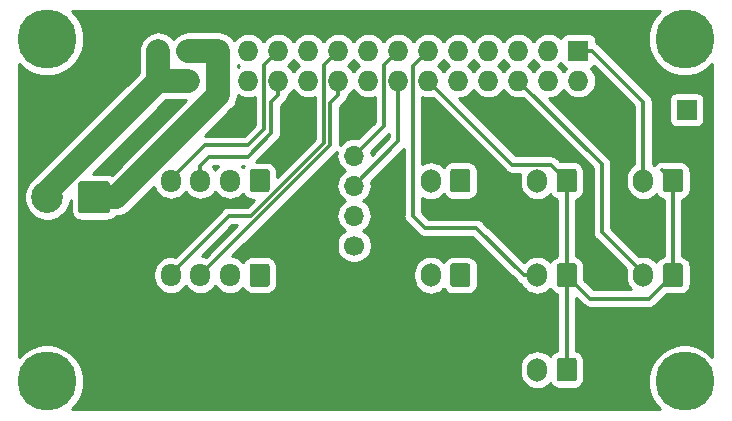
<source format=gbl>
G04 #@! TF.GenerationSoftware,KiCad,Pcbnew,(5.1.4-0-10_14)*
G04 #@! TF.CreationDate,2019-09-29T00:11:58+03:00*
G04 #@! TF.ProjectId,RibbonCable_MB_BreakdownBoard,52696262-6f6e-4436-9162-6c655f4d425f,rev?*
G04 #@! TF.SameCoordinates,Original*
G04 #@! TF.FileFunction,Copper,L2,Bot*
G04 #@! TF.FilePolarity,Positive*
%FSLAX46Y46*%
G04 Gerber Fmt 4.6, Leading zero omitted, Abs format (unit mm)*
G04 Created by KiCad (PCBNEW (5.1.4-0-10_14)) date 2019-09-29 00:11:58*
%MOMM*%
%LPD*%
G04 APERTURE LIST*
%ADD10C,5.000000*%
%ADD11R,1.700000X1.700000*%
%ADD12O,1.700000X2.000000*%
%ADD13C,0.150000*%
%ADD14C,1.700000*%
%ADD15O,1.727200X1.727200*%
%ADD16R,1.727200X1.727200*%
%ADD17O,1.700000X1.950000*%
%ADD18C,2.700000*%
%ADD19O,1.700000X1.700000*%
%ADD20C,0.300000*%
%ADD21C,2.000000*%
%ADD22C,0.254000*%
G04 APERTURE END LIST*
D10*
X163000000Y-73000000D03*
X163000000Y-102000000D03*
X109000000Y-102000000D03*
X109000000Y-73000000D03*
D11*
X163150000Y-79000000D03*
D12*
X159500000Y-85000000D03*
D13*
G36*
X162624504Y-84001204D02*
G01*
X162648773Y-84004804D01*
X162672571Y-84010765D01*
X162695671Y-84019030D01*
X162717849Y-84029520D01*
X162738893Y-84042133D01*
X162758598Y-84056747D01*
X162776777Y-84073223D01*
X162793253Y-84091402D01*
X162807867Y-84111107D01*
X162820480Y-84132151D01*
X162830970Y-84154329D01*
X162839235Y-84177429D01*
X162845196Y-84201227D01*
X162848796Y-84225496D01*
X162850000Y-84250000D01*
X162850000Y-85750000D01*
X162848796Y-85774504D01*
X162845196Y-85798773D01*
X162839235Y-85822571D01*
X162830970Y-85845671D01*
X162820480Y-85867849D01*
X162807867Y-85888893D01*
X162793253Y-85908598D01*
X162776777Y-85926777D01*
X162758598Y-85943253D01*
X162738893Y-85957867D01*
X162717849Y-85970480D01*
X162695671Y-85980970D01*
X162672571Y-85989235D01*
X162648773Y-85995196D01*
X162624504Y-85998796D01*
X162600000Y-86000000D01*
X161400000Y-86000000D01*
X161375496Y-85998796D01*
X161351227Y-85995196D01*
X161327429Y-85989235D01*
X161304329Y-85980970D01*
X161282151Y-85970480D01*
X161261107Y-85957867D01*
X161241402Y-85943253D01*
X161223223Y-85926777D01*
X161206747Y-85908598D01*
X161192133Y-85888893D01*
X161179520Y-85867849D01*
X161169030Y-85845671D01*
X161160765Y-85822571D01*
X161154804Y-85798773D01*
X161151204Y-85774504D01*
X161150000Y-85750000D01*
X161150000Y-84250000D01*
X161151204Y-84225496D01*
X161154804Y-84201227D01*
X161160765Y-84177429D01*
X161169030Y-84154329D01*
X161179520Y-84132151D01*
X161192133Y-84111107D01*
X161206747Y-84091402D01*
X161223223Y-84073223D01*
X161241402Y-84056747D01*
X161261107Y-84042133D01*
X161282151Y-84029520D01*
X161304329Y-84019030D01*
X161327429Y-84010765D01*
X161351227Y-84004804D01*
X161375496Y-84001204D01*
X161400000Y-84000000D01*
X162600000Y-84000000D01*
X162624504Y-84001204D01*
X162624504Y-84001204D01*
G37*
D14*
X162000000Y-85000000D03*
D12*
X150500000Y-93000000D03*
D13*
G36*
X153624504Y-92001204D02*
G01*
X153648773Y-92004804D01*
X153672571Y-92010765D01*
X153695671Y-92019030D01*
X153717849Y-92029520D01*
X153738893Y-92042133D01*
X153758598Y-92056747D01*
X153776777Y-92073223D01*
X153793253Y-92091402D01*
X153807867Y-92111107D01*
X153820480Y-92132151D01*
X153830970Y-92154329D01*
X153839235Y-92177429D01*
X153845196Y-92201227D01*
X153848796Y-92225496D01*
X153850000Y-92250000D01*
X153850000Y-93750000D01*
X153848796Y-93774504D01*
X153845196Y-93798773D01*
X153839235Y-93822571D01*
X153830970Y-93845671D01*
X153820480Y-93867849D01*
X153807867Y-93888893D01*
X153793253Y-93908598D01*
X153776777Y-93926777D01*
X153758598Y-93943253D01*
X153738893Y-93957867D01*
X153717849Y-93970480D01*
X153695671Y-93980970D01*
X153672571Y-93989235D01*
X153648773Y-93995196D01*
X153624504Y-93998796D01*
X153600000Y-94000000D01*
X152400000Y-94000000D01*
X152375496Y-93998796D01*
X152351227Y-93995196D01*
X152327429Y-93989235D01*
X152304329Y-93980970D01*
X152282151Y-93970480D01*
X152261107Y-93957867D01*
X152241402Y-93943253D01*
X152223223Y-93926777D01*
X152206747Y-93908598D01*
X152192133Y-93888893D01*
X152179520Y-93867849D01*
X152169030Y-93845671D01*
X152160765Y-93822571D01*
X152154804Y-93798773D01*
X152151204Y-93774504D01*
X152150000Y-93750000D01*
X152150000Y-92250000D01*
X152151204Y-92225496D01*
X152154804Y-92201227D01*
X152160765Y-92177429D01*
X152169030Y-92154329D01*
X152179520Y-92132151D01*
X152192133Y-92111107D01*
X152206747Y-92091402D01*
X152223223Y-92073223D01*
X152241402Y-92056747D01*
X152261107Y-92042133D01*
X152282151Y-92029520D01*
X152304329Y-92019030D01*
X152327429Y-92010765D01*
X152351227Y-92004804D01*
X152375496Y-92001204D01*
X152400000Y-92000000D01*
X153600000Y-92000000D01*
X153624504Y-92001204D01*
X153624504Y-92001204D01*
G37*
D14*
X153000000Y-93000000D03*
D12*
X141500000Y-93000000D03*
D13*
G36*
X144624504Y-92001204D02*
G01*
X144648773Y-92004804D01*
X144672571Y-92010765D01*
X144695671Y-92019030D01*
X144717849Y-92029520D01*
X144738893Y-92042133D01*
X144758598Y-92056747D01*
X144776777Y-92073223D01*
X144793253Y-92091402D01*
X144807867Y-92111107D01*
X144820480Y-92132151D01*
X144830970Y-92154329D01*
X144839235Y-92177429D01*
X144845196Y-92201227D01*
X144848796Y-92225496D01*
X144850000Y-92250000D01*
X144850000Y-93750000D01*
X144848796Y-93774504D01*
X144845196Y-93798773D01*
X144839235Y-93822571D01*
X144830970Y-93845671D01*
X144820480Y-93867849D01*
X144807867Y-93888893D01*
X144793253Y-93908598D01*
X144776777Y-93926777D01*
X144758598Y-93943253D01*
X144738893Y-93957867D01*
X144717849Y-93970480D01*
X144695671Y-93980970D01*
X144672571Y-93989235D01*
X144648773Y-93995196D01*
X144624504Y-93998796D01*
X144600000Y-94000000D01*
X143400000Y-94000000D01*
X143375496Y-93998796D01*
X143351227Y-93995196D01*
X143327429Y-93989235D01*
X143304329Y-93980970D01*
X143282151Y-93970480D01*
X143261107Y-93957867D01*
X143241402Y-93943253D01*
X143223223Y-93926777D01*
X143206747Y-93908598D01*
X143192133Y-93888893D01*
X143179520Y-93867849D01*
X143169030Y-93845671D01*
X143160765Y-93822571D01*
X143154804Y-93798773D01*
X143151204Y-93774504D01*
X143150000Y-93750000D01*
X143150000Y-92250000D01*
X143151204Y-92225496D01*
X143154804Y-92201227D01*
X143160765Y-92177429D01*
X143169030Y-92154329D01*
X143179520Y-92132151D01*
X143192133Y-92111107D01*
X143206747Y-92091402D01*
X143223223Y-92073223D01*
X143241402Y-92056747D01*
X143261107Y-92042133D01*
X143282151Y-92029520D01*
X143304329Y-92019030D01*
X143327429Y-92010765D01*
X143351227Y-92004804D01*
X143375496Y-92001204D01*
X143400000Y-92000000D01*
X144600000Y-92000000D01*
X144624504Y-92001204D01*
X144624504Y-92001204D01*
G37*
D14*
X144000000Y-93000000D03*
D12*
X150500000Y-101000000D03*
D13*
G36*
X153624504Y-100001204D02*
G01*
X153648773Y-100004804D01*
X153672571Y-100010765D01*
X153695671Y-100019030D01*
X153717849Y-100029520D01*
X153738893Y-100042133D01*
X153758598Y-100056747D01*
X153776777Y-100073223D01*
X153793253Y-100091402D01*
X153807867Y-100111107D01*
X153820480Y-100132151D01*
X153830970Y-100154329D01*
X153839235Y-100177429D01*
X153845196Y-100201227D01*
X153848796Y-100225496D01*
X153850000Y-100250000D01*
X153850000Y-101750000D01*
X153848796Y-101774504D01*
X153845196Y-101798773D01*
X153839235Y-101822571D01*
X153830970Y-101845671D01*
X153820480Y-101867849D01*
X153807867Y-101888893D01*
X153793253Y-101908598D01*
X153776777Y-101926777D01*
X153758598Y-101943253D01*
X153738893Y-101957867D01*
X153717849Y-101970480D01*
X153695671Y-101980970D01*
X153672571Y-101989235D01*
X153648773Y-101995196D01*
X153624504Y-101998796D01*
X153600000Y-102000000D01*
X152400000Y-102000000D01*
X152375496Y-101998796D01*
X152351227Y-101995196D01*
X152327429Y-101989235D01*
X152304329Y-101980970D01*
X152282151Y-101970480D01*
X152261107Y-101957867D01*
X152241402Y-101943253D01*
X152223223Y-101926777D01*
X152206747Y-101908598D01*
X152192133Y-101888893D01*
X152179520Y-101867849D01*
X152169030Y-101845671D01*
X152160765Y-101822571D01*
X152154804Y-101798773D01*
X152151204Y-101774504D01*
X152150000Y-101750000D01*
X152150000Y-100250000D01*
X152151204Y-100225496D01*
X152154804Y-100201227D01*
X152160765Y-100177429D01*
X152169030Y-100154329D01*
X152179520Y-100132151D01*
X152192133Y-100111107D01*
X152206747Y-100091402D01*
X152223223Y-100073223D01*
X152241402Y-100056747D01*
X152261107Y-100042133D01*
X152282151Y-100029520D01*
X152304329Y-100019030D01*
X152327429Y-100010765D01*
X152351227Y-100004804D01*
X152375496Y-100001204D01*
X152400000Y-100000000D01*
X153600000Y-100000000D01*
X153624504Y-100001204D01*
X153624504Y-100001204D01*
G37*
D14*
X153000000Y-101000000D03*
D15*
X118440000Y-76540000D03*
X118440000Y-74000000D03*
X120980000Y-76540000D03*
X120980000Y-74000000D03*
X123520000Y-76540000D03*
X123520000Y-74000000D03*
X126060000Y-76540000D03*
X126060000Y-74000000D03*
X128600000Y-76540000D03*
X128600000Y-74000000D03*
X131140000Y-76540000D03*
X131140000Y-74000000D03*
X133680000Y-76540000D03*
X133680000Y-74000000D03*
X136220000Y-76540000D03*
X136220000Y-74000000D03*
X138760000Y-76540000D03*
X138760000Y-74000000D03*
X141300000Y-76540000D03*
X141300000Y-74000000D03*
X143840000Y-76540000D03*
X143840000Y-74000000D03*
X146380000Y-76540000D03*
X146380000Y-74000000D03*
X148920000Y-76540000D03*
X148920000Y-74000000D03*
X151460000Y-76540000D03*
X151460000Y-74000000D03*
X154000000Y-76540000D03*
D16*
X154000000Y-74000000D03*
D12*
X159500000Y-93000000D03*
D13*
G36*
X162624504Y-92001204D02*
G01*
X162648773Y-92004804D01*
X162672571Y-92010765D01*
X162695671Y-92019030D01*
X162717849Y-92029520D01*
X162738893Y-92042133D01*
X162758598Y-92056747D01*
X162776777Y-92073223D01*
X162793253Y-92091402D01*
X162807867Y-92111107D01*
X162820480Y-92132151D01*
X162830970Y-92154329D01*
X162839235Y-92177429D01*
X162845196Y-92201227D01*
X162848796Y-92225496D01*
X162850000Y-92250000D01*
X162850000Y-93750000D01*
X162848796Y-93774504D01*
X162845196Y-93798773D01*
X162839235Y-93822571D01*
X162830970Y-93845671D01*
X162820480Y-93867849D01*
X162807867Y-93888893D01*
X162793253Y-93908598D01*
X162776777Y-93926777D01*
X162758598Y-93943253D01*
X162738893Y-93957867D01*
X162717849Y-93970480D01*
X162695671Y-93980970D01*
X162672571Y-93989235D01*
X162648773Y-93995196D01*
X162624504Y-93998796D01*
X162600000Y-94000000D01*
X161400000Y-94000000D01*
X161375496Y-93998796D01*
X161351227Y-93995196D01*
X161327429Y-93989235D01*
X161304329Y-93980970D01*
X161282151Y-93970480D01*
X161261107Y-93957867D01*
X161241402Y-93943253D01*
X161223223Y-93926777D01*
X161206747Y-93908598D01*
X161192133Y-93888893D01*
X161179520Y-93867849D01*
X161169030Y-93845671D01*
X161160765Y-93822571D01*
X161154804Y-93798773D01*
X161151204Y-93774504D01*
X161150000Y-93750000D01*
X161150000Y-92250000D01*
X161151204Y-92225496D01*
X161154804Y-92201227D01*
X161160765Y-92177429D01*
X161169030Y-92154329D01*
X161179520Y-92132151D01*
X161192133Y-92111107D01*
X161206747Y-92091402D01*
X161223223Y-92073223D01*
X161241402Y-92056747D01*
X161261107Y-92042133D01*
X161282151Y-92029520D01*
X161304329Y-92019030D01*
X161327429Y-92010765D01*
X161351227Y-92004804D01*
X161375496Y-92001204D01*
X161400000Y-92000000D01*
X162600000Y-92000000D01*
X162624504Y-92001204D01*
X162624504Y-92001204D01*
G37*
D14*
X162000000Y-93000000D03*
D17*
X119500000Y-85000000D03*
X122000000Y-85000000D03*
X124500000Y-85000000D03*
D13*
G36*
X127624504Y-84026204D02*
G01*
X127648773Y-84029804D01*
X127672571Y-84035765D01*
X127695671Y-84044030D01*
X127717849Y-84054520D01*
X127738893Y-84067133D01*
X127758598Y-84081747D01*
X127776777Y-84098223D01*
X127793253Y-84116402D01*
X127807867Y-84136107D01*
X127820480Y-84157151D01*
X127830970Y-84179329D01*
X127839235Y-84202429D01*
X127845196Y-84226227D01*
X127848796Y-84250496D01*
X127850000Y-84275000D01*
X127850000Y-85725000D01*
X127848796Y-85749504D01*
X127845196Y-85773773D01*
X127839235Y-85797571D01*
X127830970Y-85820671D01*
X127820480Y-85842849D01*
X127807867Y-85863893D01*
X127793253Y-85883598D01*
X127776777Y-85901777D01*
X127758598Y-85918253D01*
X127738893Y-85932867D01*
X127717849Y-85945480D01*
X127695671Y-85955970D01*
X127672571Y-85964235D01*
X127648773Y-85970196D01*
X127624504Y-85973796D01*
X127600000Y-85975000D01*
X126400000Y-85975000D01*
X126375496Y-85973796D01*
X126351227Y-85970196D01*
X126327429Y-85964235D01*
X126304329Y-85955970D01*
X126282151Y-85945480D01*
X126261107Y-85932867D01*
X126241402Y-85918253D01*
X126223223Y-85901777D01*
X126206747Y-85883598D01*
X126192133Y-85863893D01*
X126179520Y-85842849D01*
X126169030Y-85820671D01*
X126160765Y-85797571D01*
X126154804Y-85773773D01*
X126151204Y-85749504D01*
X126150000Y-85725000D01*
X126150000Y-84275000D01*
X126151204Y-84250496D01*
X126154804Y-84226227D01*
X126160765Y-84202429D01*
X126169030Y-84179329D01*
X126179520Y-84157151D01*
X126192133Y-84136107D01*
X126206747Y-84116402D01*
X126223223Y-84098223D01*
X126241402Y-84081747D01*
X126261107Y-84067133D01*
X126282151Y-84054520D01*
X126304329Y-84044030D01*
X126327429Y-84035765D01*
X126351227Y-84029804D01*
X126375496Y-84026204D01*
X126400000Y-84025000D01*
X127600000Y-84025000D01*
X127624504Y-84026204D01*
X127624504Y-84026204D01*
G37*
D14*
X127000000Y-85000000D03*
D17*
X119500000Y-93000000D03*
X122000000Y-93000000D03*
X124500000Y-93000000D03*
D13*
G36*
X127624504Y-92026204D02*
G01*
X127648773Y-92029804D01*
X127672571Y-92035765D01*
X127695671Y-92044030D01*
X127717849Y-92054520D01*
X127738893Y-92067133D01*
X127758598Y-92081747D01*
X127776777Y-92098223D01*
X127793253Y-92116402D01*
X127807867Y-92136107D01*
X127820480Y-92157151D01*
X127830970Y-92179329D01*
X127839235Y-92202429D01*
X127845196Y-92226227D01*
X127848796Y-92250496D01*
X127850000Y-92275000D01*
X127850000Y-93725000D01*
X127848796Y-93749504D01*
X127845196Y-93773773D01*
X127839235Y-93797571D01*
X127830970Y-93820671D01*
X127820480Y-93842849D01*
X127807867Y-93863893D01*
X127793253Y-93883598D01*
X127776777Y-93901777D01*
X127758598Y-93918253D01*
X127738893Y-93932867D01*
X127717849Y-93945480D01*
X127695671Y-93955970D01*
X127672571Y-93964235D01*
X127648773Y-93970196D01*
X127624504Y-93973796D01*
X127600000Y-93975000D01*
X126400000Y-93975000D01*
X126375496Y-93973796D01*
X126351227Y-93970196D01*
X126327429Y-93964235D01*
X126304329Y-93955970D01*
X126282151Y-93945480D01*
X126261107Y-93932867D01*
X126241402Y-93918253D01*
X126223223Y-93901777D01*
X126206747Y-93883598D01*
X126192133Y-93863893D01*
X126179520Y-93842849D01*
X126169030Y-93820671D01*
X126160765Y-93797571D01*
X126154804Y-93773773D01*
X126151204Y-93749504D01*
X126150000Y-93725000D01*
X126150000Y-92275000D01*
X126151204Y-92250496D01*
X126154804Y-92226227D01*
X126160765Y-92202429D01*
X126169030Y-92179329D01*
X126179520Y-92157151D01*
X126192133Y-92136107D01*
X126206747Y-92116402D01*
X126223223Y-92098223D01*
X126241402Y-92081747D01*
X126261107Y-92067133D01*
X126282151Y-92054520D01*
X126304329Y-92044030D01*
X126327429Y-92035765D01*
X126351227Y-92029804D01*
X126375496Y-92026204D01*
X126400000Y-92025000D01*
X127600000Y-92025000D01*
X127624504Y-92026204D01*
X127624504Y-92026204D01*
G37*
D14*
X127000000Y-93000000D03*
D18*
X109040000Y-86400000D03*
D13*
G36*
X114124503Y-85051204D02*
G01*
X114148772Y-85054804D01*
X114172570Y-85060765D01*
X114195670Y-85069030D01*
X114217849Y-85079520D01*
X114238892Y-85092133D01*
X114258598Y-85106748D01*
X114276776Y-85123224D01*
X114293252Y-85141402D01*
X114307867Y-85161108D01*
X114320480Y-85182151D01*
X114330970Y-85204330D01*
X114339235Y-85227430D01*
X114345196Y-85251228D01*
X114348796Y-85275497D01*
X114350000Y-85300001D01*
X114350000Y-87499999D01*
X114348796Y-87524503D01*
X114345196Y-87548772D01*
X114339235Y-87572570D01*
X114330970Y-87595670D01*
X114320480Y-87617849D01*
X114307867Y-87638892D01*
X114293252Y-87658598D01*
X114276776Y-87676776D01*
X114258598Y-87693252D01*
X114238892Y-87707867D01*
X114217849Y-87720480D01*
X114195670Y-87730970D01*
X114172570Y-87739235D01*
X114148772Y-87745196D01*
X114124503Y-87748796D01*
X114099999Y-87750000D01*
X111900001Y-87750000D01*
X111875497Y-87748796D01*
X111851228Y-87745196D01*
X111827430Y-87739235D01*
X111804330Y-87730970D01*
X111782151Y-87720480D01*
X111761108Y-87707867D01*
X111741402Y-87693252D01*
X111723224Y-87676776D01*
X111706748Y-87658598D01*
X111692133Y-87638892D01*
X111679520Y-87617849D01*
X111669030Y-87595670D01*
X111660765Y-87572570D01*
X111654804Y-87548772D01*
X111651204Y-87524503D01*
X111650000Y-87499999D01*
X111650000Y-85300001D01*
X111651204Y-85275497D01*
X111654804Y-85251228D01*
X111660765Y-85227430D01*
X111669030Y-85204330D01*
X111679520Y-85182151D01*
X111692133Y-85161108D01*
X111706748Y-85141402D01*
X111723224Y-85123224D01*
X111741402Y-85106748D01*
X111761108Y-85092133D01*
X111782151Y-85079520D01*
X111804330Y-85069030D01*
X111827430Y-85060765D01*
X111851228Y-85054804D01*
X111875497Y-85051204D01*
X111900001Y-85050000D01*
X114099999Y-85050000D01*
X114124503Y-85051204D01*
X114124503Y-85051204D01*
G37*
D18*
X113000000Y-86400000D03*
D12*
X150500000Y-85000000D03*
D13*
G36*
X153624504Y-84001204D02*
G01*
X153648773Y-84004804D01*
X153672571Y-84010765D01*
X153695671Y-84019030D01*
X153717849Y-84029520D01*
X153738893Y-84042133D01*
X153758598Y-84056747D01*
X153776777Y-84073223D01*
X153793253Y-84091402D01*
X153807867Y-84111107D01*
X153820480Y-84132151D01*
X153830970Y-84154329D01*
X153839235Y-84177429D01*
X153845196Y-84201227D01*
X153848796Y-84225496D01*
X153850000Y-84250000D01*
X153850000Y-85750000D01*
X153848796Y-85774504D01*
X153845196Y-85798773D01*
X153839235Y-85822571D01*
X153830970Y-85845671D01*
X153820480Y-85867849D01*
X153807867Y-85888893D01*
X153793253Y-85908598D01*
X153776777Y-85926777D01*
X153758598Y-85943253D01*
X153738893Y-85957867D01*
X153717849Y-85970480D01*
X153695671Y-85980970D01*
X153672571Y-85989235D01*
X153648773Y-85995196D01*
X153624504Y-85998796D01*
X153600000Y-86000000D01*
X152400000Y-86000000D01*
X152375496Y-85998796D01*
X152351227Y-85995196D01*
X152327429Y-85989235D01*
X152304329Y-85980970D01*
X152282151Y-85970480D01*
X152261107Y-85957867D01*
X152241402Y-85943253D01*
X152223223Y-85926777D01*
X152206747Y-85908598D01*
X152192133Y-85888893D01*
X152179520Y-85867849D01*
X152169030Y-85845671D01*
X152160765Y-85822571D01*
X152154804Y-85798773D01*
X152151204Y-85774504D01*
X152150000Y-85750000D01*
X152150000Y-84250000D01*
X152151204Y-84225496D01*
X152154804Y-84201227D01*
X152160765Y-84177429D01*
X152169030Y-84154329D01*
X152179520Y-84132151D01*
X152192133Y-84111107D01*
X152206747Y-84091402D01*
X152223223Y-84073223D01*
X152241402Y-84056747D01*
X152261107Y-84042133D01*
X152282151Y-84029520D01*
X152304329Y-84019030D01*
X152327429Y-84010765D01*
X152351227Y-84004804D01*
X152375496Y-84001204D01*
X152400000Y-84000000D01*
X153600000Y-84000000D01*
X153624504Y-84001204D01*
X153624504Y-84001204D01*
G37*
D14*
X153000000Y-85000000D03*
D12*
X141500000Y-85000000D03*
D13*
G36*
X144624504Y-84001204D02*
G01*
X144648773Y-84004804D01*
X144672571Y-84010765D01*
X144695671Y-84019030D01*
X144717849Y-84029520D01*
X144738893Y-84042133D01*
X144758598Y-84056747D01*
X144776777Y-84073223D01*
X144793253Y-84091402D01*
X144807867Y-84111107D01*
X144820480Y-84132151D01*
X144830970Y-84154329D01*
X144839235Y-84177429D01*
X144845196Y-84201227D01*
X144848796Y-84225496D01*
X144850000Y-84250000D01*
X144850000Y-85750000D01*
X144848796Y-85774504D01*
X144845196Y-85798773D01*
X144839235Y-85822571D01*
X144830970Y-85845671D01*
X144820480Y-85867849D01*
X144807867Y-85888893D01*
X144793253Y-85908598D01*
X144776777Y-85926777D01*
X144758598Y-85943253D01*
X144738893Y-85957867D01*
X144717849Y-85970480D01*
X144695671Y-85980970D01*
X144672571Y-85989235D01*
X144648773Y-85995196D01*
X144624504Y-85998796D01*
X144600000Y-86000000D01*
X143400000Y-86000000D01*
X143375496Y-85998796D01*
X143351227Y-85995196D01*
X143327429Y-85989235D01*
X143304329Y-85980970D01*
X143282151Y-85970480D01*
X143261107Y-85957867D01*
X143241402Y-85943253D01*
X143223223Y-85926777D01*
X143206747Y-85908598D01*
X143192133Y-85888893D01*
X143179520Y-85867849D01*
X143169030Y-85845671D01*
X143160765Y-85822571D01*
X143154804Y-85798773D01*
X143151204Y-85774504D01*
X143150000Y-85750000D01*
X143150000Y-84250000D01*
X143151204Y-84225496D01*
X143154804Y-84201227D01*
X143160765Y-84177429D01*
X143169030Y-84154329D01*
X143179520Y-84132151D01*
X143192133Y-84111107D01*
X143206747Y-84091402D01*
X143223223Y-84073223D01*
X143241402Y-84056747D01*
X143261107Y-84042133D01*
X143282151Y-84029520D01*
X143304329Y-84019030D01*
X143327429Y-84010765D01*
X143351227Y-84004804D01*
X143375496Y-84001204D01*
X143400000Y-84000000D01*
X144600000Y-84000000D01*
X144624504Y-84001204D01*
X144624504Y-84001204D01*
G37*
D14*
X144000000Y-85000000D03*
D19*
X135000000Y-82880000D03*
X135000000Y-85420000D03*
X135000000Y-87960000D03*
D14*
X135000000Y-90500000D03*
D20*
X135849999Y-82030001D02*
X135000000Y-82880000D01*
X137546399Y-80333601D02*
X135849999Y-82030001D01*
X137546399Y-75213601D02*
X137546399Y-80333601D01*
X138760000Y-74000000D02*
X137546399Y-75213601D01*
X138760000Y-81660000D02*
X135000000Y-85420000D01*
X138760000Y-76540000D02*
X138760000Y-81660000D01*
X151649990Y-83649990D02*
X152094447Y-84094447D01*
X148409990Y-83649990D02*
X151649990Y-83649990D01*
X152094447Y-84094447D02*
X153000000Y-85000000D01*
X141300000Y-76540000D02*
X148409990Y-83649990D01*
X161094447Y-84094447D02*
X162000000Y-85000000D01*
X162000000Y-85000000D02*
X162000000Y-93000000D01*
X153905553Y-93905553D02*
X153000000Y-93000000D01*
X155000000Y-95000000D02*
X153905553Y-93905553D01*
X160000000Y-95000000D02*
X155000000Y-95000000D01*
X162000000Y-93000000D02*
X160000000Y-95000000D01*
X153000000Y-93000000D02*
X153000000Y-101000000D01*
X153000000Y-85000000D02*
X153000000Y-93000000D01*
D21*
X120980000Y-76540000D02*
X118440000Y-76540000D01*
X118440000Y-74000000D02*
X118440000Y-76540000D01*
X109040000Y-85940000D02*
X109040000Y-86400000D01*
X118440000Y-76540000D02*
X109040000Y-85940000D01*
X120980000Y-74000000D02*
X123520000Y-74000000D01*
X123520000Y-74000000D02*
X123520000Y-76540000D01*
X114881314Y-86400000D02*
X114450000Y-86400000D01*
X114450000Y-86400000D02*
X113000000Y-86400000D01*
X123520000Y-77761314D02*
X114881314Y-86400000D01*
X123520000Y-76540000D02*
X123520000Y-77761314D01*
D20*
X133680000Y-74000000D02*
X132466399Y-75213601D01*
X132466399Y-81826479D02*
X126292878Y-88000000D01*
X126292878Y-88000000D02*
X124375000Y-88000000D01*
X132466399Y-75213601D02*
X132466399Y-81826479D01*
X124375000Y-88000000D02*
X119500000Y-92875000D01*
X119500000Y-92875000D02*
X119500000Y-93000000D01*
X133680000Y-77761314D02*
X133000000Y-78441314D01*
X133680000Y-76540000D02*
X133680000Y-77761314D01*
X133000000Y-78441314D02*
X133000000Y-82000000D01*
X133000000Y-82000000D02*
X122000000Y-93000000D01*
X127386399Y-75213601D02*
X127386399Y-80613601D01*
X128600000Y-74000000D02*
X127386399Y-75213601D01*
X127386399Y-80613601D02*
X126000000Y-82000000D01*
X119500000Y-84875000D02*
X119500000Y-85000000D01*
X122375000Y-82000000D02*
X119500000Y-84875000D01*
X126000000Y-82000000D02*
X122375000Y-82000000D01*
X122000000Y-83725000D02*
X122000000Y-85000000D01*
X122725000Y-83000000D02*
X122000000Y-83725000D01*
X126000000Y-83000000D02*
X122725000Y-83000000D01*
X128000000Y-81000000D02*
X126000000Y-83000000D01*
X128600000Y-77761314D02*
X128000000Y-78361314D01*
X128000000Y-78361314D02*
X128000000Y-81000000D01*
X128600000Y-76540000D02*
X128600000Y-77761314D01*
X159500000Y-92850000D02*
X159500000Y-93000000D01*
X156000000Y-89350000D02*
X159500000Y-92850000D01*
X156000000Y-83620000D02*
X156000000Y-89350000D01*
X148920000Y-76540000D02*
X156000000Y-83620000D01*
X139973601Y-75326399D02*
X139973601Y-87973601D01*
X141300000Y-74000000D02*
X139973601Y-75326399D01*
X139973601Y-87973601D02*
X141000000Y-89000000D01*
X149350000Y-93000000D02*
X150500000Y-93000000D01*
X145350000Y-89000000D02*
X149350000Y-93000000D01*
X141000000Y-89000000D02*
X145350000Y-89000000D01*
X159500000Y-83700000D02*
X159500000Y-85000000D01*
X155163600Y-74000000D02*
X159500000Y-78336400D01*
X159500000Y-78336400D02*
X159500000Y-83700000D01*
X154000000Y-74000000D02*
X155163600Y-74000000D01*
D22*
G36*
X160564886Y-71001554D02*
G01*
X160221799Y-71515021D01*
X159985476Y-72085554D01*
X159865000Y-72691229D01*
X159865000Y-73308771D01*
X159985476Y-73914446D01*
X160221799Y-74484979D01*
X160564886Y-74998446D01*
X161001554Y-75435114D01*
X161515021Y-75778201D01*
X162085554Y-76014524D01*
X162691229Y-76135000D01*
X163308771Y-76135000D01*
X163914446Y-76014524D01*
X164484979Y-75778201D01*
X164998446Y-75435114D01*
X165340000Y-75093560D01*
X165340001Y-99906441D01*
X164998446Y-99564886D01*
X164484979Y-99221799D01*
X163914446Y-98985476D01*
X163308771Y-98865000D01*
X162691229Y-98865000D01*
X162085554Y-98985476D01*
X161515021Y-99221799D01*
X161001554Y-99564886D01*
X160564886Y-100001554D01*
X160221799Y-100515021D01*
X159985476Y-101085554D01*
X159865000Y-101691229D01*
X159865000Y-102308771D01*
X159985476Y-102914446D01*
X160221799Y-103484979D01*
X160564886Y-103998446D01*
X160906440Y-104340000D01*
X111093560Y-104340000D01*
X111435114Y-103998446D01*
X111778201Y-103484979D01*
X112014524Y-102914446D01*
X112135000Y-102308771D01*
X112135000Y-101691229D01*
X112014524Y-101085554D01*
X111778201Y-100515021D01*
X111435114Y-100001554D01*
X110998446Y-99564886D01*
X110484979Y-99221799D01*
X109914446Y-98985476D01*
X109308771Y-98865000D01*
X108691229Y-98865000D01*
X108085554Y-98985476D01*
X107515021Y-99221799D01*
X107001554Y-99564886D01*
X106660000Y-99906440D01*
X106660000Y-86204495D01*
X107055000Y-86204495D01*
X107055000Y-86595505D01*
X107131282Y-86979003D01*
X107280915Y-87340250D01*
X107498149Y-87665364D01*
X107774636Y-87941851D01*
X108099750Y-88159085D01*
X108460997Y-88308718D01*
X108844495Y-88385000D01*
X109235505Y-88385000D01*
X109619003Y-88308718D01*
X109980250Y-88159085D01*
X110305364Y-87941851D01*
X110581851Y-87665364D01*
X110799085Y-87340250D01*
X110948718Y-86979003D01*
X111011928Y-86661223D01*
X111011928Y-87499999D01*
X111028992Y-87673253D01*
X111079529Y-87839850D01*
X111161595Y-87993386D01*
X111272039Y-88127961D01*
X111406614Y-88238405D01*
X111560150Y-88320471D01*
X111726747Y-88371008D01*
X111900001Y-88388072D01*
X114099999Y-88388072D01*
X114273253Y-88371008D01*
X114439850Y-88320471D01*
X114593386Y-88238405D01*
X114727961Y-88127961D01*
X114804009Y-88035297D01*
X114881314Y-88042911D01*
X114961633Y-88035000D01*
X114961636Y-88035000D01*
X115201830Y-88011343D01*
X115510029Y-87917852D01*
X115794066Y-87766031D01*
X116043028Y-87561714D01*
X116094239Y-87499313D01*
X118069294Y-85524259D01*
X118121401Y-85696033D01*
X118259294Y-85954013D01*
X118444866Y-86180134D01*
X118670986Y-86365706D01*
X118928966Y-86503599D01*
X119208889Y-86588513D01*
X119500000Y-86617185D01*
X119791110Y-86588513D01*
X120071033Y-86503599D01*
X120329013Y-86365706D01*
X120555134Y-86180134D01*
X120740706Y-85954014D01*
X120750000Y-85936626D01*
X120759294Y-85954013D01*
X120944866Y-86180134D01*
X121170986Y-86365706D01*
X121428966Y-86503599D01*
X121708889Y-86588513D01*
X122000000Y-86617185D01*
X122291110Y-86588513D01*
X122571033Y-86503599D01*
X122829013Y-86365706D01*
X123055134Y-86180134D01*
X123240706Y-85954014D01*
X123250000Y-85936626D01*
X123259294Y-85954013D01*
X123444866Y-86180134D01*
X123670986Y-86365706D01*
X123928966Y-86503599D01*
X124208889Y-86588513D01*
X124500000Y-86617185D01*
X124791110Y-86588513D01*
X125071033Y-86503599D01*
X125329013Y-86365706D01*
X125555134Y-86180134D01*
X125607223Y-86116663D01*
X125661595Y-86218386D01*
X125772038Y-86352962D01*
X125906614Y-86463405D01*
X126060150Y-86545472D01*
X126226746Y-86596008D01*
X126400000Y-86613072D01*
X126569649Y-86613072D01*
X125967721Y-87215000D01*
X124413552Y-87215000D01*
X124374999Y-87211203D01*
X124336446Y-87215000D01*
X124336439Y-87215000D01*
X124235490Y-87224943D01*
X124221112Y-87226359D01*
X124073140Y-87271246D01*
X123936767Y-87344138D01*
X123882145Y-87388966D01*
X123847187Y-87417655D01*
X123847184Y-87417658D01*
X123817236Y-87442236D01*
X123792658Y-87472184D01*
X119838869Y-91425974D01*
X119791111Y-91411487D01*
X119500000Y-91382815D01*
X119208890Y-91411487D01*
X118928967Y-91496401D01*
X118670987Y-91634294D01*
X118444866Y-91819866D01*
X118259294Y-92045986D01*
X118121401Y-92303966D01*
X118036487Y-92583889D01*
X118015000Y-92802050D01*
X118015000Y-93197949D01*
X118036487Y-93416110D01*
X118121401Y-93696033D01*
X118259294Y-93954013D01*
X118444866Y-94180134D01*
X118670986Y-94365706D01*
X118928966Y-94503599D01*
X119208889Y-94588513D01*
X119500000Y-94617185D01*
X119791110Y-94588513D01*
X120071033Y-94503599D01*
X120329013Y-94365706D01*
X120555134Y-94180134D01*
X120740706Y-93954014D01*
X120750000Y-93936626D01*
X120759294Y-93954013D01*
X120944866Y-94180134D01*
X121170986Y-94365706D01*
X121428966Y-94503599D01*
X121708889Y-94588513D01*
X122000000Y-94617185D01*
X122291110Y-94588513D01*
X122571033Y-94503599D01*
X122829013Y-94365706D01*
X123055134Y-94180134D01*
X123240706Y-93954014D01*
X123250000Y-93936626D01*
X123259294Y-93954013D01*
X123444866Y-94180134D01*
X123670986Y-94365706D01*
X123928966Y-94503599D01*
X124208889Y-94588513D01*
X124500000Y-94617185D01*
X124791110Y-94588513D01*
X125071033Y-94503599D01*
X125329013Y-94365706D01*
X125555134Y-94180134D01*
X125607223Y-94116663D01*
X125661595Y-94218386D01*
X125772038Y-94352962D01*
X125906614Y-94463405D01*
X126060150Y-94545472D01*
X126226746Y-94596008D01*
X126400000Y-94613072D01*
X127600000Y-94613072D01*
X127773254Y-94596008D01*
X127939850Y-94545472D01*
X128093386Y-94463405D01*
X128227962Y-94352962D01*
X128338405Y-94218386D01*
X128420472Y-94064850D01*
X128471008Y-93898254D01*
X128488072Y-93725000D01*
X128488072Y-92777050D01*
X140015000Y-92777050D01*
X140015000Y-93222949D01*
X140036487Y-93441110D01*
X140121401Y-93721033D01*
X140259294Y-93979013D01*
X140444866Y-94205134D01*
X140670986Y-94390706D01*
X140928966Y-94528599D01*
X141208889Y-94613513D01*
X141500000Y-94642185D01*
X141791110Y-94613513D01*
X142071033Y-94528599D01*
X142329013Y-94390706D01*
X142555134Y-94205134D01*
X142607223Y-94141663D01*
X142661595Y-94243386D01*
X142772038Y-94377962D01*
X142906614Y-94488405D01*
X143060150Y-94570472D01*
X143226746Y-94621008D01*
X143400000Y-94638072D01*
X144600000Y-94638072D01*
X144773254Y-94621008D01*
X144939850Y-94570472D01*
X145093386Y-94488405D01*
X145227962Y-94377962D01*
X145338405Y-94243386D01*
X145420472Y-94089850D01*
X145471008Y-93923254D01*
X145488072Y-93750000D01*
X145488072Y-92250000D01*
X145471008Y-92076746D01*
X145420472Y-91910150D01*
X145338405Y-91756614D01*
X145227962Y-91622038D01*
X145093386Y-91511595D01*
X144939850Y-91429528D01*
X144773254Y-91378992D01*
X144600000Y-91361928D01*
X143400000Y-91361928D01*
X143226746Y-91378992D01*
X143060150Y-91429528D01*
X142906614Y-91511595D01*
X142772038Y-91622038D01*
X142661595Y-91756614D01*
X142607223Y-91858337D01*
X142555134Y-91794866D01*
X142329014Y-91609294D01*
X142071034Y-91471401D01*
X141791111Y-91386487D01*
X141500000Y-91357815D01*
X141208890Y-91386487D01*
X140928967Y-91471401D01*
X140670987Y-91609294D01*
X140444866Y-91794866D01*
X140259294Y-92020986D01*
X140121401Y-92278966D01*
X140036487Y-92558889D01*
X140015000Y-92777050D01*
X128488072Y-92777050D01*
X128488072Y-92275000D01*
X128471008Y-92101746D01*
X128420472Y-91935150D01*
X128338405Y-91781614D01*
X128227962Y-91647038D01*
X128093386Y-91536595D01*
X127939850Y-91454528D01*
X127773254Y-91403992D01*
X127600000Y-91386928D01*
X126400000Y-91386928D01*
X126226746Y-91403992D01*
X126060150Y-91454528D01*
X125906614Y-91536595D01*
X125772038Y-91647038D01*
X125661595Y-91781614D01*
X125607223Y-91883337D01*
X125555134Y-91819866D01*
X125329014Y-91634294D01*
X125071034Y-91496401D01*
X124791111Y-91411487D01*
X124706959Y-91403199D01*
X133527816Y-82582342D01*
X133542006Y-82570697D01*
X133536487Y-82588889D01*
X133507815Y-82880000D01*
X133536487Y-83171111D01*
X133621401Y-83451034D01*
X133759294Y-83709014D01*
X133944866Y-83935134D01*
X134170986Y-84120706D01*
X134225791Y-84150000D01*
X134170986Y-84179294D01*
X133944866Y-84364866D01*
X133759294Y-84590986D01*
X133621401Y-84848966D01*
X133536487Y-85128889D01*
X133507815Y-85420000D01*
X133536487Y-85711111D01*
X133621401Y-85991034D01*
X133759294Y-86249014D01*
X133944866Y-86475134D01*
X134170986Y-86660706D01*
X134225791Y-86690000D01*
X134170986Y-86719294D01*
X133944866Y-86904866D01*
X133759294Y-87130986D01*
X133621401Y-87388966D01*
X133536487Y-87668889D01*
X133507815Y-87960000D01*
X133536487Y-88251111D01*
X133621401Y-88531034D01*
X133759294Y-88789014D01*
X133944866Y-89015134D01*
X134170986Y-89200706D01*
X134226885Y-89230585D01*
X134053368Y-89346525D01*
X133846525Y-89553368D01*
X133684010Y-89796589D01*
X133572068Y-90066842D01*
X133515000Y-90353740D01*
X133515000Y-90646260D01*
X133572068Y-90933158D01*
X133684010Y-91203411D01*
X133846525Y-91446632D01*
X134053368Y-91653475D01*
X134296589Y-91815990D01*
X134566842Y-91927932D01*
X134853740Y-91985000D01*
X135146260Y-91985000D01*
X135433158Y-91927932D01*
X135703411Y-91815990D01*
X135946632Y-91653475D01*
X136153475Y-91446632D01*
X136315990Y-91203411D01*
X136427932Y-90933158D01*
X136485000Y-90646260D01*
X136485000Y-90353740D01*
X136427932Y-90066842D01*
X136315990Y-89796589D01*
X136153475Y-89553368D01*
X135946632Y-89346525D01*
X135773115Y-89230585D01*
X135829014Y-89200706D01*
X136055134Y-89015134D01*
X136240706Y-88789014D01*
X136378599Y-88531034D01*
X136463513Y-88251111D01*
X136492185Y-87960000D01*
X136463513Y-87668889D01*
X136378599Y-87388966D01*
X136240706Y-87130986D01*
X136055134Y-86904866D01*
X135829014Y-86719294D01*
X135774209Y-86690000D01*
X135829014Y-86660706D01*
X136055134Y-86475134D01*
X136240706Y-86249014D01*
X136378599Y-85991034D01*
X136463513Y-85711111D01*
X136492185Y-85420000D01*
X136463513Y-85128889D01*
X136449026Y-85081131D01*
X139188602Y-82341556D01*
X139188602Y-87935038D01*
X139184804Y-87973601D01*
X139199960Y-88127487D01*
X139244847Y-88275460D01*
X139244848Y-88275461D01*
X139317740Y-88411834D01*
X139342691Y-88442236D01*
X139391256Y-88501413D01*
X139391260Y-88501417D01*
X139415838Y-88531365D01*
X139445786Y-88555943D01*
X140417657Y-89527815D01*
X140442236Y-89557764D01*
X140472184Y-89582342D01*
X140472187Y-89582345D01*
X140501559Y-89606450D01*
X140561767Y-89655862D01*
X140698140Y-89728754D01*
X140811672Y-89763194D01*
X140846112Y-89773641D01*
X140860490Y-89775057D01*
X140961439Y-89785000D01*
X140961446Y-89785000D01*
X140999999Y-89788797D01*
X141038552Y-89785000D01*
X145024843Y-89785000D01*
X148767655Y-93527813D01*
X148792236Y-93557764D01*
X148822184Y-93582342D01*
X148822187Y-93582345D01*
X148848200Y-93603693D01*
X148911767Y-93655862D01*
X149048140Y-93728754D01*
X149140504Y-93756772D01*
X149259294Y-93979013D01*
X149444866Y-94205134D01*
X149670986Y-94390706D01*
X149928966Y-94528599D01*
X150208889Y-94613513D01*
X150500000Y-94642185D01*
X150791110Y-94613513D01*
X151071033Y-94528599D01*
X151329013Y-94390706D01*
X151555134Y-94205134D01*
X151607223Y-94141663D01*
X151661595Y-94243386D01*
X151772038Y-94377962D01*
X151906614Y-94488405D01*
X152060150Y-94570472D01*
X152215000Y-94617445D01*
X152215001Y-99382555D01*
X152060150Y-99429528D01*
X151906614Y-99511595D01*
X151772038Y-99622038D01*
X151661595Y-99756614D01*
X151607223Y-99858337D01*
X151555134Y-99794866D01*
X151329014Y-99609294D01*
X151071034Y-99471401D01*
X150791111Y-99386487D01*
X150500000Y-99357815D01*
X150208890Y-99386487D01*
X149928967Y-99471401D01*
X149670987Y-99609294D01*
X149444866Y-99794866D01*
X149259294Y-100020986D01*
X149121401Y-100278966D01*
X149036487Y-100558889D01*
X149015000Y-100777050D01*
X149015000Y-101222949D01*
X149036487Y-101441110D01*
X149121401Y-101721033D01*
X149259294Y-101979013D01*
X149444866Y-102205134D01*
X149670986Y-102390706D01*
X149928966Y-102528599D01*
X150208889Y-102613513D01*
X150500000Y-102642185D01*
X150791110Y-102613513D01*
X151071033Y-102528599D01*
X151329013Y-102390706D01*
X151555134Y-102205134D01*
X151607223Y-102141663D01*
X151661595Y-102243386D01*
X151772038Y-102377962D01*
X151906614Y-102488405D01*
X152060150Y-102570472D01*
X152226746Y-102621008D01*
X152400000Y-102638072D01*
X153600000Y-102638072D01*
X153773254Y-102621008D01*
X153939850Y-102570472D01*
X154093386Y-102488405D01*
X154227962Y-102377962D01*
X154338405Y-102243386D01*
X154420472Y-102089850D01*
X154471008Y-101923254D01*
X154488072Y-101750000D01*
X154488072Y-100250000D01*
X154471008Y-100076746D01*
X154420472Y-99910150D01*
X154338405Y-99756614D01*
X154227962Y-99622038D01*
X154093386Y-99511595D01*
X153939850Y-99429528D01*
X153785000Y-99382555D01*
X153785000Y-94895157D01*
X154417653Y-95527810D01*
X154442236Y-95557764D01*
X154561767Y-95655862D01*
X154698140Y-95728754D01*
X154846113Y-95773642D01*
X154921026Y-95781020D01*
X154961439Y-95785000D01*
X154961444Y-95785000D01*
X155000000Y-95788797D01*
X155038556Y-95785000D01*
X159961447Y-95785000D01*
X160000000Y-95788797D01*
X160038553Y-95785000D01*
X160038561Y-95785000D01*
X160153887Y-95773641D01*
X160301860Y-95728754D01*
X160438233Y-95655862D01*
X160557764Y-95557764D01*
X160582347Y-95527810D01*
X161472085Y-94638072D01*
X162600000Y-94638072D01*
X162773254Y-94621008D01*
X162939850Y-94570472D01*
X163093386Y-94488405D01*
X163227962Y-94377962D01*
X163338405Y-94243386D01*
X163420472Y-94089850D01*
X163471008Y-93923254D01*
X163488072Y-93750000D01*
X163488072Y-92250000D01*
X163471008Y-92076746D01*
X163420472Y-91910150D01*
X163338405Y-91756614D01*
X163227962Y-91622038D01*
X163093386Y-91511595D01*
X162939850Y-91429528D01*
X162785000Y-91382555D01*
X162785000Y-86617445D01*
X162939850Y-86570472D01*
X163093386Y-86488405D01*
X163227962Y-86377962D01*
X163338405Y-86243386D01*
X163420472Y-86089850D01*
X163471008Y-85923254D01*
X163488072Y-85750000D01*
X163488072Y-84250000D01*
X163471008Y-84076746D01*
X163420472Y-83910150D01*
X163338405Y-83756614D01*
X163227962Y-83622038D01*
X163093386Y-83511595D01*
X162939850Y-83429528D01*
X162773254Y-83378992D01*
X162600000Y-83361928D01*
X161400000Y-83361928D01*
X161387842Y-83363125D01*
X161248333Y-83320806D01*
X161094447Y-83305650D01*
X160940561Y-83320806D01*
X160792588Y-83365693D01*
X160656215Y-83438586D01*
X160536683Y-83536683D01*
X160438586Y-83656215D01*
X160422609Y-83686106D01*
X160329014Y-83609294D01*
X160285000Y-83585768D01*
X160285000Y-78374956D01*
X160288797Y-78336400D01*
X160285000Y-78297840D01*
X160285000Y-78297839D01*
X160281020Y-78257426D01*
X160273642Y-78182513D01*
X160263780Y-78150000D01*
X161661928Y-78150000D01*
X161661928Y-79850000D01*
X161674188Y-79974482D01*
X161710498Y-80094180D01*
X161769463Y-80204494D01*
X161848815Y-80301185D01*
X161945506Y-80380537D01*
X162055820Y-80439502D01*
X162175518Y-80475812D01*
X162300000Y-80488072D01*
X164000000Y-80488072D01*
X164124482Y-80475812D01*
X164244180Y-80439502D01*
X164354494Y-80380537D01*
X164451185Y-80301185D01*
X164530537Y-80204494D01*
X164589502Y-80094180D01*
X164625812Y-79974482D01*
X164638072Y-79850000D01*
X164638072Y-78150000D01*
X164625812Y-78025518D01*
X164589502Y-77905820D01*
X164530537Y-77795506D01*
X164451185Y-77698815D01*
X164354494Y-77619463D01*
X164244180Y-77560498D01*
X164124482Y-77524188D01*
X164000000Y-77511928D01*
X162300000Y-77511928D01*
X162175518Y-77524188D01*
X162055820Y-77560498D01*
X161945506Y-77619463D01*
X161848815Y-77698815D01*
X161769463Y-77795506D01*
X161710498Y-77905820D01*
X161674188Y-78025518D01*
X161661928Y-78150000D01*
X160263780Y-78150000D01*
X160228754Y-78034540D01*
X160219334Y-78016916D01*
X160155862Y-77898167D01*
X160057764Y-77778636D01*
X160027811Y-77754054D01*
X155745947Y-73472190D01*
X155721364Y-73442236D01*
X155601833Y-73344138D01*
X155501672Y-73290601D01*
X155501672Y-73136400D01*
X155489412Y-73011918D01*
X155453102Y-72892220D01*
X155394137Y-72781906D01*
X155314785Y-72685215D01*
X155218094Y-72605863D01*
X155107780Y-72546898D01*
X154988082Y-72510588D01*
X154863600Y-72498328D01*
X153136400Y-72498328D01*
X153011918Y-72510588D01*
X152892220Y-72546898D01*
X152781906Y-72605863D01*
X152685215Y-72685215D01*
X152605863Y-72781906D01*
X152546898Y-72892220D01*
X152531414Y-72943265D01*
X152524797Y-72935203D01*
X152296606Y-72747931D01*
X152036264Y-72608775D01*
X151753777Y-72523084D01*
X151533619Y-72501400D01*
X151386381Y-72501400D01*
X151166223Y-72523084D01*
X150883736Y-72608775D01*
X150623394Y-72747931D01*
X150395203Y-72935203D01*
X150207931Y-73163394D01*
X150190000Y-73196940D01*
X150172069Y-73163394D01*
X149984797Y-72935203D01*
X149756606Y-72747931D01*
X149496264Y-72608775D01*
X149213777Y-72523084D01*
X148993619Y-72501400D01*
X148846381Y-72501400D01*
X148626223Y-72523084D01*
X148343736Y-72608775D01*
X148083394Y-72747931D01*
X147855203Y-72935203D01*
X147667931Y-73163394D01*
X147650000Y-73196940D01*
X147632069Y-73163394D01*
X147444797Y-72935203D01*
X147216606Y-72747931D01*
X146956264Y-72608775D01*
X146673777Y-72523084D01*
X146453619Y-72501400D01*
X146306381Y-72501400D01*
X146086223Y-72523084D01*
X145803736Y-72608775D01*
X145543394Y-72747931D01*
X145315203Y-72935203D01*
X145127931Y-73163394D01*
X145110000Y-73196940D01*
X145092069Y-73163394D01*
X144904797Y-72935203D01*
X144676606Y-72747931D01*
X144416264Y-72608775D01*
X144133777Y-72523084D01*
X143913619Y-72501400D01*
X143766381Y-72501400D01*
X143546223Y-72523084D01*
X143263736Y-72608775D01*
X143003394Y-72747931D01*
X142775203Y-72935203D01*
X142587931Y-73163394D01*
X142570000Y-73196940D01*
X142552069Y-73163394D01*
X142364797Y-72935203D01*
X142136606Y-72747931D01*
X141876264Y-72608775D01*
X141593777Y-72523084D01*
X141373619Y-72501400D01*
X141226381Y-72501400D01*
X141006223Y-72523084D01*
X140723736Y-72608775D01*
X140463394Y-72747931D01*
X140235203Y-72935203D01*
X140047931Y-73163394D01*
X140030000Y-73196940D01*
X140012069Y-73163394D01*
X139824797Y-72935203D01*
X139596606Y-72747931D01*
X139336264Y-72608775D01*
X139053777Y-72523084D01*
X138833619Y-72501400D01*
X138686381Y-72501400D01*
X138466223Y-72523084D01*
X138183736Y-72608775D01*
X137923394Y-72747931D01*
X137695203Y-72935203D01*
X137507931Y-73163394D01*
X137490000Y-73196940D01*
X137472069Y-73163394D01*
X137284797Y-72935203D01*
X137056606Y-72747931D01*
X136796264Y-72608775D01*
X136513777Y-72523084D01*
X136293619Y-72501400D01*
X136146381Y-72501400D01*
X135926223Y-72523084D01*
X135643736Y-72608775D01*
X135383394Y-72747931D01*
X135155203Y-72935203D01*
X134967931Y-73163394D01*
X134950000Y-73196940D01*
X134932069Y-73163394D01*
X134744797Y-72935203D01*
X134516606Y-72747931D01*
X134256264Y-72608775D01*
X133973777Y-72523084D01*
X133753619Y-72501400D01*
X133606381Y-72501400D01*
X133386223Y-72523084D01*
X133103736Y-72608775D01*
X132843394Y-72747931D01*
X132615203Y-72935203D01*
X132427931Y-73163394D01*
X132410000Y-73196940D01*
X132392069Y-73163394D01*
X132204797Y-72935203D01*
X131976606Y-72747931D01*
X131716264Y-72608775D01*
X131433777Y-72523084D01*
X131213619Y-72501400D01*
X131066381Y-72501400D01*
X130846223Y-72523084D01*
X130563736Y-72608775D01*
X130303394Y-72747931D01*
X130075203Y-72935203D01*
X129887931Y-73163394D01*
X129870000Y-73196940D01*
X129852069Y-73163394D01*
X129664797Y-72935203D01*
X129436606Y-72747931D01*
X129176264Y-72608775D01*
X128893777Y-72523084D01*
X128673619Y-72501400D01*
X128526381Y-72501400D01*
X128306223Y-72523084D01*
X128023736Y-72608775D01*
X127763394Y-72747931D01*
X127535203Y-72935203D01*
X127347931Y-73163394D01*
X127330000Y-73196940D01*
X127312069Y-73163394D01*
X127124797Y-72935203D01*
X126896606Y-72747931D01*
X126636264Y-72608775D01*
X126353777Y-72523084D01*
X126133619Y-72501400D01*
X125986381Y-72501400D01*
X125766223Y-72523084D01*
X125483736Y-72608775D01*
X125223394Y-72747931D01*
X124995203Y-72935203D01*
X124878227Y-73077739D01*
X124681714Y-72838286D01*
X124432752Y-72633969D01*
X124148715Y-72482148D01*
X123840516Y-72388657D01*
X123600322Y-72365000D01*
X123520000Y-72357089D01*
X123439678Y-72365000D01*
X120899678Y-72365000D01*
X120659484Y-72388657D01*
X120351285Y-72482148D01*
X120067248Y-72633969D01*
X119818286Y-72838286D01*
X119710000Y-72970233D01*
X119601714Y-72838286D01*
X119352751Y-72633969D01*
X119068714Y-72482148D01*
X118760515Y-72388657D01*
X118440000Y-72357089D01*
X118119484Y-72388657D01*
X117811285Y-72482148D01*
X117527248Y-72633969D01*
X117278286Y-72838286D01*
X117073969Y-73087249D01*
X116922148Y-73371286D01*
X116828657Y-73679485D01*
X116805000Y-73919679D01*
X116805001Y-75862760D01*
X107940687Y-84727075D01*
X107878286Y-84778286D01*
X107859013Y-84801770D01*
X107774636Y-84858149D01*
X107498149Y-85134636D01*
X107280915Y-85459750D01*
X107131282Y-85820997D01*
X107055000Y-86204495D01*
X106660000Y-86204495D01*
X106660000Y-75093560D01*
X107001554Y-75435114D01*
X107515021Y-75778201D01*
X108085554Y-76014524D01*
X108691229Y-76135000D01*
X109308771Y-76135000D01*
X109914446Y-76014524D01*
X110484979Y-75778201D01*
X110998446Y-75435114D01*
X111435114Y-74998446D01*
X111778201Y-74484979D01*
X112014524Y-73914446D01*
X112135000Y-73308771D01*
X112135000Y-72691229D01*
X112014524Y-72085554D01*
X111778201Y-71515021D01*
X111435114Y-71001554D01*
X111093560Y-70660000D01*
X160906440Y-70660000D01*
X160564886Y-71001554D01*
X160564886Y-71001554D01*
G37*
X160564886Y-71001554D02*
X160221799Y-71515021D01*
X159985476Y-72085554D01*
X159865000Y-72691229D01*
X159865000Y-73308771D01*
X159985476Y-73914446D01*
X160221799Y-74484979D01*
X160564886Y-74998446D01*
X161001554Y-75435114D01*
X161515021Y-75778201D01*
X162085554Y-76014524D01*
X162691229Y-76135000D01*
X163308771Y-76135000D01*
X163914446Y-76014524D01*
X164484979Y-75778201D01*
X164998446Y-75435114D01*
X165340000Y-75093560D01*
X165340001Y-99906441D01*
X164998446Y-99564886D01*
X164484979Y-99221799D01*
X163914446Y-98985476D01*
X163308771Y-98865000D01*
X162691229Y-98865000D01*
X162085554Y-98985476D01*
X161515021Y-99221799D01*
X161001554Y-99564886D01*
X160564886Y-100001554D01*
X160221799Y-100515021D01*
X159985476Y-101085554D01*
X159865000Y-101691229D01*
X159865000Y-102308771D01*
X159985476Y-102914446D01*
X160221799Y-103484979D01*
X160564886Y-103998446D01*
X160906440Y-104340000D01*
X111093560Y-104340000D01*
X111435114Y-103998446D01*
X111778201Y-103484979D01*
X112014524Y-102914446D01*
X112135000Y-102308771D01*
X112135000Y-101691229D01*
X112014524Y-101085554D01*
X111778201Y-100515021D01*
X111435114Y-100001554D01*
X110998446Y-99564886D01*
X110484979Y-99221799D01*
X109914446Y-98985476D01*
X109308771Y-98865000D01*
X108691229Y-98865000D01*
X108085554Y-98985476D01*
X107515021Y-99221799D01*
X107001554Y-99564886D01*
X106660000Y-99906440D01*
X106660000Y-86204495D01*
X107055000Y-86204495D01*
X107055000Y-86595505D01*
X107131282Y-86979003D01*
X107280915Y-87340250D01*
X107498149Y-87665364D01*
X107774636Y-87941851D01*
X108099750Y-88159085D01*
X108460997Y-88308718D01*
X108844495Y-88385000D01*
X109235505Y-88385000D01*
X109619003Y-88308718D01*
X109980250Y-88159085D01*
X110305364Y-87941851D01*
X110581851Y-87665364D01*
X110799085Y-87340250D01*
X110948718Y-86979003D01*
X111011928Y-86661223D01*
X111011928Y-87499999D01*
X111028992Y-87673253D01*
X111079529Y-87839850D01*
X111161595Y-87993386D01*
X111272039Y-88127961D01*
X111406614Y-88238405D01*
X111560150Y-88320471D01*
X111726747Y-88371008D01*
X111900001Y-88388072D01*
X114099999Y-88388072D01*
X114273253Y-88371008D01*
X114439850Y-88320471D01*
X114593386Y-88238405D01*
X114727961Y-88127961D01*
X114804009Y-88035297D01*
X114881314Y-88042911D01*
X114961633Y-88035000D01*
X114961636Y-88035000D01*
X115201830Y-88011343D01*
X115510029Y-87917852D01*
X115794066Y-87766031D01*
X116043028Y-87561714D01*
X116094239Y-87499313D01*
X118069294Y-85524259D01*
X118121401Y-85696033D01*
X118259294Y-85954013D01*
X118444866Y-86180134D01*
X118670986Y-86365706D01*
X118928966Y-86503599D01*
X119208889Y-86588513D01*
X119500000Y-86617185D01*
X119791110Y-86588513D01*
X120071033Y-86503599D01*
X120329013Y-86365706D01*
X120555134Y-86180134D01*
X120740706Y-85954014D01*
X120750000Y-85936626D01*
X120759294Y-85954013D01*
X120944866Y-86180134D01*
X121170986Y-86365706D01*
X121428966Y-86503599D01*
X121708889Y-86588513D01*
X122000000Y-86617185D01*
X122291110Y-86588513D01*
X122571033Y-86503599D01*
X122829013Y-86365706D01*
X123055134Y-86180134D01*
X123240706Y-85954014D01*
X123250000Y-85936626D01*
X123259294Y-85954013D01*
X123444866Y-86180134D01*
X123670986Y-86365706D01*
X123928966Y-86503599D01*
X124208889Y-86588513D01*
X124500000Y-86617185D01*
X124791110Y-86588513D01*
X125071033Y-86503599D01*
X125329013Y-86365706D01*
X125555134Y-86180134D01*
X125607223Y-86116663D01*
X125661595Y-86218386D01*
X125772038Y-86352962D01*
X125906614Y-86463405D01*
X126060150Y-86545472D01*
X126226746Y-86596008D01*
X126400000Y-86613072D01*
X126569649Y-86613072D01*
X125967721Y-87215000D01*
X124413552Y-87215000D01*
X124374999Y-87211203D01*
X124336446Y-87215000D01*
X124336439Y-87215000D01*
X124235490Y-87224943D01*
X124221112Y-87226359D01*
X124073140Y-87271246D01*
X123936767Y-87344138D01*
X123882145Y-87388966D01*
X123847187Y-87417655D01*
X123847184Y-87417658D01*
X123817236Y-87442236D01*
X123792658Y-87472184D01*
X119838869Y-91425974D01*
X119791111Y-91411487D01*
X119500000Y-91382815D01*
X119208890Y-91411487D01*
X118928967Y-91496401D01*
X118670987Y-91634294D01*
X118444866Y-91819866D01*
X118259294Y-92045986D01*
X118121401Y-92303966D01*
X118036487Y-92583889D01*
X118015000Y-92802050D01*
X118015000Y-93197949D01*
X118036487Y-93416110D01*
X118121401Y-93696033D01*
X118259294Y-93954013D01*
X118444866Y-94180134D01*
X118670986Y-94365706D01*
X118928966Y-94503599D01*
X119208889Y-94588513D01*
X119500000Y-94617185D01*
X119791110Y-94588513D01*
X120071033Y-94503599D01*
X120329013Y-94365706D01*
X120555134Y-94180134D01*
X120740706Y-93954014D01*
X120750000Y-93936626D01*
X120759294Y-93954013D01*
X120944866Y-94180134D01*
X121170986Y-94365706D01*
X121428966Y-94503599D01*
X121708889Y-94588513D01*
X122000000Y-94617185D01*
X122291110Y-94588513D01*
X122571033Y-94503599D01*
X122829013Y-94365706D01*
X123055134Y-94180134D01*
X123240706Y-93954014D01*
X123250000Y-93936626D01*
X123259294Y-93954013D01*
X123444866Y-94180134D01*
X123670986Y-94365706D01*
X123928966Y-94503599D01*
X124208889Y-94588513D01*
X124500000Y-94617185D01*
X124791110Y-94588513D01*
X125071033Y-94503599D01*
X125329013Y-94365706D01*
X125555134Y-94180134D01*
X125607223Y-94116663D01*
X125661595Y-94218386D01*
X125772038Y-94352962D01*
X125906614Y-94463405D01*
X126060150Y-94545472D01*
X126226746Y-94596008D01*
X126400000Y-94613072D01*
X127600000Y-94613072D01*
X127773254Y-94596008D01*
X127939850Y-94545472D01*
X128093386Y-94463405D01*
X128227962Y-94352962D01*
X128338405Y-94218386D01*
X128420472Y-94064850D01*
X128471008Y-93898254D01*
X128488072Y-93725000D01*
X128488072Y-92777050D01*
X140015000Y-92777050D01*
X140015000Y-93222949D01*
X140036487Y-93441110D01*
X140121401Y-93721033D01*
X140259294Y-93979013D01*
X140444866Y-94205134D01*
X140670986Y-94390706D01*
X140928966Y-94528599D01*
X141208889Y-94613513D01*
X141500000Y-94642185D01*
X141791110Y-94613513D01*
X142071033Y-94528599D01*
X142329013Y-94390706D01*
X142555134Y-94205134D01*
X142607223Y-94141663D01*
X142661595Y-94243386D01*
X142772038Y-94377962D01*
X142906614Y-94488405D01*
X143060150Y-94570472D01*
X143226746Y-94621008D01*
X143400000Y-94638072D01*
X144600000Y-94638072D01*
X144773254Y-94621008D01*
X144939850Y-94570472D01*
X145093386Y-94488405D01*
X145227962Y-94377962D01*
X145338405Y-94243386D01*
X145420472Y-94089850D01*
X145471008Y-93923254D01*
X145488072Y-93750000D01*
X145488072Y-92250000D01*
X145471008Y-92076746D01*
X145420472Y-91910150D01*
X145338405Y-91756614D01*
X145227962Y-91622038D01*
X145093386Y-91511595D01*
X144939850Y-91429528D01*
X144773254Y-91378992D01*
X144600000Y-91361928D01*
X143400000Y-91361928D01*
X143226746Y-91378992D01*
X143060150Y-91429528D01*
X142906614Y-91511595D01*
X142772038Y-91622038D01*
X142661595Y-91756614D01*
X142607223Y-91858337D01*
X142555134Y-91794866D01*
X142329014Y-91609294D01*
X142071034Y-91471401D01*
X141791111Y-91386487D01*
X141500000Y-91357815D01*
X141208890Y-91386487D01*
X140928967Y-91471401D01*
X140670987Y-91609294D01*
X140444866Y-91794866D01*
X140259294Y-92020986D01*
X140121401Y-92278966D01*
X140036487Y-92558889D01*
X140015000Y-92777050D01*
X128488072Y-92777050D01*
X128488072Y-92275000D01*
X128471008Y-92101746D01*
X128420472Y-91935150D01*
X128338405Y-91781614D01*
X128227962Y-91647038D01*
X128093386Y-91536595D01*
X127939850Y-91454528D01*
X127773254Y-91403992D01*
X127600000Y-91386928D01*
X126400000Y-91386928D01*
X126226746Y-91403992D01*
X126060150Y-91454528D01*
X125906614Y-91536595D01*
X125772038Y-91647038D01*
X125661595Y-91781614D01*
X125607223Y-91883337D01*
X125555134Y-91819866D01*
X125329014Y-91634294D01*
X125071034Y-91496401D01*
X124791111Y-91411487D01*
X124706959Y-91403199D01*
X133527816Y-82582342D01*
X133542006Y-82570697D01*
X133536487Y-82588889D01*
X133507815Y-82880000D01*
X133536487Y-83171111D01*
X133621401Y-83451034D01*
X133759294Y-83709014D01*
X133944866Y-83935134D01*
X134170986Y-84120706D01*
X134225791Y-84150000D01*
X134170986Y-84179294D01*
X133944866Y-84364866D01*
X133759294Y-84590986D01*
X133621401Y-84848966D01*
X133536487Y-85128889D01*
X133507815Y-85420000D01*
X133536487Y-85711111D01*
X133621401Y-85991034D01*
X133759294Y-86249014D01*
X133944866Y-86475134D01*
X134170986Y-86660706D01*
X134225791Y-86690000D01*
X134170986Y-86719294D01*
X133944866Y-86904866D01*
X133759294Y-87130986D01*
X133621401Y-87388966D01*
X133536487Y-87668889D01*
X133507815Y-87960000D01*
X133536487Y-88251111D01*
X133621401Y-88531034D01*
X133759294Y-88789014D01*
X133944866Y-89015134D01*
X134170986Y-89200706D01*
X134226885Y-89230585D01*
X134053368Y-89346525D01*
X133846525Y-89553368D01*
X133684010Y-89796589D01*
X133572068Y-90066842D01*
X133515000Y-90353740D01*
X133515000Y-90646260D01*
X133572068Y-90933158D01*
X133684010Y-91203411D01*
X133846525Y-91446632D01*
X134053368Y-91653475D01*
X134296589Y-91815990D01*
X134566842Y-91927932D01*
X134853740Y-91985000D01*
X135146260Y-91985000D01*
X135433158Y-91927932D01*
X135703411Y-91815990D01*
X135946632Y-91653475D01*
X136153475Y-91446632D01*
X136315990Y-91203411D01*
X136427932Y-90933158D01*
X136485000Y-90646260D01*
X136485000Y-90353740D01*
X136427932Y-90066842D01*
X136315990Y-89796589D01*
X136153475Y-89553368D01*
X135946632Y-89346525D01*
X135773115Y-89230585D01*
X135829014Y-89200706D01*
X136055134Y-89015134D01*
X136240706Y-88789014D01*
X136378599Y-88531034D01*
X136463513Y-88251111D01*
X136492185Y-87960000D01*
X136463513Y-87668889D01*
X136378599Y-87388966D01*
X136240706Y-87130986D01*
X136055134Y-86904866D01*
X135829014Y-86719294D01*
X135774209Y-86690000D01*
X135829014Y-86660706D01*
X136055134Y-86475134D01*
X136240706Y-86249014D01*
X136378599Y-85991034D01*
X136463513Y-85711111D01*
X136492185Y-85420000D01*
X136463513Y-85128889D01*
X136449026Y-85081131D01*
X139188602Y-82341556D01*
X139188602Y-87935038D01*
X139184804Y-87973601D01*
X139199960Y-88127487D01*
X139244847Y-88275460D01*
X139244848Y-88275461D01*
X139317740Y-88411834D01*
X139342691Y-88442236D01*
X139391256Y-88501413D01*
X139391260Y-88501417D01*
X139415838Y-88531365D01*
X139445786Y-88555943D01*
X140417657Y-89527815D01*
X140442236Y-89557764D01*
X140472184Y-89582342D01*
X140472187Y-89582345D01*
X140501559Y-89606450D01*
X140561767Y-89655862D01*
X140698140Y-89728754D01*
X140811672Y-89763194D01*
X140846112Y-89773641D01*
X140860490Y-89775057D01*
X140961439Y-89785000D01*
X140961446Y-89785000D01*
X140999999Y-89788797D01*
X141038552Y-89785000D01*
X145024843Y-89785000D01*
X148767655Y-93527813D01*
X148792236Y-93557764D01*
X148822184Y-93582342D01*
X148822187Y-93582345D01*
X148848200Y-93603693D01*
X148911767Y-93655862D01*
X149048140Y-93728754D01*
X149140504Y-93756772D01*
X149259294Y-93979013D01*
X149444866Y-94205134D01*
X149670986Y-94390706D01*
X149928966Y-94528599D01*
X150208889Y-94613513D01*
X150500000Y-94642185D01*
X150791110Y-94613513D01*
X151071033Y-94528599D01*
X151329013Y-94390706D01*
X151555134Y-94205134D01*
X151607223Y-94141663D01*
X151661595Y-94243386D01*
X151772038Y-94377962D01*
X151906614Y-94488405D01*
X152060150Y-94570472D01*
X152215000Y-94617445D01*
X152215001Y-99382555D01*
X152060150Y-99429528D01*
X151906614Y-99511595D01*
X151772038Y-99622038D01*
X151661595Y-99756614D01*
X151607223Y-99858337D01*
X151555134Y-99794866D01*
X151329014Y-99609294D01*
X151071034Y-99471401D01*
X150791111Y-99386487D01*
X150500000Y-99357815D01*
X150208890Y-99386487D01*
X149928967Y-99471401D01*
X149670987Y-99609294D01*
X149444866Y-99794866D01*
X149259294Y-100020986D01*
X149121401Y-100278966D01*
X149036487Y-100558889D01*
X149015000Y-100777050D01*
X149015000Y-101222949D01*
X149036487Y-101441110D01*
X149121401Y-101721033D01*
X149259294Y-101979013D01*
X149444866Y-102205134D01*
X149670986Y-102390706D01*
X149928966Y-102528599D01*
X150208889Y-102613513D01*
X150500000Y-102642185D01*
X150791110Y-102613513D01*
X151071033Y-102528599D01*
X151329013Y-102390706D01*
X151555134Y-102205134D01*
X151607223Y-102141663D01*
X151661595Y-102243386D01*
X151772038Y-102377962D01*
X151906614Y-102488405D01*
X152060150Y-102570472D01*
X152226746Y-102621008D01*
X152400000Y-102638072D01*
X153600000Y-102638072D01*
X153773254Y-102621008D01*
X153939850Y-102570472D01*
X154093386Y-102488405D01*
X154227962Y-102377962D01*
X154338405Y-102243386D01*
X154420472Y-102089850D01*
X154471008Y-101923254D01*
X154488072Y-101750000D01*
X154488072Y-100250000D01*
X154471008Y-100076746D01*
X154420472Y-99910150D01*
X154338405Y-99756614D01*
X154227962Y-99622038D01*
X154093386Y-99511595D01*
X153939850Y-99429528D01*
X153785000Y-99382555D01*
X153785000Y-94895157D01*
X154417653Y-95527810D01*
X154442236Y-95557764D01*
X154561767Y-95655862D01*
X154698140Y-95728754D01*
X154846113Y-95773642D01*
X154921026Y-95781020D01*
X154961439Y-95785000D01*
X154961444Y-95785000D01*
X155000000Y-95788797D01*
X155038556Y-95785000D01*
X159961447Y-95785000D01*
X160000000Y-95788797D01*
X160038553Y-95785000D01*
X160038561Y-95785000D01*
X160153887Y-95773641D01*
X160301860Y-95728754D01*
X160438233Y-95655862D01*
X160557764Y-95557764D01*
X160582347Y-95527810D01*
X161472085Y-94638072D01*
X162600000Y-94638072D01*
X162773254Y-94621008D01*
X162939850Y-94570472D01*
X163093386Y-94488405D01*
X163227962Y-94377962D01*
X163338405Y-94243386D01*
X163420472Y-94089850D01*
X163471008Y-93923254D01*
X163488072Y-93750000D01*
X163488072Y-92250000D01*
X163471008Y-92076746D01*
X163420472Y-91910150D01*
X163338405Y-91756614D01*
X163227962Y-91622038D01*
X163093386Y-91511595D01*
X162939850Y-91429528D01*
X162785000Y-91382555D01*
X162785000Y-86617445D01*
X162939850Y-86570472D01*
X163093386Y-86488405D01*
X163227962Y-86377962D01*
X163338405Y-86243386D01*
X163420472Y-86089850D01*
X163471008Y-85923254D01*
X163488072Y-85750000D01*
X163488072Y-84250000D01*
X163471008Y-84076746D01*
X163420472Y-83910150D01*
X163338405Y-83756614D01*
X163227962Y-83622038D01*
X163093386Y-83511595D01*
X162939850Y-83429528D01*
X162773254Y-83378992D01*
X162600000Y-83361928D01*
X161400000Y-83361928D01*
X161387842Y-83363125D01*
X161248333Y-83320806D01*
X161094447Y-83305650D01*
X160940561Y-83320806D01*
X160792588Y-83365693D01*
X160656215Y-83438586D01*
X160536683Y-83536683D01*
X160438586Y-83656215D01*
X160422609Y-83686106D01*
X160329014Y-83609294D01*
X160285000Y-83585768D01*
X160285000Y-78374956D01*
X160288797Y-78336400D01*
X160285000Y-78297840D01*
X160285000Y-78297839D01*
X160281020Y-78257426D01*
X160273642Y-78182513D01*
X160263780Y-78150000D01*
X161661928Y-78150000D01*
X161661928Y-79850000D01*
X161674188Y-79974482D01*
X161710498Y-80094180D01*
X161769463Y-80204494D01*
X161848815Y-80301185D01*
X161945506Y-80380537D01*
X162055820Y-80439502D01*
X162175518Y-80475812D01*
X162300000Y-80488072D01*
X164000000Y-80488072D01*
X164124482Y-80475812D01*
X164244180Y-80439502D01*
X164354494Y-80380537D01*
X164451185Y-80301185D01*
X164530537Y-80204494D01*
X164589502Y-80094180D01*
X164625812Y-79974482D01*
X164638072Y-79850000D01*
X164638072Y-78150000D01*
X164625812Y-78025518D01*
X164589502Y-77905820D01*
X164530537Y-77795506D01*
X164451185Y-77698815D01*
X164354494Y-77619463D01*
X164244180Y-77560498D01*
X164124482Y-77524188D01*
X164000000Y-77511928D01*
X162300000Y-77511928D01*
X162175518Y-77524188D01*
X162055820Y-77560498D01*
X161945506Y-77619463D01*
X161848815Y-77698815D01*
X161769463Y-77795506D01*
X161710498Y-77905820D01*
X161674188Y-78025518D01*
X161661928Y-78150000D01*
X160263780Y-78150000D01*
X160228754Y-78034540D01*
X160219334Y-78016916D01*
X160155862Y-77898167D01*
X160057764Y-77778636D01*
X160027811Y-77754054D01*
X155745947Y-73472190D01*
X155721364Y-73442236D01*
X155601833Y-73344138D01*
X155501672Y-73290601D01*
X155501672Y-73136400D01*
X155489412Y-73011918D01*
X155453102Y-72892220D01*
X155394137Y-72781906D01*
X155314785Y-72685215D01*
X155218094Y-72605863D01*
X155107780Y-72546898D01*
X154988082Y-72510588D01*
X154863600Y-72498328D01*
X153136400Y-72498328D01*
X153011918Y-72510588D01*
X152892220Y-72546898D01*
X152781906Y-72605863D01*
X152685215Y-72685215D01*
X152605863Y-72781906D01*
X152546898Y-72892220D01*
X152531414Y-72943265D01*
X152524797Y-72935203D01*
X152296606Y-72747931D01*
X152036264Y-72608775D01*
X151753777Y-72523084D01*
X151533619Y-72501400D01*
X151386381Y-72501400D01*
X151166223Y-72523084D01*
X150883736Y-72608775D01*
X150623394Y-72747931D01*
X150395203Y-72935203D01*
X150207931Y-73163394D01*
X150190000Y-73196940D01*
X150172069Y-73163394D01*
X149984797Y-72935203D01*
X149756606Y-72747931D01*
X149496264Y-72608775D01*
X149213777Y-72523084D01*
X148993619Y-72501400D01*
X148846381Y-72501400D01*
X148626223Y-72523084D01*
X148343736Y-72608775D01*
X148083394Y-72747931D01*
X147855203Y-72935203D01*
X147667931Y-73163394D01*
X147650000Y-73196940D01*
X147632069Y-73163394D01*
X147444797Y-72935203D01*
X147216606Y-72747931D01*
X146956264Y-72608775D01*
X146673777Y-72523084D01*
X146453619Y-72501400D01*
X146306381Y-72501400D01*
X146086223Y-72523084D01*
X145803736Y-72608775D01*
X145543394Y-72747931D01*
X145315203Y-72935203D01*
X145127931Y-73163394D01*
X145110000Y-73196940D01*
X145092069Y-73163394D01*
X144904797Y-72935203D01*
X144676606Y-72747931D01*
X144416264Y-72608775D01*
X144133777Y-72523084D01*
X143913619Y-72501400D01*
X143766381Y-72501400D01*
X143546223Y-72523084D01*
X143263736Y-72608775D01*
X143003394Y-72747931D01*
X142775203Y-72935203D01*
X142587931Y-73163394D01*
X142570000Y-73196940D01*
X142552069Y-73163394D01*
X142364797Y-72935203D01*
X142136606Y-72747931D01*
X141876264Y-72608775D01*
X141593777Y-72523084D01*
X141373619Y-72501400D01*
X141226381Y-72501400D01*
X141006223Y-72523084D01*
X140723736Y-72608775D01*
X140463394Y-72747931D01*
X140235203Y-72935203D01*
X140047931Y-73163394D01*
X140030000Y-73196940D01*
X140012069Y-73163394D01*
X139824797Y-72935203D01*
X139596606Y-72747931D01*
X139336264Y-72608775D01*
X139053777Y-72523084D01*
X138833619Y-72501400D01*
X138686381Y-72501400D01*
X138466223Y-72523084D01*
X138183736Y-72608775D01*
X137923394Y-72747931D01*
X137695203Y-72935203D01*
X137507931Y-73163394D01*
X137490000Y-73196940D01*
X137472069Y-73163394D01*
X137284797Y-72935203D01*
X137056606Y-72747931D01*
X136796264Y-72608775D01*
X136513777Y-72523084D01*
X136293619Y-72501400D01*
X136146381Y-72501400D01*
X135926223Y-72523084D01*
X135643736Y-72608775D01*
X135383394Y-72747931D01*
X135155203Y-72935203D01*
X134967931Y-73163394D01*
X134950000Y-73196940D01*
X134932069Y-73163394D01*
X134744797Y-72935203D01*
X134516606Y-72747931D01*
X134256264Y-72608775D01*
X133973777Y-72523084D01*
X133753619Y-72501400D01*
X133606381Y-72501400D01*
X133386223Y-72523084D01*
X133103736Y-72608775D01*
X132843394Y-72747931D01*
X132615203Y-72935203D01*
X132427931Y-73163394D01*
X132410000Y-73196940D01*
X132392069Y-73163394D01*
X132204797Y-72935203D01*
X131976606Y-72747931D01*
X131716264Y-72608775D01*
X131433777Y-72523084D01*
X131213619Y-72501400D01*
X131066381Y-72501400D01*
X130846223Y-72523084D01*
X130563736Y-72608775D01*
X130303394Y-72747931D01*
X130075203Y-72935203D01*
X129887931Y-73163394D01*
X129870000Y-73196940D01*
X129852069Y-73163394D01*
X129664797Y-72935203D01*
X129436606Y-72747931D01*
X129176264Y-72608775D01*
X128893777Y-72523084D01*
X128673619Y-72501400D01*
X128526381Y-72501400D01*
X128306223Y-72523084D01*
X128023736Y-72608775D01*
X127763394Y-72747931D01*
X127535203Y-72935203D01*
X127347931Y-73163394D01*
X127330000Y-73196940D01*
X127312069Y-73163394D01*
X127124797Y-72935203D01*
X126896606Y-72747931D01*
X126636264Y-72608775D01*
X126353777Y-72523084D01*
X126133619Y-72501400D01*
X125986381Y-72501400D01*
X125766223Y-72523084D01*
X125483736Y-72608775D01*
X125223394Y-72747931D01*
X124995203Y-72935203D01*
X124878227Y-73077739D01*
X124681714Y-72838286D01*
X124432752Y-72633969D01*
X124148715Y-72482148D01*
X123840516Y-72388657D01*
X123600322Y-72365000D01*
X123520000Y-72357089D01*
X123439678Y-72365000D01*
X120899678Y-72365000D01*
X120659484Y-72388657D01*
X120351285Y-72482148D01*
X120067248Y-72633969D01*
X119818286Y-72838286D01*
X119710000Y-72970233D01*
X119601714Y-72838286D01*
X119352751Y-72633969D01*
X119068714Y-72482148D01*
X118760515Y-72388657D01*
X118440000Y-72357089D01*
X118119484Y-72388657D01*
X117811285Y-72482148D01*
X117527248Y-72633969D01*
X117278286Y-72838286D01*
X117073969Y-73087249D01*
X116922148Y-73371286D01*
X116828657Y-73679485D01*
X116805000Y-73919679D01*
X116805001Y-75862760D01*
X107940687Y-84727075D01*
X107878286Y-84778286D01*
X107859013Y-84801770D01*
X107774636Y-84858149D01*
X107498149Y-85134636D01*
X107280915Y-85459750D01*
X107131282Y-85820997D01*
X107055000Y-86204495D01*
X106660000Y-86204495D01*
X106660000Y-75093560D01*
X107001554Y-75435114D01*
X107515021Y-75778201D01*
X108085554Y-76014524D01*
X108691229Y-76135000D01*
X109308771Y-76135000D01*
X109914446Y-76014524D01*
X110484979Y-75778201D01*
X110998446Y-75435114D01*
X111435114Y-74998446D01*
X111778201Y-74484979D01*
X112014524Y-73914446D01*
X112135000Y-73308771D01*
X112135000Y-72691229D01*
X112014524Y-72085554D01*
X111778201Y-71515021D01*
X111435114Y-71001554D01*
X111093560Y-70660000D01*
X160906440Y-70660000D01*
X160564886Y-71001554D01*
G36*
X147667931Y-77376606D02*
G01*
X147855203Y-77604797D01*
X148083394Y-77792069D01*
X148343736Y-77931225D01*
X148626223Y-78016916D01*
X148846381Y-78038600D01*
X148993619Y-78038600D01*
X149213777Y-78016916D01*
X149269773Y-77999930D01*
X155215000Y-83945158D01*
X155215001Y-89311437D01*
X155211203Y-89350000D01*
X155226359Y-89503886D01*
X155271246Y-89651859D01*
X155273386Y-89655862D01*
X155344139Y-89788233D01*
X155350997Y-89796589D01*
X155417655Y-89877812D01*
X155417659Y-89877816D01*
X155442237Y-89907764D01*
X155472185Y-89932342D01*
X158050974Y-92511132D01*
X158036487Y-92558889D01*
X158015000Y-92777050D01*
X158015000Y-93222949D01*
X158036487Y-93441110D01*
X158121401Y-93721033D01*
X158259294Y-93979013D01*
X158444866Y-94205134D01*
X158456888Y-94215000D01*
X155325157Y-94215000D01*
X154488072Y-93377915D01*
X154488072Y-92250000D01*
X154471008Y-92076746D01*
X154420472Y-91910150D01*
X154338405Y-91756614D01*
X154227962Y-91622038D01*
X154093386Y-91511595D01*
X153939850Y-91429528D01*
X153785000Y-91382555D01*
X153785000Y-86617445D01*
X153939850Y-86570472D01*
X154093386Y-86488405D01*
X154227962Y-86377962D01*
X154338405Y-86243386D01*
X154420472Y-86089850D01*
X154471008Y-85923254D01*
X154488072Y-85750000D01*
X154488072Y-84250000D01*
X154471008Y-84076746D01*
X154420472Y-83910150D01*
X154338405Y-83756614D01*
X154227962Y-83622038D01*
X154093386Y-83511595D01*
X153939850Y-83429528D01*
X153773254Y-83378992D01*
X153600000Y-83361928D01*
X152472085Y-83361928D01*
X152232337Y-83122180D01*
X152207754Y-83092226D01*
X152088223Y-82994128D01*
X151951850Y-82921236D01*
X151803877Y-82876349D01*
X151688551Y-82864990D01*
X151688543Y-82864990D01*
X151649990Y-82861193D01*
X151611437Y-82864990D01*
X148735148Y-82864990D01*
X143908757Y-78038600D01*
X143913619Y-78038600D01*
X144133777Y-78016916D01*
X144416264Y-77931225D01*
X144676606Y-77792069D01*
X144904797Y-77604797D01*
X145092069Y-77376606D01*
X145110000Y-77343060D01*
X145127931Y-77376606D01*
X145315203Y-77604797D01*
X145543394Y-77792069D01*
X145803736Y-77931225D01*
X146086223Y-78016916D01*
X146306381Y-78038600D01*
X146453619Y-78038600D01*
X146673777Y-78016916D01*
X146956264Y-77931225D01*
X147216606Y-77792069D01*
X147444797Y-77604797D01*
X147632069Y-77376606D01*
X147650000Y-77343060D01*
X147667931Y-77376606D01*
X147667931Y-77376606D01*
G37*
X147667931Y-77376606D02*
X147855203Y-77604797D01*
X148083394Y-77792069D01*
X148343736Y-77931225D01*
X148626223Y-78016916D01*
X148846381Y-78038600D01*
X148993619Y-78038600D01*
X149213777Y-78016916D01*
X149269773Y-77999930D01*
X155215000Y-83945158D01*
X155215001Y-89311437D01*
X155211203Y-89350000D01*
X155226359Y-89503886D01*
X155271246Y-89651859D01*
X155273386Y-89655862D01*
X155344139Y-89788233D01*
X155350997Y-89796589D01*
X155417655Y-89877812D01*
X155417659Y-89877816D01*
X155442237Y-89907764D01*
X155472185Y-89932342D01*
X158050974Y-92511132D01*
X158036487Y-92558889D01*
X158015000Y-92777050D01*
X158015000Y-93222949D01*
X158036487Y-93441110D01*
X158121401Y-93721033D01*
X158259294Y-93979013D01*
X158444866Y-94205134D01*
X158456888Y-94215000D01*
X155325157Y-94215000D01*
X154488072Y-93377915D01*
X154488072Y-92250000D01*
X154471008Y-92076746D01*
X154420472Y-91910150D01*
X154338405Y-91756614D01*
X154227962Y-91622038D01*
X154093386Y-91511595D01*
X153939850Y-91429528D01*
X153785000Y-91382555D01*
X153785000Y-86617445D01*
X153939850Y-86570472D01*
X154093386Y-86488405D01*
X154227962Y-86377962D01*
X154338405Y-86243386D01*
X154420472Y-86089850D01*
X154471008Y-85923254D01*
X154488072Y-85750000D01*
X154488072Y-84250000D01*
X154471008Y-84076746D01*
X154420472Y-83910150D01*
X154338405Y-83756614D01*
X154227962Y-83622038D01*
X154093386Y-83511595D01*
X153939850Y-83429528D01*
X153773254Y-83378992D01*
X153600000Y-83361928D01*
X152472085Y-83361928D01*
X152232337Y-83122180D01*
X152207754Y-83092226D01*
X152088223Y-82994128D01*
X151951850Y-82921236D01*
X151803877Y-82876349D01*
X151688551Y-82864990D01*
X151688543Y-82864990D01*
X151649990Y-82861193D01*
X151611437Y-82864990D01*
X148735148Y-82864990D01*
X143908757Y-78038600D01*
X143913619Y-78038600D01*
X144133777Y-78016916D01*
X144416264Y-77931225D01*
X144676606Y-77792069D01*
X144904797Y-77604797D01*
X145092069Y-77376606D01*
X145110000Y-77343060D01*
X145127931Y-77376606D01*
X145315203Y-77604797D01*
X145543394Y-77792069D01*
X145803736Y-77931225D01*
X146086223Y-78016916D01*
X146306381Y-78038600D01*
X146453619Y-78038600D01*
X146673777Y-78016916D01*
X146956264Y-77931225D01*
X147216606Y-77792069D01*
X147444797Y-77604797D01*
X147632069Y-77376606D01*
X147650000Y-77343060D01*
X147667931Y-77376606D01*
G36*
X141006223Y-78016916D02*
G01*
X141226381Y-78038600D01*
X141373619Y-78038600D01*
X141593777Y-78016916D01*
X141649773Y-77999930D01*
X147827648Y-84177806D01*
X147852226Y-84207754D01*
X147882174Y-84232332D01*
X147882177Y-84232335D01*
X147901671Y-84248333D01*
X147971757Y-84305852D01*
X148108130Y-84378744D01*
X148207202Y-84408797D01*
X148256102Y-84423631D01*
X148270480Y-84425047D01*
X148371429Y-84434990D01*
X148371436Y-84434990D01*
X148409989Y-84438787D01*
X148448542Y-84434990D01*
X149074071Y-84434990D01*
X149036487Y-84558889D01*
X149015000Y-84777050D01*
X149015000Y-85222949D01*
X149036487Y-85441110D01*
X149121401Y-85721033D01*
X149259294Y-85979013D01*
X149444866Y-86205134D01*
X149670986Y-86390706D01*
X149928966Y-86528599D01*
X150208889Y-86613513D01*
X150500000Y-86642185D01*
X150791110Y-86613513D01*
X151071033Y-86528599D01*
X151329013Y-86390706D01*
X151555134Y-86205134D01*
X151607223Y-86141663D01*
X151661595Y-86243386D01*
X151772038Y-86377962D01*
X151906614Y-86488405D01*
X152060150Y-86570472D01*
X152215000Y-86617445D01*
X152215001Y-91382555D01*
X152060150Y-91429528D01*
X151906614Y-91511595D01*
X151772038Y-91622038D01*
X151661595Y-91756614D01*
X151607223Y-91858337D01*
X151555134Y-91794866D01*
X151329014Y-91609294D01*
X151071034Y-91471401D01*
X150791111Y-91386487D01*
X150500000Y-91357815D01*
X150208890Y-91386487D01*
X149928967Y-91471401D01*
X149670987Y-91609294D01*
X149444866Y-91794866D01*
X149359294Y-91899136D01*
X145932347Y-88472190D01*
X145907764Y-88442236D01*
X145788233Y-88344138D01*
X145651860Y-88271246D01*
X145503887Y-88226359D01*
X145388561Y-88215000D01*
X145388553Y-88215000D01*
X145350000Y-88211203D01*
X145311447Y-88215000D01*
X141325158Y-88215000D01*
X140758601Y-87648444D01*
X140758601Y-86437537D01*
X140928966Y-86528599D01*
X141208889Y-86613513D01*
X141500000Y-86642185D01*
X141791110Y-86613513D01*
X142071033Y-86528599D01*
X142329013Y-86390706D01*
X142555134Y-86205134D01*
X142607223Y-86141663D01*
X142661595Y-86243386D01*
X142772038Y-86377962D01*
X142906614Y-86488405D01*
X143060150Y-86570472D01*
X143226746Y-86621008D01*
X143400000Y-86638072D01*
X144600000Y-86638072D01*
X144773254Y-86621008D01*
X144939850Y-86570472D01*
X145093386Y-86488405D01*
X145227962Y-86377962D01*
X145338405Y-86243386D01*
X145420472Y-86089850D01*
X145471008Y-85923254D01*
X145488072Y-85750000D01*
X145488072Y-84250000D01*
X145471008Y-84076746D01*
X145420472Y-83910150D01*
X145338405Y-83756614D01*
X145227962Y-83622038D01*
X145093386Y-83511595D01*
X144939850Y-83429528D01*
X144773254Y-83378992D01*
X144600000Y-83361928D01*
X143400000Y-83361928D01*
X143226746Y-83378992D01*
X143060150Y-83429528D01*
X142906614Y-83511595D01*
X142772038Y-83622038D01*
X142661595Y-83756614D01*
X142607223Y-83858337D01*
X142555134Y-83794866D01*
X142329014Y-83609294D01*
X142071034Y-83471401D01*
X141791111Y-83386487D01*
X141500000Y-83357815D01*
X141208890Y-83386487D01*
X140928967Y-83471401D01*
X140758601Y-83562463D01*
X140758601Y-77941801D01*
X141006223Y-78016916D01*
X141006223Y-78016916D01*
G37*
X141006223Y-78016916D02*
X141226381Y-78038600D01*
X141373619Y-78038600D01*
X141593777Y-78016916D01*
X141649773Y-77999930D01*
X147827648Y-84177806D01*
X147852226Y-84207754D01*
X147882174Y-84232332D01*
X147882177Y-84232335D01*
X147901671Y-84248333D01*
X147971757Y-84305852D01*
X148108130Y-84378744D01*
X148207202Y-84408797D01*
X148256102Y-84423631D01*
X148270480Y-84425047D01*
X148371429Y-84434990D01*
X148371436Y-84434990D01*
X148409989Y-84438787D01*
X148448542Y-84434990D01*
X149074071Y-84434990D01*
X149036487Y-84558889D01*
X149015000Y-84777050D01*
X149015000Y-85222949D01*
X149036487Y-85441110D01*
X149121401Y-85721033D01*
X149259294Y-85979013D01*
X149444866Y-86205134D01*
X149670986Y-86390706D01*
X149928966Y-86528599D01*
X150208889Y-86613513D01*
X150500000Y-86642185D01*
X150791110Y-86613513D01*
X151071033Y-86528599D01*
X151329013Y-86390706D01*
X151555134Y-86205134D01*
X151607223Y-86141663D01*
X151661595Y-86243386D01*
X151772038Y-86377962D01*
X151906614Y-86488405D01*
X152060150Y-86570472D01*
X152215000Y-86617445D01*
X152215001Y-91382555D01*
X152060150Y-91429528D01*
X151906614Y-91511595D01*
X151772038Y-91622038D01*
X151661595Y-91756614D01*
X151607223Y-91858337D01*
X151555134Y-91794866D01*
X151329014Y-91609294D01*
X151071034Y-91471401D01*
X150791111Y-91386487D01*
X150500000Y-91357815D01*
X150208890Y-91386487D01*
X149928967Y-91471401D01*
X149670987Y-91609294D01*
X149444866Y-91794866D01*
X149359294Y-91899136D01*
X145932347Y-88472190D01*
X145907764Y-88442236D01*
X145788233Y-88344138D01*
X145651860Y-88271246D01*
X145503887Y-88226359D01*
X145388561Y-88215000D01*
X145388553Y-88215000D01*
X145350000Y-88211203D01*
X145311447Y-88215000D01*
X141325158Y-88215000D01*
X140758601Y-87648444D01*
X140758601Y-86437537D01*
X140928966Y-86528599D01*
X141208889Y-86613513D01*
X141500000Y-86642185D01*
X141791110Y-86613513D01*
X142071033Y-86528599D01*
X142329013Y-86390706D01*
X142555134Y-86205134D01*
X142607223Y-86141663D01*
X142661595Y-86243386D01*
X142772038Y-86377962D01*
X142906614Y-86488405D01*
X143060150Y-86570472D01*
X143226746Y-86621008D01*
X143400000Y-86638072D01*
X144600000Y-86638072D01*
X144773254Y-86621008D01*
X144939850Y-86570472D01*
X145093386Y-86488405D01*
X145227962Y-86377962D01*
X145338405Y-86243386D01*
X145420472Y-86089850D01*
X145471008Y-85923254D01*
X145488072Y-85750000D01*
X145488072Y-84250000D01*
X145471008Y-84076746D01*
X145420472Y-83910150D01*
X145338405Y-83756614D01*
X145227962Y-83622038D01*
X145093386Y-83511595D01*
X144939850Y-83429528D01*
X144773254Y-83378992D01*
X144600000Y-83361928D01*
X143400000Y-83361928D01*
X143226746Y-83378992D01*
X143060150Y-83429528D01*
X142906614Y-83511595D01*
X142772038Y-83622038D01*
X142661595Y-83756614D01*
X142607223Y-83858337D01*
X142555134Y-83794866D01*
X142329014Y-83609294D01*
X142071034Y-83471401D01*
X141791111Y-83386487D01*
X141500000Y-83357815D01*
X141208890Y-83386487D01*
X140928967Y-83471401D01*
X140758601Y-83562463D01*
X140758601Y-77941801D01*
X141006223Y-78016916D01*
G36*
X158715000Y-78661557D02*
G01*
X158715001Y-83585768D01*
X158670987Y-83609294D01*
X158444866Y-83794866D01*
X158259294Y-84020986D01*
X158121401Y-84278966D01*
X158036487Y-84558889D01*
X158015000Y-84777050D01*
X158015000Y-85222949D01*
X158036487Y-85441110D01*
X158121401Y-85721033D01*
X158259294Y-85979013D01*
X158444866Y-86205134D01*
X158670986Y-86390706D01*
X158928966Y-86528599D01*
X159208889Y-86613513D01*
X159500000Y-86642185D01*
X159791110Y-86613513D01*
X160071033Y-86528599D01*
X160329013Y-86390706D01*
X160555134Y-86205134D01*
X160607223Y-86141663D01*
X160661595Y-86243386D01*
X160772038Y-86377962D01*
X160906614Y-86488405D01*
X161060150Y-86570472D01*
X161215000Y-86617445D01*
X161215001Y-91382555D01*
X161060150Y-91429528D01*
X160906614Y-91511595D01*
X160772038Y-91622038D01*
X160661595Y-91756614D01*
X160607223Y-91858337D01*
X160555134Y-91794866D01*
X160329014Y-91609294D01*
X160071034Y-91471401D01*
X159791111Y-91386487D01*
X159500000Y-91357815D01*
X159208890Y-91386487D01*
X159161132Y-91400974D01*
X156785000Y-89024843D01*
X156785000Y-83658552D01*
X156788797Y-83619999D01*
X156785000Y-83581446D01*
X156785000Y-83581439D01*
X156773641Y-83466113D01*
X156728754Y-83318140D01*
X156655862Y-83181767D01*
X156557764Y-83062236D01*
X156527817Y-83037659D01*
X151528757Y-78038600D01*
X151533619Y-78038600D01*
X151753777Y-78016916D01*
X152036264Y-77931225D01*
X152296606Y-77792069D01*
X152524797Y-77604797D01*
X152712069Y-77376606D01*
X152730000Y-77343060D01*
X152747931Y-77376606D01*
X152935203Y-77604797D01*
X153163394Y-77792069D01*
X153423736Y-77931225D01*
X153706223Y-78016916D01*
X153926381Y-78038600D01*
X154073619Y-78038600D01*
X154293777Y-78016916D01*
X154576264Y-77931225D01*
X154836606Y-77792069D01*
X155064797Y-77604797D01*
X155252069Y-77376606D01*
X155391225Y-77116264D01*
X155476916Y-76833777D01*
X155505851Y-76540000D01*
X155476916Y-76246223D01*
X155391225Y-75963736D01*
X155252069Y-75703394D01*
X155064797Y-75475203D01*
X155056735Y-75468586D01*
X155107780Y-75453102D01*
X155218094Y-75394137D01*
X155314785Y-75314785D01*
X155338875Y-75285432D01*
X158715000Y-78661557D01*
X158715000Y-78661557D01*
G37*
X158715000Y-78661557D02*
X158715001Y-83585768D01*
X158670987Y-83609294D01*
X158444866Y-83794866D01*
X158259294Y-84020986D01*
X158121401Y-84278966D01*
X158036487Y-84558889D01*
X158015000Y-84777050D01*
X158015000Y-85222949D01*
X158036487Y-85441110D01*
X158121401Y-85721033D01*
X158259294Y-85979013D01*
X158444866Y-86205134D01*
X158670986Y-86390706D01*
X158928966Y-86528599D01*
X159208889Y-86613513D01*
X159500000Y-86642185D01*
X159791110Y-86613513D01*
X160071033Y-86528599D01*
X160329013Y-86390706D01*
X160555134Y-86205134D01*
X160607223Y-86141663D01*
X160661595Y-86243386D01*
X160772038Y-86377962D01*
X160906614Y-86488405D01*
X161060150Y-86570472D01*
X161215000Y-86617445D01*
X161215001Y-91382555D01*
X161060150Y-91429528D01*
X160906614Y-91511595D01*
X160772038Y-91622038D01*
X160661595Y-91756614D01*
X160607223Y-91858337D01*
X160555134Y-91794866D01*
X160329014Y-91609294D01*
X160071034Y-91471401D01*
X159791111Y-91386487D01*
X159500000Y-91357815D01*
X159208890Y-91386487D01*
X159161132Y-91400974D01*
X156785000Y-89024843D01*
X156785000Y-83658552D01*
X156788797Y-83619999D01*
X156785000Y-83581446D01*
X156785000Y-83581439D01*
X156773641Y-83466113D01*
X156728754Y-83318140D01*
X156655862Y-83181767D01*
X156557764Y-83062236D01*
X156527817Y-83037659D01*
X151528757Y-78038600D01*
X151533619Y-78038600D01*
X151753777Y-78016916D01*
X152036264Y-77931225D01*
X152296606Y-77792069D01*
X152524797Y-77604797D01*
X152712069Y-77376606D01*
X152730000Y-77343060D01*
X152747931Y-77376606D01*
X152935203Y-77604797D01*
X153163394Y-77792069D01*
X153423736Y-77931225D01*
X153706223Y-78016916D01*
X153926381Y-78038600D01*
X154073619Y-78038600D01*
X154293777Y-78016916D01*
X154576264Y-77931225D01*
X154836606Y-77792069D01*
X155064797Y-77604797D01*
X155252069Y-77376606D01*
X155391225Y-77116264D01*
X155476916Y-76833777D01*
X155505851Y-76540000D01*
X155476916Y-76246223D01*
X155391225Y-75963736D01*
X155252069Y-75703394D01*
X155064797Y-75475203D01*
X155056735Y-75468586D01*
X155107780Y-75453102D01*
X155218094Y-75394137D01*
X155314785Y-75314785D01*
X155338875Y-75285432D01*
X158715000Y-78661557D01*
G36*
X122434776Y-91455067D02*
G01*
X122291111Y-91411487D01*
X122093166Y-91391991D01*
X124700158Y-88785000D01*
X125104843Y-88785000D01*
X122434776Y-91455067D01*
X122434776Y-91455067D01*
G37*
X122434776Y-91455067D02*
X122291111Y-91411487D01*
X122093166Y-91391991D01*
X124700158Y-88785000D01*
X125104843Y-88785000D01*
X122434776Y-91455067D01*
G36*
X129887931Y-77376606D02*
G01*
X130075203Y-77604797D01*
X130303394Y-77792069D01*
X130563736Y-77931225D01*
X130846223Y-78016916D01*
X131066381Y-78038600D01*
X131213619Y-78038600D01*
X131433777Y-78016916D01*
X131681399Y-77941801D01*
X131681400Y-81501320D01*
X128488072Y-84694649D01*
X128488072Y-84275000D01*
X128471008Y-84101746D01*
X128420472Y-83935150D01*
X128338405Y-83781614D01*
X128227962Y-83647038D01*
X128093386Y-83536595D01*
X127939850Y-83454528D01*
X127773254Y-83403992D01*
X127600000Y-83386928D01*
X126723229Y-83386928D01*
X128527816Y-81582342D01*
X128557764Y-81557764D01*
X128655862Y-81438233D01*
X128728754Y-81301860D01*
X128738041Y-81271246D01*
X128773641Y-81153888D01*
X128778728Y-81102236D01*
X128785000Y-81038561D01*
X128785000Y-81038554D01*
X128788797Y-81000001D01*
X128785000Y-80961448D01*
X128785000Y-78686471D01*
X129127815Y-78343657D01*
X129157764Y-78319078D01*
X129255862Y-78199547D01*
X129328754Y-78063174D01*
X129368780Y-77931225D01*
X129373641Y-77915202D01*
X129376758Y-77883550D01*
X129382944Y-77820752D01*
X129436606Y-77792069D01*
X129664797Y-77604797D01*
X129852069Y-77376606D01*
X129870000Y-77343060D01*
X129887931Y-77376606D01*
X129887931Y-77376606D01*
G37*
X129887931Y-77376606D02*
X130075203Y-77604797D01*
X130303394Y-77792069D01*
X130563736Y-77931225D01*
X130846223Y-78016916D01*
X131066381Y-78038600D01*
X131213619Y-78038600D01*
X131433777Y-78016916D01*
X131681399Y-77941801D01*
X131681400Y-81501320D01*
X128488072Y-84694649D01*
X128488072Y-84275000D01*
X128471008Y-84101746D01*
X128420472Y-83935150D01*
X128338405Y-83781614D01*
X128227962Y-83647038D01*
X128093386Y-83536595D01*
X127939850Y-83454528D01*
X127773254Y-83403992D01*
X127600000Y-83386928D01*
X126723229Y-83386928D01*
X128527816Y-81582342D01*
X128557764Y-81557764D01*
X128655862Y-81438233D01*
X128728754Y-81301860D01*
X128738041Y-81271246D01*
X128773641Y-81153888D01*
X128778728Y-81102236D01*
X128785000Y-81038561D01*
X128785000Y-81038554D01*
X128788797Y-81000001D01*
X128785000Y-80961448D01*
X128785000Y-78686471D01*
X129127815Y-78343657D01*
X129157764Y-78319078D01*
X129255862Y-78199547D01*
X129328754Y-78063174D01*
X129368780Y-77931225D01*
X129373641Y-77915202D01*
X129376758Y-77883550D01*
X129382944Y-77820752D01*
X129436606Y-77792069D01*
X129664797Y-77604797D01*
X129852069Y-77376606D01*
X129870000Y-77343060D01*
X129887931Y-77376606D01*
G36*
X114472236Y-84496840D02*
G01*
X114439850Y-84479529D01*
X114273253Y-84428992D01*
X114099999Y-84411928D01*
X112880310Y-84411928D01*
X119117239Y-78175000D01*
X120794075Y-78175000D01*
X114472236Y-84496840D01*
X114472236Y-84496840D01*
G37*
X114472236Y-84496840D02*
X114439850Y-84479529D01*
X114273253Y-84428992D01*
X114099999Y-84411928D01*
X112880310Y-84411928D01*
X119117239Y-78175000D01*
X120794075Y-78175000D01*
X114472236Y-84496840D01*
G36*
X123444866Y-83819866D02*
G01*
X123259294Y-84045986D01*
X123250000Y-84063374D01*
X123240706Y-84045986D01*
X123055134Y-83819866D01*
X123033250Y-83801907D01*
X123050157Y-83785000D01*
X123487351Y-83785000D01*
X123444866Y-83819866D01*
X123444866Y-83819866D01*
G37*
X123444866Y-83819866D02*
X123259294Y-84045986D01*
X123250000Y-84063374D01*
X123240706Y-84045986D01*
X123055134Y-83819866D01*
X123033250Y-83801907D01*
X123050157Y-83785000D01*
X123487351Y-83785000D01*
X123444866Y-83819866D01*
G36*
X125607223Y-83883337D02*
G01*
X125555134Y-83819866D01*
X125512650Y-83785000D01*
X125659785Y-83785000D01*
X125607223Y-83883337D01*
X125607223Y-83883337D01*
G37*
X125607223Y-83883337D02*
X125555134Y-83819866D01*
X125512650Y-83785000D01*
X125659785Y-83785000D01*
X125607223Y-83883337D01*
G36*
X137975001Y-81334841D02*
G01*
X136486595Y-82823247D01*
X136463513Y-82588889D01*
X136449026Y-82541131D01*
X137975001Y-81015156D01*
X137975001Y-81334841D01*
X137975001Y-81334841D01*
G37*
X137975001Y-81334841D02*
X136486595Y-82823247D01*
X136463513Y-82588889D01*
X136449026Y-82541131D01*
X137975001Y-81015156D01*
X137975001Y-81334841D01*
G36*
X134967931Y-77376606D02*
G01*
X135155203Y-77604797D01*
X135383394Y-77792069D01*
X135643736Y-77931225D01*
X135926223Y-78016916D01*
X136146381Y-78038600D01*
X136293619Y-78038600D01*
X136513777Y-78016916D01*
X136761400Y-77941801D01*
X136761400Y-80008443D01*
X135338869Y-81430974D01*
X135291111Y-81416487D01*
X135072950Y-81395000D01*
X134927050Y-81395000D01*
X134708889Y-81416487D01*
X134428966Y-81501401D01*
X134170986Y-81639294D01*
X133944866Y-81824866D01*
X133787114Y-82017087D01*
X133788797Y-82000001D01*
X133785000Y-81961448D01*
X133785000Y-78766471D01*
X134207815Y-78343657D01*
X134237764Y-78319078D01*
X134335862Y-78199547D01*
X134408754Y-78063174D01*
X134448780Y-77931225D01*
X134453641Y-77915202D01*
X134456758Y-77883550D01*
X134462944Y-77820752D01*
X134516606Y-77792069D01*
X134744797Y-77604797D01*
X134932069Y-77376606D01*
X134950000Y-77343060D01*
X134967931Y-77376606D01*
X134967931Y-77376606D01*
G37*
X134967931Y-77376606D02*
X135155203Y-77604797D01*
X135383394Y-77792069D01*
X135643736Y-77931225D01*
X135926223Y-78016916D01*
X136146381Y-78038600D01*
X136293619Y-78038600D01*
X136513777Y-78016916D01*
X136761400Y-77941801D01*
X136761400Y-80008443D01*
X135338869Y-81430974D01*
X135291111Y-81416487D01*
X135072950Y-81395000D01*
X134927050Y-81395000D01*
X134708889Y-81416487D01*
X134428966Y-81501401D01*
X134170986Y-81639294D01*
X133944866Y-81824866D01*
X133787114Y-82017087D01*
X133788797Y-82000001D01*
X133785000Y-81961448D01*
X133785000Y-78766471D01*
X134207815Y-78343657D01*
X134237764Y-78319078D01*
X134335862Y-78199547D01*
X134408754Y-78063174D01*
X134448780Y-77931225D01*
X134453641Y-77915202D01*
X134456758Y-77883550D01*
X134462944Y-77820752D01*
X134516606Y-77792069D01*
X134744797Y-77604797D01*
X134932069Y-77376606D01*
X134950000Y-77343060D01*
X134967931Y-77376606D01*
G36*
X125223394Y-77792069D02*
G01*
X125483736Y-77931225D01*
X125766223Y-78016916D01*
X125986381Y-78038600D01*
X126133619Y-78038600D01*
X126353777Y-78016916D01*
X126601400Y-77941801D01*
X126601400Y-80288442D01*
X125674843Y-81215000D01*
X122413553Y-81215000D01*
X122381691Y-81211862D01*
X124619319Y-78974234D01*
X124681714Y-78923028D01*
X124886031Y-78674066D01*
X125037852Y-78390029D01*
X125131343Y-78081830D01*
X125155000Y-77841636D01*
X125155000Y-77841634D01*
X125162911Y-77761314D01*
X125160888Y-77740771D01*
X125223394Y-77792069D01*
X125223394Y-77792069D01*
G37*
X125223394Y-77792069D02*
X125483736Y-77931225D01*
X125766223Y-78016916D01*
X125986381Y-78038600D01*
X126133619Y-78038600D01*
X126353777Y-78016916D01*
X126601400Y-77941801D01*
X126601400Y-80288442D01*
X125674843Y-81215000D01*
X122413553Y-81215000D01*
X122381691Y-81211862D01*
X124619319Y-78974234D01*
X124681714Y-78923028D01*
X124886031Y-78674066D01*
X125037852Y-78390029D01*
X125131343Y-78081830D01*
X125155000Y-77841636D01*
X125155000Y-77841634D01*
X125162911Y-77761314D01*
X125160888Y-77740771D01*
X125223394Y-77792069D01*
G36*
X150207931Y-74836606D02*
G01*
X150395203Y-75064797D01*
X150623394Y-75252069D01*
X150656940Y-75270000D01*
X150623394Y-75287931D01*
X150395203Y-75475203D01*
X150207931Y-75703394D01*
X150190000Y-75736940D01*
X150172069Y-75703394D01*
X149984797Y-75475203D01*
X149756606Y-75287931D01*
X149723060Y-75270000D01*
X149756606Y-75252069D01*
X149984797Y-75064797D01*
X150172069Y-74836606D01*
X150190000Y-74803060D01*
X150207931Y-74836606D01*
X150207931Y-74836606D01*
G37*
X150207931Y-74836606D02*
X150395203Y-75064797D01*
X150623394Y-75252069D01*
X150656940Y-75270000D01*
X150623394Y-75287931D01*
X150395203Y-75475203D01*
X150207931Y-75703394D01*
X150190000Y-75736940D01*
X150172069Y-75703394D01*
X149984797Y-75475203D01*
X149756606Y-75287931D01*
X149723060Y-75270000D01*
X149756606Y-75252069D01*
X149984797Y-75064797D01*
X150172069Y-74836606D01*
X150190000Y-74803060D01*
X150207931Y-74836606D01*
G36*
X147667931Y-74836606D02*
G01*
X147855203Y-75064797D01*
X148083394Y-75252069D01*
X148116940Y-75270000D01*
X148083394Y-75287931D01*
X147855203Y-75475203D01*
X147667931Y-75703394D01*
X147650000Y-75736940D01*
X147632069Y-75703394D01*
X147444797Y-75475203D01*
X147216606Y-75287931D01*
X147183060Y-75270000D01*
X147216606Y-75252069D01*
X147444797Y-75064797D01*
X147632069Y-74836606D01*
X147650000Y-74803060D01*
X147667931Y-74836606D01*
X147667931Y-74836606D01*
G37*
X147667931Y-74836606D02*
X147855203Y-75064797D01*
X148083394Y-75252069D01*
X148116940Y-75270000D01*
X148083394Y-75287931D01*
X147855203Y-75475203D01*
X147667931Y-75703394D01*
X147650000Y-75736940D01*
X147632069Y-75703394D01*
X147444797Y-75475203D01*
X147216606Y-75287931D01*
X147183060Y-75270000D01*
X147216606Y-75252069D01*
X147444797Y-75064797D01*
X147632069Y-74836606D01*
X147650000Y-74803060D01*
X147667931Y-74836606D01*
G36*
X145127931Y-74836606D02*
G01*
X145315203Y-75064797D01*
X145543394Y-75252069D01*
X145576940Y-75270000D01*
X145543394Y-75287931D01*
X145315203Y-75475203D01*
X145127931Y-75703394D01*
X145110000Y-75736940D01*
X145092069Y-75703394D01*
X144904797Y-75475203D01*
X144676606Y-75287931D01*
X144643060Y-75270000D01*
X144676606Y-75252069D01*
X144904797Y-75064797D01*
X145092069Y-74836606D01*
X145110000Y-74803060D01*
X145127931Y-74836606D01*
X145127931Y-74836606D01*
G37*
X145127931Y-74836606D02*
X145315203Y-75064797D01*
X145543394Y-75252069D01*
X145576940Y-75270000D01*
X145543394Y-75287931D01*
X145315203Y-75475203D01*
X145127931Y-75703394D01*
X145110000Y-75736940D01*
X145092069Y-75703394D01*
X144904797Y-75475203D01*
X144676606Y-75287931D01*
X144643060Y-75270000D01*
X144676606Y-75252069D01*
X144904797Y-75064797D01*
X145092069Y-74836606D01*
X145110000Y-74803060D01*
X145127931Y-74836606D01*
G36*
X152546898Y-75107780D02*
G01*
X152605863Y-75218094D01*
X152685215Y-75314785D01*
X152781906Y-75394137D01*
X152892220Y-75453102D01*
X152943265Y-75468586D01*
X152935203Y-75475203D01*
X152747931Y-75703394D01*
X152730000Y-75736940D01*
X152712069Y-75703394D01*
X152524797Y-75475203D01*
X152296606Y-75287931D01*
X152263060Y-75270000D01*
X152296606Y-75252069D01*
X152524797Y-75064797D01*
X152531414Y-75056735D01*
X152546898Y-75107780D01*
X152546898Y-75107780D01*
G37*
X152546898Y-75107780D02*
X152605863Y-75218094D01*
X152685215Y-75314785D01*
X152781906Y-75394137D01*
X152892220Y-75453102D01*
X152943265Y-75468586D01*
X152935203Y-75475203D01*
X152747931Y-75703394D01*
X152730000Y-75736940D01*
X152712069Y-75703394D01*
X152524797Y-75475203D01*
X152296606Y-75287931D01*
X152263060Y-75270000D01*
X152296606Y-75252069D01*
X152524797Y-75064797D01*
X152531414Y-75056735D01*
X152546898Y-75107780D01*
G36*
X134967931Y-74836606D02*
G01*
X135155203Y-75064797D01*
X135383394Y-75252069D01*
X135416940Y-75270000D01*
X135383394Y-75287931D01*
X135155203Y-75475203D01*
X134967931Y-75703394D01*
X134950000Y-75736940D01*
X134932069Y-75703394D01*
X134744797Y-75475203D01*
X134516606Y-75287931D01*
X134483060Y-75270000D01*
X134516606Y-75252069D01*
X134744797Y-75064797D01*
X134932069Y-74836606D01*
X134950000Y-74803060D01*
X134967931Y-74836606D01*
X134967931Y-74836606D01*
G37*
X134967931Y-74836606D02*
X135155203Y-75064797D01*
X135383394Y-75252069D01*
X135416940Y-75270000D01*
X135383394Y-75287931D01*
X135155203Y-75475203D01*
X134967931Y-75703394D01*
X134950000Y-75736940D01*
X134932069Y-75703394D01*
X134744797Y-75475203D01*
X134516606Y-75287931D01*
X134483060Y-75270000D01*
X134516606Y-75252069D01*
X134744797Y-75064797D01*
X134932069Y-74836606D01*
X134950000Y-74803060D01*
X134967931Y-74836606D01*
G36*
X129887931Y-74836606D02*
G01*
X130075203Y-75064797D01*
X130303394Y-75252069D01*
X130336940Y-75270000D01*
X130303394Y-75287931D01*
X130075203Y-75475203D01*
X129887931Y-75703394D01*
X129870000Y-75736940D01*
X129852069Y-75703394D01*
X129664797Y-75475203D01*
X129436606Y-75287931D01*
X129403060Y-75270000D01*
X129436606Y-75252069D01*
X129664797Y-75064797D01*
X129852069Y-74836606D01*
X129870000Y-74803060D01*
X129887931Y-74836606D01*
X129887931Y-74836606D01*
G37*
X129887931Y-74836606D02*
X130075203Y-75064797D01*
X130303394Y-75252069D01*
X130336940Y-75270000D01*
X130303394Y-75287931D01*
X130075203Y-75475203D01*
X129887931Y-75703394D01*
X129870000Y-75736940D01*
X129852069Y-75703394D01*
X129664797Y-75475203D01*
X129436606Y-75287931D01*
X129403060Y-75270000D01*
X129436606Y-75252069D01*
X129664797Y-75064797D01*
X129852069Y-74836606D01*
X129870000Y-74803060D01*
X129887931Y-74836606D01*
G36*
X142587931Y-74836606D02*
G01*
X142775203Y-75064797D01*
X143003394Y-75252069D01*
X143036940Y-75270000D01*
X143003394Y-75287931D01*
X142775203Y-75475203D01*
X142587931Y-75703394D01*
X142570000Y-75736940D01*
X142552069Y-75703394D01*
X142364797Y-75475203D01*
X142136606Y-75287931D01*
X142103060Y-75270000D01*
X142136606Y-75252069D01*
X142364797Y-75064797D01*
X142552069Y-74836606D01*
X142570000Y-74803060D01*
X142587931Y-74836606D01*
X142587931Y-74836606D01*
G37*
X142587931Y-74836606D02*
X142775203Y-75064797D01*
X143003394Y-75252069D01*
X143036940Y-75270000D01*
X143003394Y-75287931D01*
X142775203Y-75475203D01*
X142587931Y-75703394D01*
X142570000Y-75736940D01*
X142552069Y-75703394D01*
X142364797Y-75475203D01*
X142136606Y-75287931D01*
X142103060Y-75270000D01*
X142136606Y-75252069D01*
X142364797Y-75064797D01*
X142552069Y-74836606D01*
X142570000Y-74803060D01*
X142587931Y-74836606D01*
G36*
X125223394Y-75252069D02*
G01*
X125256940Y-75270000D01*
X125223394Y-75287931D01*
X125155000Y-75344061D01*
X125155000Y-75195939D01*
X125223394Y-75252069D01*
X125223394Y-75252069D01*
G37*
X125223394Y-75252069D02*
X125256940Y-75270000D01*
X125223394Y-75287931D01*
X125155000Y-75344061D01*
X125155000Y-75195939D01*
X125223394Y-75252069D01*
G36*
X160564886Y-71001554D02*
G01*
X160221799Y-71515021D01*
X159985476Y-72085554D01*
X159865000Y-72691229D01*
X159865000Y-73308771D01*
X159985476Y-73914446D01*
X160221799Y-74484979D01*
X160564886Y-74998446D01*
X161001554Y-75435114D01*
X161515021Y-75778201D01*
X162085554Y-76014524D01*
X162691229Y-76135000D01*
X163308771Y-76135000D01*
X163914446Y-76014524D01*
X164484979Y-75778201D01*
X164998446Y-75435114D01*
X165340000Y-75093560D01*
X165340001Y-99906441D01*
X164998446Y-99564886D01*
X164484979Y-99221799D01*
X163914446Y-98985476D01*
X163308771Y-98865000D01*
X162691229Y-98865000D01*
X162085554Y-98985476D01*
X161515021Y-99221799D01*
X161001554Y-99564886D01*
X160564886Y-100001554D01*
X160221799Y-100515021D01*
X159985476Y-101085554D01*
X159865000Y-101691229D01*
X159865000Y-102308771D01*
X159985476Y-102914446D01*
X160221799Y-103484979D01*
X160564886Y-103998446D01*
X160906440Y-104340000D01*
X111093560Y-104340000D01*
X111435114Y-103998446D01*
X111778201Y-103484979D01*
X112014524Y-102914446D01*
X112135000Y-102308771D01*
X112135000Y-101691229D01*
X112014524Y-101085554D01*
X111778201Y-100515021D01*
X111435114Y-100001554D01*
X110998446Y-99564886D01*
X110484979Y-99221799D01*
X109914446Y-98985476D01*
X109308771Y-98865000D01*
X108691229Y-98865000D01*
X108085554Y-98985476D01*
X107515021Y-99221799D01*
X107001554Y-99564886D01*
X106660000Y-99906440D01*
X106660000Y-86204495D01*
X107055000Y-86204495D01*
X107055000Y-86595505D01*
X107131282Y-86979003D01*
X107280915Y-87340250D01*
X107498149Y-87665364D01*
X107774636Y-87941851D01*
X108099750Y-88159085D01*
X108460997Y-88308718D01*
X108844495Y-88385000D01*
X109235505Y-88385000D01*
X109619003Y-88308718D01*
X109980250Y-88159085D01*
X110305364Y-87941851D01*
X110581851Y-87665364D01*
X110799085Y-87340250D01*
X110948718Y-86979003D01*
X111011928Y-86661223D01*
X111011928Y-87499999D01*
X111028992Y-87673253D01*
X111079529Y-87839850D01*
X111161595Y-87993386D01*
X111272039Y-88127961D01*
X111406614Y-88238405D01*
X111560150Y-88320471D01*
X111726747Y-88371008D01*
X111900001Y-88388072D01*
X114099999Y-88388072D01*
X114273253Y-88371008D01*
X114439850Y-88320471D01*
X114593386Y-88238405D01*
X114727961Y-88127961D01*
X114804009Y-88035297D01*
X114881314Y-88042911D01*
X114961633Y-88035000D01*
X114961636Y-88035000D01*
X115201830Y-88011343D01*
X115510029Y-87917852D01*
X115794066Y-87766031D01*
X116043028Y-87561714D01*
X116094239Y-87499313D01*
X118069294Y-85524259D01*
X118121401Y-85696033D01*
X118259294Y-85954013D01*
X118444866Y-86180134D01*
X118670986Y-86365706D01*
X118928966Y-86503599D01*
X119208889Y-86588513D01*
X119500000Y-86617185D01*
X119791110Y-86588513D01*
X120071033Y-86503599D01*
X120329013Y-86365706D01*
X120555134Y-86180134D01*
X120740706Y-85954014D01*
X120750000Y-85936626D01*
X120759294Y-85954013D01*
X120944866Y-86180134D01*
X121170986Y-86365706D01*
X121428966Y-86503599D01*
X121708889Y-86588513D01*
X122000000Y-86617185D01*
X122291110Y-86588513D01*
X122571033Y-86503599D01*
X122829013Y-86365706D01*
X123055134Y-86180134D01*
X123240706Y-85954014D01*
X123250000Y-85936626D01*
X123259294Y-85954013D01*
X123444866Y-86180134D01*
X123670986Y-86365706D01*
X123928966Y-86503599D01*
X124208889Y-86588513D01*
X124500000Y-86617185D01*
X124791110Y-86588513D01*
X125071033Y-86503599D01*
X125329013Y-86365706D01*
X125555134Y-86180134D01*
X125607223Y-86116663D01*
X125661595Y-86218386D01*
X125772038Y-86352962D01*
X125906614Y-86463405D01*
X126060150Y-86545472D01*
X126226746Y-86596008D01*
X126400000Y-86613072D01*
X126569649Y-86613072D01*
X125967721Y-87215000D01*
X124413552Y-87215000D01*
X124374999Y-87211203D01*
X124336446Y-87215000D01*
X124336439Y-87215000D01*
X124235490Y-87224943D01*
X124221112Y-87226359D01*
X124073140Y-87271246D01*
X123936767Y-87344138D01*
X123882145Y-87388966D01*
X123847187Y-87417655D01*
X123847184Y-87417658D01*
X123817236Y-87442236D01*
X123792658Y-87472184D01*
X119838869Y-91425974D01*
X119791111Y-91411487D01*
X119500000Y-91382815D01*
X119208890Y-91411487D01*
X118928967Y-91496401D01*
X118670987Y-91634294D01*
X118444866Y-91819866D01*
X118259294Y-92045986D01*
X118121401Y-92303966D01*
X118036487Y-92583889D01*
X118015000Y-92802050D01*
X118015000Y-93197949D01*
X118036487Y-93416110D01*
X118121401Y-93696033D01*
X118259294Y-93954013D01*
X118444866Y-94180134D01*
X118670986Y-94365706D01*
X118928966Y-94503599D01*
X119208889Y-94588513D01*
X119500000Y-94617185D01*
X119791110Y-94588513D01*
X120071033Y-94503599D01*
X120329013Y-94365706D01*
X120555134Y-94180134D01*
X120740706Y-93954014D01*
X120750000Y-93936626D01*
X120759294Y-93954013D01*
X120944866Y-94180134D01*
X121170986Y-94365706D01*
X121428966Y-94503599D01*
X121708889Y-94588513D01*
X122000000Y-94617185D01*
X122291110Y-94588513D01*
X122571033Y-94503599D01*
X122829013Y-94365706D01*
X123055134Y-94180134D01*
X123240706Y-93954014D01*
X123250000Y-93936626D01*
X123259294Y-93954013D01*
X123444866Y-94180134D01*
X123670986Y-94365706D01*
X123928966Y-94503599D01*
X124208889Y-94588513D01*
X124500000Y-94617185D01*
X124791110Y-94588513D01*
X125071033Y-94503599D01*
X125329013Y-94365706D01*
X125555134Y-94180134D01*
X125607223Y-94116663D01*
X125661595Y-94218386D01*
X125772038Y-94352962D01*
X125906614Y-94463405D01*
X126060150Y-94545472D01*
X126226746Y-94596008D01*
X126400000Y-94613072D01*
X127600000Y-94613072D01*
X127773254Y-94596008D01*
X127939850Y-94545472D01*
X128093386Y-94463405D01*
X128227962Y-94352962D01*
X128338405Y-94218386D01*
X128420472Y-94064850D01*
X128471008Y-93898254D01*
X128488072Y-93725000D01*
X128488072Y-92777050D01*
X140015000Y-92777050D01*
X140015000Y-93222949D01*
X140036487Y-93441110D01*
X140121401Y-93721033D01*
X140259294Y-93979013D01*
X140444866Y-94205134D01*
X140670986Y-94390706D01*
X140928966Y-94528599D01*
X141208889Y-94613513D01*
X141500000Y-94642185D01*
X141791110Y-94613513D01*
X142071033Y-94528599D01*
X142329013Y-94390706D01*
X142555134Y-94205134D01*
X142607223Y-94141663D01*
X142661595Y-94243386D01*
X142772038Y-94377962D01*
X142906614Y-94488405D01*
X143060150Y-94570472D01*
X143226746Y-94621008D01*
X143400000Y-94638072D01*
X144600000Y-94638072D01*
X144773254Y-94621008D01*
X144939850Y-94570472D01*
X145093386Y-94488405D01*
X145227962Y-94377962D01*
X145338405Y-94243386D01*
X145420472Y-94089850D01*
X145471008Y-93923254D01*
X145488072Y-93750000D01*
X145488072Y-92250000D01*
X145471008Y-92076746D01*
X145420472Y-91910150D01*
X145338405Y-91756614D01*
X145227962Y-91622038D01*
X145093386Y-91511595D01*
X144939850Y-91429528D01*
X144773254Y-91378992D01*
X144600000Y-91361928D01*
X143400000Y-91361928D01*
X143226746Y-91378992D01*
X143060150Y-91429528D01*
X142906614Y-91511595D01*
X142772038Y-91622038D01*
X142661595Y-91756614D01*
X142607223Y-91858337D01*
X142555134Y-91794866D01*
X142329014Y-91609294D01*
X142071034Y-91471401D01*
X141791111Y-91386487D01*
X141500000Y-91357815D01*
X141208890Y-91386487D01*
X140928967Y-91471401D01*
X140670987Y-91609294D01*
X140444866Y-91794866D01*
X140259294Y-92020986D01*
X140121401Y-92278966D01*
X140036487Y-92558889D01*
X140015000Y-92777050D01*
X128488072Y-92777050D01*
X128488072Y-92275000D01*
X128471008Y-92101746D01*
X128420472Y-91935150D01*
X128338405Y-91781614D01*
X128227962Y-91647038D01*
X128093386Y-91536595D01*
X127939850Y-91454528D01*
X127773254Y-91403992D01*
X127600000Y-91386928D01*
X126400000Y-91386928D01*
X126226746Y-91403992D01*
X126060150Y-91454528D01*
X125906614Y-91536595D01*
X125772038Y-91647038D01*
X125661595Y-91781614D01*
X125607223Y-91883337D01*
X125555134Y-91819866D01*
X125329014Y-91634294D01*
X125071034Y-91496401D01*
X124791111Y-91411487D01*
X124706959Y-91403199D01*
X133527816Y-82582342D01*
X133542006Y-82570697D01*
X133536487Y-82588889D01*
X133507815Y-82880000D01*
X133536487Y-83171111D01*
X133621401Y-83451034D01*
X133759294Y-83709014D01*
X133944866Y-83935134D01*
X134170986Y-84120706D01*
X134225791Y-84150000D01*
X134170986Y-84179294D01*
X133944866Y-84364866D01*
X133759294Y-84590986D01*
X133621401Y-84848966D01*
X133536487Y-85128889D01*
X133507815Y-85420000D01*
X133536487Y-85711111D01*
X133621401Y-85991034D01*
X133759294Y-86249014D01*
X133944866Y-86475134D01*
X134170986Y-86660706D01*
X134225791Y-86690000D01*
X134170986Y-86719294D01*
X133944866Y-86904866D01*
X133759294Y-87130986D01*
X133621401Y-87388966D01*
X133536487Y-87668889D01*
X133507815Y-87960000D01*
X133536487Y-88251111D01*
X133621401Y-88531034D01*
X133759294Y-88789014D01*
X133944866Y-89015134D01*
X134170986Y-89200706D01*
X134226885Y-89230585D01*
X134053368Y-89346525D01*
X133846525Y-89553368D01*
X133684010Y-89796589D01*
X133572068Y-90066842D01*
X133515000Y-90353740D01*
X133515000Y-90646260D01*
X133572068Y-90933158D01*
X133684010Y-91203411D01*
X133846525Y-91446632D01*
X134053368Y-91653475D01*
X134296589Y-91815990D01*
X134566842Y-91927932D01*
X134853740Y-91985000D01*
X135146260Y-91985000D01*
X135433158Y-91927932D01*
X135703411Y-91815990D01*
X135946632Y-91653475D01*
X136153475Y-91446632D01*
X136315990Y-91203411D01*
X136427932Y-90933158D01*
X136485000Y-90646260D01*
X136485000Y-90353740D01*
X136427932Y-90066842D01*
X136315990Y-89796589D01*
X136153475Y-89553368D01*
X135946632Y-89346525D01*
X135773115Y-89230585D01*
X135829014Y-89200706D01*
X136055134Y-89015134D01*
X136240706Y-88789014D01*
X136378599Y-88531034D01*
X136463513Y-88251111D01*
X136492185Y-87960000D01*
X136463513Y-87668889D01*
X136378599Y-87388966D01*
X136240706Y-87130986D01*
X136055134Y-86904866D01*
X135829014Y-86719294D01*
X135774209Y-86690000D01*
X135829014Y-86660706D01*
X136055134Y-86475134D01*
X136240706Y-86249014D01*
X136378599Y-85991034D01*
X136463513Y-85711111D01*
X136492185Y-85420000D01*
X136463513Y-85128889D01*
X136449026Y-85081131D01*
X139188602Y-82341556D01*
X139188602Y-87935038D01*
X139184804Y-87973601D01*
X139199960Y-88127487D01*
X139244847Y-88275460D01*
X139244848Y-88275461D01*
X139317740Y-88411834D01*
X139342691Y-88442236D01*
X139391256Y-88501413D01*
X139391260Y-88501417D01*
X139415838Y-88531365D01*
X139445786Y-88555943D01*
X140417657Y-89527815D01*
X140442236Y-89557764D01*
X140472184Y-89582342D01*
X140472187Y-89582345D01*
X140501559Y-89606450D01*
X140561767Y-89655862D01*
X140698140Y-89728754D01*
X140811672Y-89763194D01*
X140846112Y-89773641D01*
X140860490Y-89775057D01*
X140961439Y-89785000D01*
X140961446Y-89785000D01*
X140999999Y-89788797D01*
X141038552Y-89785000D01*
X145024843Y-89785000D01*
X148767655Y-93527813D01*
X148792236Y-93557764D01*
X148822184Y-93582342D01*
X148822187Y-93582345D01*
X148848200Y-93603693D01*
X148911767Y-93655862D01*
X149048140Y-93728754D01*
X149140504Y-93756772D01*
X149259294Y-93979013D01*
X149444866Y-94205134D01*
X149670986Y-94390706D01*
X149928966Y-94528599D01*
X150208889Y-94613513D01*
X150500000Y-94642185D01*
X150791110Y-94613513D01*
X151071033Y-94528599D01*
X151329013Y-94390706D01*
X151555134Y-94205134D01*
X151607223Y-94141663D01*
X151661595Y-94243386D01*
X151772038Y-94377962D01*
X151906614Y-94488405D01*
X152060150Y-94570472D01*
X152215000Y-94617445D01*
X152215001Y-99382555D01*
X152060150Y-99429528D01*
X151906614Y-99511595D01*
X151772038Y-99622038D01*
X151661595Y-99756614D01*
X151607223Y-99858337D01*
X151555134Y-99794866D01*
X151329014Y-99609294D01*
X151071034Y-99471401D01*
X150791111Y-99386487D01*
X150500000Y-99357815D01*
X150208890Y-99386487D01*
X149928967Y-99471401D01*
X149670987Y-99609294D01*
X149444866Y-99794866D01*
X149259294Y-100020986D01*
X149121401Y-100278966D01*
X149036487Y-100558889D01*
X149015000Y-100777050D01*
X149015000Y-101222949D01*
X149036487Y-101441110D01*
X149121401Y-101721033D01*
X149259294Y-101979013D01*
X149444866Y-102205134D01*
X149670986Y-102390706D01*
X149928966Y-102528599D01*
X150208889Y-102613513D01*
X150500000Y-102642185D01*
X150791110Y-102613513D01*
X151071033Y-102528599D01*
X151329013Y-102390706D01*
X151555134Y-102205134D01*
X151607223Y-102141663D01*
X151661595Y-102243386D01*
X151772038Y-102377962D01*
X151906614Y-102488405D01*
X152060150Y-102570472D01*
X152226746Y-102621008D01*
X152400000Y-102638072D01*
X153600000Y-102638072D01*
X153773254Y-102621008D01*
X153939850Y-102570472D01*
X154093386Y-102488405D01*
X154227962Y-102377962D01*
X154338405Y-102243386D01*
X154420472Y-102089850D01*
X154471008Y-101923254D01*
X154488072Y-101750000D01*
X154488072Y-100250000D01*
X154471008Y-100076746D01*
X154420472Y-99910150D01*
X154338405Y-99756614D01*
X154227962Y-99622038D01*
X154093386Y-99511595D01*
X153939850Y-99429528D01*
X153785000Y-99382555D01*
X153785000Y-94895157D01*
X154417653Y-95527810D01*
X154442236Y-95557764D01*
X154561767Y-95655862D01*
X154698140Y-95728754D01*
X154846113Y-95773642D01*
X154921026Y-95781020D01*
X154961439Y-95785000D01*
X154961444Y-95785000D01*
X155000000Y-95788797D01*
X155038556Y-95785000D01*
X159961447Y-95785000D01*
X160000000Y-95788797D01*
X160038553Y-95785000D01*
X160038561Y-95785000D01*
X160153887Y-95773641D01*
X160301860Y-95728754D01*
X160438233Y-95655862D01*
X160557764Y-95557764D01*
X160582347Y-95527810D01*
X161472085Y-94638072D01*
X162600000Y-94638072D01*
X162773254Y-94621008D01*
X162939850Y-94570472D01*
X163093386Y-94488405D01*
X163227962Y-94377962D01*
X163338405Y-94243386D01*
X163420472Y-94089850D01*
X163471008Y-93923254D01*
X163488072Y-93750000D01*
X163488072Y-92250000D01*
X163471008Y-92076746D01*
X163420472Y-91910150D01*
X163338405Y-91756614D01*
X163227962Y-91622038D01*
X163093386Y-91511595D01*
X162939850Y-91429528D01*
X162785000Y-91382555D01*
X162785000Y-86617445D01*
X162939850Y-86570472D01*
X163093386Y-86488405D01*
X163227962Y-86377962D01*
X163338405Y-86243386D01*
X163420472Y-86089850D01*
X163471008Y-85923254D01*
X163488072Y-85750000D01*
X163488072Y-84250000D01*
X163471008Y-84076746D01*
X163420472Y-83910150D01*
X163338405Y-83756614D01*
X163227962Y-83622038D01*
X163093386Y-83511595D01*
X162939850Y-83429528D01*
X162773254Y-83378992D01*
X162600000Y-83361928D01*
X161400000Y-83361928D01*
X161387842Y-83363125D01*
X161248333Y-83320806D01*
X161094447Y-83305650D01*
X160940561Y-83320806D01*
X160792588Y-83365693D01*
X160656215Y-83438586D01*
X160536683Y-83536683D01*
X160438586Y-83656215D01*
X160422609Y-83686106D01*
X160329014Y-83609294D01*
X160285000Y-83585768D01*
X160285000Y-78374956D01*
X160288797Y-78336400D01*
X160285000Y-78297840D01*
X160285000Y-78297839D01*
X160281020Y-78257426D01*
X160273642Y-78182513D01*
X160263780Y-78150000D01*
X161661928Y-78150000D01*
X161661928Y-79850000D01*
X161674188Y-79974482D01*
X161710498Y-80094180D01*
X161769463Y-80204494D01*
X161848815Y-80301185D01*
X161945506Y-80380537D01*
X162055820Y-80439502D01*
X162175518Y-80475812D01*
X162300000Y-80488072D01*
X164000000Y-80488072D01*
X164124482Y-80475812D01*
X164244180Y-80439502D01*
X164354494Y-80380537D01*
X164451185Y-80301185D01*
X164530537Y-80204494D01*
X164589502Y-80094180D01*
X164625812Y-79974482D01*
X164638072Y-79850000D01*
X164638072Y-78150000D01*
X164625812Y-78025518D01*
X164589502Y-77905820D01*
X164530537Y-77795506D01*
X164451185Y-77698815D01*
X164354494Y-77619463D01*
X164244180Y-77560498D01*
X164124482Y-77524188D01*
X164000000Y-77511928D01*
X162300000Y-77511928D01*
X162175518Y-77524188D01*
X162055820Y-77560498D01*
X161945506Y-77619463D01*
X161848815Y-77698815D01*
X161769463Y-77795506D01*
X161710498Y-77905820D01*
X161674188Y-78025518D01*
X161661928Y-78150000D01*
X160263780Y-78150000D01*
X160228754Y-78034540D01*
X160219334Y-78016916D01*
X160155862Y-77898167D01*
X160057764Y-77778636D01*
X160027811Y-77754054D01*
X155745947Y-73472190D01*
X155721364Y-73442236D01*
X155601833Y-73344138D01*
X155501672Y-73290601D01*
X155501672Y-73136400D01*
X155489412Y-73011918D01*
X155453102Y-72892220D01*
X155394137Y-72781906D01*
X155314785Y-72685215D01*
X155218094Y-72605863D01*
X155107780Y-72546898D01*
X154988082Y-72510588D01*
X154863600Y-72498328D01*
X153136400Y-72498328D01*
X153011918Y-72510588D01*
X152892220Y-72546898D01*
X152781906Y-72605863D01*
X152685215Y-72685215D01*
X152605863Y-72781906D01*
X152546898Y-72892220D01*
X152531414Y-72943265D01*
X152524797Y-72935203D01*
X152296606Y-72747931D01*
X152036264Y-72608775D01*
X151753777Y-72523084D01*
X151533619Y-72501400D01*
X151386381Y-72501400D01*
X151166223Y-72523084D01*
X150883736Y-72608775D01*
X150623394Y-72747931D01*
X150395203Y-72935203D01*
X150207931Y-73163394D01*
X150190000Y-73196940D01*
X150172069Y-73163394D01*
X149984797Y-72935203D01*
X149756606Y-72747931D01*
X149496264Y-72608775D01*
X149213777Y-72523084D01*
X148993619Y-72501400D01*
X148846381Y-72501400D01*
X148626223Y-72523084D01*
X148343736Y-72608775D01*
X148083394Y-72747931D01*
X147855203Y-72935203D01*
X147667931Y-73163394D01*
X147650000Y-73196940D01*
X147632069Y-73163394D01*
X147444797Y-72935203D01*
X147216606Y-72747931D01*
X146956264Y-72608775D01*
X146673777Y-72523084D01*
X146453619Y-72501400D01*
X146306381Y-72501400D01*
X146086223Y-72523084D01*
X145803736Y-72608775D01*
X145543394Y-72747931D01*
X145315203Y-72935203D01*
X145127931Y-73163394D01*
X145110000Y-73196940D01*
X145092069Y-73163394D01*
X144904797Y-72935203D01*
X144676606Y-72747931D01*
X144416264Y-72608775D01*
X144133777Y-72523084D01*
X143913619Y-72501400D01*
X143766381Y-72501400D01*
X143546223Y-72523084D01*
X143263736Y-72608775D01*
X143003394Y-72747931D01*
X142775203Y-72935203D01*
X142587931Y-73163394D01*
X142570000Y-73196940D01*
X142552069Y-73163394D01*
X142364797Y-72935203D01*
X142136606Y-72747931D01*
X141876264Y-72608775D01*
X141593777Y-72523084D01*
X141373619Y-72501400D01*
X141226381Y-72501400D01*
X141006223Y-72523084D01*
X140723736Y-72608775D01*
X140463394Y-72747931D01*
X140235203Y-72935203D01*
X140047931Y-73163394D01*
X140030000Y-73196940D01*
X140012069Y-73163394D01*
X139824797Y-72935203D01*
X139596606Y-72747931D01*
X139336264Y-72608775D01*
X139053777Y-72523084D01*
X138833619Y-72501400D01*
X138686381Y-72501400D01*
X138466223Y-72523084D01*
X138183736Y-72608775D01*
X137923394Y-72747931D01*
X137695203Y-72935203D01*
X137507931Y-73163394D01*
X137490000Y-73196940D01*
X137472069Y-73163394D01*
X137284797Y-72935203D01*
X137056606Y-72747931D01*
X136796264Y-72608775D01*
X136513777Y-72523084D01*
X136293619Y-72501400D01*
X136146381Y-72501400D01*
X135926223Y-72523084D01*
X135643736Y-72608775D01*
X135383394Y-72747931D01*
X135155203Y-72935203D01*
X134967931Y-73163394D01*
X134950000Y-73196940D01*
X134932069Y-73163394D01*
X134744797Y-72935203D01*
X134516606Y-72747931D01*
X134256264Y-72608775D01*
X133973777Y-72523084D01*
X133753619Y-72501400D01*
X133606381Y-72501400D01*
X133386223Y-72523084D01*
X133103736Y-72608775D01*
X132843394Y-72747931D01*
X132615203Y-72935203D01*
X132427931Y-73163394D01*
X132410000Y-73196940D01*
X132392069Y-73163394D01*
X132204797Y-72935203D01*
X131976606Y-72747931D01*
X131716264Y-72608775D01*
X131433777Y-72523084D01*
X131213619Y-72501400D01*
X131066381Y-72501400D01*
X130846223Y-72523084D01*
X130563736Y-72608775D01*
X130303394Y-72747931D01*
X130075203Y-72935203D01*
X129887931Y-73163394D01*
X129870000Y-73196940D01*
X129852069Y-73163394D01*
X129664797Y-72935203D01*
X129436606Y-72747931D01*
X129176264Y-72608775D01*
X128893777Y-72523084D01*
X128673619Y-72501400D01*
X128526381Y-72501400D01*
X128306223Y-72523084D01*
X128023736Y-72608775D01*
X127763394Y-72747931D01*
X127535203Y-72935203D01*
X127347931Y-73163394D01*
X127330000Y-73196940D01*
X127312069Y-73163394D01*
X127124797Y-72935203D01*
X126896606Y-72747931D01*
X126636264Y-72608775D01*
X126353777Y-72523084D01*
X126133619Y-72501400D01*
X125986381Y-72501400D01*
X125766223Y-72523084D01*
X125483736Y-72608775D01*
X125223394Y-72747931D01*
X124995203Y-72935203D01*
X124878227Y-73077739D01*
X124681714Y-72838286D01*
X124432752Y-72633969D01*
X124148715Y-72482148D01*
X123840516Y-72388657D01*
X123600322Y-72365000D01*
X123520000Y-72357089D01*
X123439678Y-72365000D01*
X120899678Y-72365000D01*
X120659484Y-72388657D01*
X120351285Y-72482148D01*
X120067248Y-72633969D01*
X119818286Y-72838286D01*
X119710000Y-72970233D01*
X119601714Y-72838286D01*
X119352751Y-72633969D01*
X119068714Y-72482148D01*
X118760515Y-72388657D01*
X118440000Y-72357089D01*
X118119484Y-72388657D01*
X117811285Y-72482148D01*
X117527248Y-72633969D01*
X117278286Y-72838286D01*
X117073969Y-73087249D01*
X116922148Y-73371286D01*
X116828657Y-73679485D01*
X116805000Y-73919679D01*
X116805001Y-75862760D01*
X107940687Y-84727075D01*
X107878286Y-84778286D01*
X107859013Y-84801770D01*
X107774636Y-84858149D01*
X107498149Y-85134636D01*
X107280915Y-85459750D01*
X107131282Y-85820997D01*
X107055000Y-86204495D01*
X106660000Y-86204495D01*
X106660000Y-75093560D01*
X107001554Y-75435114D01*
X107515021Y-75778201D01*
X108085554Y-76014524D01*
X108691229Y-76135000D01*
X109308771Y-76135000D01*
X109914446Y-76014524D01*
X110484979Y-75778201D01*
X110998446Y-75435114D01*
X111435114Y-74998446D01*
X111778201Y-74484979D01*
X112014524Y-73914446D01*
X112135000Y-73308771D01*
X112135000Y-72691229D01*
X112014524Y-72085554D01*
X111778201Y-71515021D01*
X111435114Y-71001554D01*
X111093560Y-70660000D01*
X160906440Y-70660000D01*
X160564886Y-71001554D01*
X160564886Y-71001554D01*
G37*
X160564886Y-71001554D02*
X160221799Y-71515021D01*
X159985476Y-72085554D01*
X159865000Y-72691229D01*
X159865000Y-73308771D01*
X159985476Y-73914446D01*
X160221799Y-74484979D01*
X160564886Y-74998446D01*
X161001554Y-75435114D01*
X161515021Y-75778201D01*
X162085554Y-76014524D01*
X162691229Y-76135000D01*
X163308771Y-76135000D01*
X163914446Y-76014524D01*
X164484979Y-75778201D01*
X164998446Y-75435114D01*
X165340000Y-75093560D01*
X165340001Y-99906441D01*
X164998446Y-99564886D01*
X164484979Y-99221799D01*
X163914446Y-98985476D01*
X163308771Y-98865000D01*
X162691229Y-98865000D01*
X162085554Y-98985476D01*
X161515021Y-99221799D01*
X161001554Y-99564886D01*
X160564886Y-100001554D01*
X160221799Y-100515021D01*
X159985476Y-101085554D01*
X159865000Y-101691229D01*
X159865000Y-102308771D01*
X159985476Y-102914446D01*
X160221799Y-103484979D01*
X160564886Y-103998446D01*
X160906440Y-104340000D01*
X111093560Y-104340000D01*
X111435114Y-103998446D01*
X111778201Y-103484979D01*
X112014524Y-102914446D01*
X112135000Y-102308771D01*
X112135000Y-101691229D01*
X112014524Y-101085554D01*
X111778201Y-100515021D01*
X111435114Y-100001554D01*
X110998446Y-99564886D01*
X110484979Y-99221799D01*
X109914446Y-98985476D01*
X109308771Y-98865000D01*
X108691229Y-98865000D01*
X108085554Y-98985476D01*
X107515021Y-99221799D01*
X107001554Y-99564886D01*
X106660000Y-99906440D01*
X106660000Y-86204495D01*
X107055000Y-86204495D01*
X107055000Y-86595505D01*
X107131282Y-86979003D01*
X107280915Y-87340250D01*
X107498149Y-87665364D01*
X107774636Y-87941851D01*
X108099750Y-88159085D01*
X108460997Y-88308718D01*
X108844495Y-88385000D01*
X109235505Y-88385000D01*
X109619003Y-88308718D01*
X109980250Y-88159085D01*
X110305364Y-87941851D01*
X110581851Y-87665364D01*
X110799085Y-87340250D01*
X110948718Y-86979003D01*
X111011928Y-86661223D01*
X111011928Y-87499999D01*
X111028992Y-87673253D01*
X111079529Y-87839850D01*
X111161595Y-87993386D01*
X111272039Y-88127961D01*
X111406614Y-88238405D01*
X111560150Y-88320471D01*
X111726747Y-88371008D01*
X111900001Y-88388072D01*
X114099999Y-88388072D01*
X114273253Y-88371008D01*
X114439850Y-88320471D01*
X114593386Y-88238405D01*
X114727961Y-88127961D01*
X114804009Y-88035297D01*
X114881314Y-88042911D01*
X114961633Y-88035000D01*
X114961636Y-88035000D01*
X115201830Y-88011343D01*
X115510029Y-87917852D01*
X115794066Y-87766031D01*
X116043028Y-87561714D01*
X116094239Y-87499313D01*
X118069294Y-85524259D01*
X118121401Y-85696033D01*
X118259294Y-85954013D01*
X118444866Y-86180134D01*
X118670986Y-86365706D01*
X118928966Y-86503599D01*
X119208889Y-86588513D01*
X119500000Y-86617185D01*
X119791110Y-86588513D01*
X120071033Y-86503599D01*
X120329013Y-86365706D01*
X120555134Y-86180134D01*
X120740706Y-85954014D01*
X120750000Y-85936626D01*
X120759294Y-85954013D01*
X120944866Y-86180134D01*
X121170986Y-86365706D01*
X121428966Y-86503599D01*
X121708889Y-86588513D01*
X122000000Y-86617185D01*
X122291110Y-86588513D01*
X122571033Y-86503599D01*
X122829013Y-86365706D01*
X123055134Y-86180134D01*
X123240706Y-85954014D01*
X123250000Y-85936626D01*
X123259294Y-85954013D01*
X123444866Y-86180134D01*
X123670986Y-86365706D01*
X123928966Y-86503599D01*
X124208889Y-86588513D01*
X124500000Y-86617185D01*
X124791110Y-86588513D01*
X125071033Y-86503599D01*
X125329013Y-86365706D01*
X125555134Y-86180134D01*
X125607223Y-86116663D01*
X125661595Y-86218386D01*
X125772038Y-86352962D01*
X125906614Y-86463405D01*
X126060150Y-86545472D01*
X126226746Y-86596008D01*
X126400000Y-86613072D01*
X126569649Y-86613072D01*
X125967721Y-87215000D01*
X124413552Y-87215000D01*
X124374999Y-87211203D01*
X124336446Y-87215000D01*
X124336439Y-87215000D01*
X124235490Y-87224943D01*
X124221112Y-87226359D01*
X124073140Y-87271246D01*
X123936767Y-87344138D01*
X123882145Y-87388966D01*
X123847187Y-87417655D01*
X123847184Y-87417658D01*
X123817236Y-87442236D01*
X123792658Y-87472184D01*
X119838869Y-91425974D01*
X119791111Y-91411487D01*
X119500000Y-91382815D01*
X119208890Y-91411487D01*
X118928967Y-91496401D01*
X118670987Y-91634294D01*
X118444866Y-91819866D01*
X118259294Y-92045986D01*
X118121401Y-92303966D01*
X118036487Y-92583889D01*
X118015000Y-92802050D01*
X118015000Y-93197949D01*
X118036487Y-93416110D01*
X118121401Y-93696033D01*
X118259294Y-93954013D01*
X118444866Y-94180134D01*
X118670986Y-94365706D01*
X118928966Y-94503599D01*
X119208889Y-94588513D01*
X119500000Y-94617185D01*
X119791110Y-94588513D01*
X120071033Y-94503599D01*
X120329013Y-94365706D01*
X120555134Y-94180134D01*
X120740706Y-93954014D01*
X120750000Y-93936626D01*
X120759294Y-93954013D01*
X120944866Y-94180134D01*
X121170986Y-94365706D01*
X121428966Y-94503599D01*
X121708889Y-94588513D01*
X122000000Y-94617185D01*
X122291110Y-94588513D01*
X122571033Y-94503599D01*
X122829013Y-94365706D01*
X123055134Y-94180134D01*
X123240706Y-93954014D01*
X123250000Y-93936626D01*
X123259294Y-93954013D01*
X123444866Y-94180134D01*
X123670986Y-94365706D01*
X123928966Y-94503599D01*
X124208889Y-94588513D01*
X124500000Y-94617185D01*
X124791110Y-94588513D01*
X125071033Y-94503599D01*
X125329013Y-94365706D01*
X125555134Y-94180134D01*
X125607223Y-94116663D01*
X125661595Y-94218386D01*
X125772038Y-94352962D01*
X125906614Y-94463405D01*
X126060150Y-94545472D01*
X126226746Y-94596008D01*
X126400000Y-94613072D01*
X127600000Y-94613072D01*
X127773254Y-94596008D01*
X127939850Y-94545472D01*
X128093386Y-94463405D01*
X128227962Y-94352962D01*
X128338405Y-94218386D01*
X128420472Y-94064850D01*
X128471008Y-93898254D01*
X128488072Y-93725000D01*
X128488072Y-92777050D01*
X140015000Y-92777050D01*
X140015000Y-93222949D01*
X140036487Y-93441110D01*
X140121401Y-93721033D01*
X140259294Y-93979013D01*
X140444866Y-94205134D01*
X140670986Y-94390706D01*
X140928966Y-94528599D01*
X141208889Y-94613513D01*
X141500000Y-94642185D01*
X141791110Y-94613513D01*
X142071033Y-94528599D01*
X142329013Y-94390706D01*
X142555134Y-94205134D01*
X142607223Y-94141663D01*
X142661595Y-94243386D01*
X142772038Y-94377962D01*
X142906614Y-94488405D01*
X143060150Y-94570472D01*
X143226746Y-94621008D01*
X143400000Y-94638072D01*
X144600000Y-94638072D01*
X144773254Y-94621008D01*
X144939850Y-94570472D01*
X145093386Y-94488405D01*
X145227962Y-94377962D01*
X145338405Y-94243386D01*
X145420472Y-94089850D01*
X145471008Y-93923254D01*
X145488072Y-93750000D01*
X145488072Y-92250000D01*
X145471008Y-92076746D01*
X145420472Y-91910150D01*
X145338405Y-91756614D01*
X145227962Y-91622038D01*
X145093386Y-91511595D01*
X144939850Y-91429528D01*
X144773254Y-91378992D01*
X144600000Y-91361928D01*
X143400000Y-91361928D01*
X143226746Y-91378992D01*
X143060150Y-91429528D01*
X142906614Y-91511595D01*
X142772038Y-91622038D01*
X142661595Y-91756614D01*
X142607223Y-91858337D01*
X142555134Y-91794866D01*
X142329014Y-91609294D01*
X142071034Y-91471401D01*
X141791111Y-91386487D01*
X141500000Y-91357815D01*
X141208890Y-91386487D01*
X140928967Y-91471401D01*
X140670987Y-91609294D01*
X140444866Y-91794866D01*
X140259294Y-92020986D01*
X140121401Y-92278966D01*
X140036487Y-92558889D01*
X140015000Y-92777050D01*
X128488072Y-92777050D01*
X128488072Y-92275000D01*
X128471008Y-92101746D01*
X128420472Y-91935150D01*
X128338405Y-91781614D01*
X128227962Y-91647038D01*
X128093386Y-91536595D01*
X127939850Y-91454528D01*
X127773254Y-91403992D01*
X127600000Y-91386928D01*
X126400000Y-91386928D01*
X126226746Y-91403992D01*
X126060150Y-91454528D01*
X125906614Y-91536595D01*
X125772038Y-91647038D01*
X125661595Y-91781614D01*
X125607223Y-91883337D01*
X125555134Y-91819866D01*
X125329014Y-91634294D01*
X125071034Y-91496401D01*
X124791111Y-91411487D01*
X124706959Y-91403199D01*
X133527816Y-82582342D01*
X133542006Y-82570697D01*
X133536487Y-82588889D01*
X133507815Y-82880000D01*
X133536487Y-83171111D01*
X133621401Y-83451034D01*
X133759294Y-83709014D01*
X133944866Y-83935134D01*
X134170986Y-84120706D01*
X134225791Y-84150000D01*
X134170986Y-84179294D01*
X133944866Y-84364866D01*
X133759294Y-84590986D01*
X133621401Y-84848966D01*
X133536487Y-85128889D01*
X133507815Y-85420000D01*
X133536487Y-85711111D01*
X133621401Y-85991034D01*
X133759294Y-86249014D01*
X133944866Y-86475134D01*
X134170986Y-86660706D01*
X134225791Y-86690000D01*
X134170986Y-86719294D01*
X133944866Y-86904866D01*
X133759294Y-87130986D01*
X133621401Y-87388966D01*
X133536487Y-87668889D01*
X133507815Y-87960000D01*
X133536487Y-88251111D01*
X133621401Y-88531034D01*
X133759294Y-88789014D01*
X133944866Y-89015134D01*
X134170986Y-89200706D01*
X134226885Y-89230585D01*
X134053368Y-89346525D01*
X133846525Y-89553368D01*
X133684010Y-89796589D01*
X133572068Y-90066842D01*
X133515000Y-90353740D01*
X133515000Y-90646260D01*
X133572068Y-90933158D01*
X133684010Y-91203411D01*
X133846525Y-91446632D01*
X134053368Y-91653475D01*
X134296589Y-91815990D01*
X134566842Y-91927932D01*
X134853740Y-91985000D01*
X135146260Y-91985000D01*
X135433158Y-91927932D01*
X135703411Y-91815990D01*
X135946632Y-91653475D01*
X136153475Y-91446632D01*
X136315990Y-91203411D01*
X136427932Y-90933158D01*
X136485000Y-90646260D01*
X136485000Y-90353740D01*
X136427932Y-90066842D01*
X136315990Y-89796589D01*
X136153475Y-89553368D01*
X135946632Y-89346525D01*
X135773115Y-89230585D01*
X135829014Y-89200706D01*
X136055134Y-89015134D01*
X136240706Y-88789014D01*
X136378599Y-88531034D01*
X136463513Y-88251111D01*
X136492185Y-87960000D01*
X136463513Y-87668889D01*
X136378599Y-87388966D01*
X136240706Y-87130986D01*
X136055134Y-86904866D01*
X135829014Y-86719294D01*
X135774209Y-86690000D01*
X135829014Y-86660706D01*
X136055134Y-86475134D01*
X136240706Y-86249014D01*
X136378599Y-85991034D01*
X136463513Y-85711111D01*
X136492185Y-85420000D01*
X136463513Y-85128889D01*
X136449026Y-85081131D01*
X139188602Y-82341556D01*
X139188602Y-87935038D01*
X139184804Y-87973601D01*
X139199960Y-88127487D01*
X139244847Y-88275460D01*
X139244848Y-88275461D01*
X139317740Y-88411834D01*
X139342691Y-88442236D01*
X139391256Y-88501413D01*
X139391260Y-88501417D01*
X139415838Y-88531365D01*
X139445786Y-88555943D01*
X140417657Y-89527815D01*
X140442236Y-89557764D01*
X140472184Y-89582342D01*
X140472187Y-89582345D01*
X140501559Y-89606450D01*
X140561767Y-89655862D01*
X140698140Y-89728754D01*
X140811672Y-89763194D01*
X140846112Y-89773641D01*
X140860490Y-89775057D01*
X140961439Y-89785000D01*
X140961446Y-89785000D01*
X140999999Y-89788797D01*
X141038552Y-89785000D01*
X145024843Y-89785000D01*
X148767655Y-93527813D01*
X148792236Y-93557764D01*
X148822184Y-93582342D01*
X148822187Y-93582345D01*
X148848200Y-93603693D01*
X148911767Y-93655862D01*
X149048140Y-93728754D01*
X149140504Y-93756772D01*
X149259294Y-93979013D01*
X149444866Y-94205134D01*
X149670986Y-94390706D01*
X149928966Y-94528599D01*
X150208889Y-94613513D01*
X150500000Y-94642185D01*
X150791110Y-94613513D01*
X151071033Y-94528599D01*
X151329013Y-94390706D01*
X151555134Y-94205134D01*
X151607223Y-94141663D01*
X151661595Y-94243386D01*
X151772038Y-94377962D01*
X151906614Y-94488405D01*
X152060150Y-94570472D01*
X152215000Y-94617445D01*
X152215001Y-99382555D01*
X152060150Y-99429528D01*
X151906614Y-99511595D01*
X151772038Y-99622038D01*
X151661595Y-99756614D01*
X151607223Y-99858337D01*
X151555134Y-99794866D01*
X151329014Y-99609294D01*
X151071034Y-99471401D01*
X150791111Y-99386487D01*
X150500000Y-99357815D01*
X150208890Y-99386487D01*
X149928967Y-99471401D01*
X149670987Y-99609294D01*
X149444866Y-99794866D01*
X149259294Y-100020986D01*
X149121401Y-100278966D01*
X149036487Y-100558889D01*
X149015000Y-100777050D01*
X149015000Y-101222949D01*
X149036487Y-101441110D01*
X149121401Y-101721033D01*
X149259294Y-101979013D01*
X149444866Y-102205134D01*
X149670986Y-102390706D01*
X149928966Y-102528599D01*
X150208889Y-102613513D01*
X150500000Y-102642185D01*
X150791110Y-102613513D01*
X151071033Y-102528599D01*
X151329013Y-102390706D01*
X151555134Y-102205134D01*
X151607223Y-102141663D01*
X151661595Y-102243386D01*
X151772038Y-102377962D01*
X151906614Y-102488405D01*
X152060150Y-102570472D01*
X152226746Y-102621008D01*
X152400000Y-102638072D01*
X153600000Y-102638072D01*
X153773254Y-102621008D01*
X153939850Y-102570472D01*
X154093386Y-102488405D01*
X154227962Y-102377962D01*
X154338405Y-102243386D01*
X154420472Y-102089850D01*
X154471008Y-101923254D01*
X154488072Y-101750000D01*
X154488072Y-100250000D01*
X154471008Y-100076746D01*
X154420472Y-99910150D01*
X154338405Y-99756614D01*
X154227962Y-99622038D01*
X154093386Y-99511595D01*
X153939850Y-99429528D01*
X153785000Y-99382555D01*
X153785000Y-94895157D01*
X154417653Y-95527810D01*
X154442236Y-95557764D01*
X154561767Y-95655862D01*
X154698140Y-95728754D01*
X154846113Y-95773642D01*
X154921026Y-95781020D01*
X154961439Y-95785000D01*
X154961444Y-95785000D01*
X155000000Y-95788797D01*
X155038556Y-95785000D01*
X159961447Y-95785000D01*
X160000000Y-95788797D01*
X160038553Y-95785000D01*
X160038561Y-95785000D01*
X160153887Y-95773641D01*
X160301860Y-95728754D01*
X160438233Y-95655862D01*
X160557764Y-95557764D01*
X160582347Y-95527810D01*
X161472085Y-94638072D01*
X162600000Y-94638072D01*
X162773254Y-94621008D01*
X162939850Y-94570472D01*
X163093386Y-94488405D01*
X163227962Y-94377962D01*
X163338405Y-94243386D01*
X163420472Y-94089850D01*
X163471008Y-93923254D01*
X163488072Y-93750000D01*
X163488072Y-92250000D01*
X163471008Y-92076746D01*
X163420472Y-91910150D01*
X163338405Y-91756614D01*
X163227962Y-91622038D01*
X163093386Y-91511595D01*
X162939850Y-91429528D01*
X162785000Y-91382555D01*
X162785000Y-86617445D01*
X162939850Y-86570472D01*
X163093386Y-86488405D01*
X163227962Y-86377962D01*
X163338405Y-86243386D01*
X163420472Y-86089850D01*
X163471008Y-85923254D01*
X163488072Y-85750000D01*
X163488072Y-84250000D01*
X163471008Y-84076746D01*
X163420472Y-83910150D01*
X163338405Y-83756614D01*
X163227962Y-83622038D01*
X163093386Y-83511595D01*
X162939850Y-83429528D01*
X162773254Y-83378992D01*
X162600000Y-83361928D01*
X161400000Y-83361928D01*
X161387842Y-83363125D01*
X161248333Y-83320806D01*
X161094447Y-83305650D01*
X160940561Y-83320806D01*
X160792588Y-83365693D01*
X160656215Y-83438586D01*
X160536683Y-83536683D01*
X160438586Y-83656215D01*
X160422609Y-83686106D01*
X160329014Y-83609294D01*
X160285000Y-83585768D01*
X160285000Y-78374956D01*
X160288797Y-78336400D01*
X160285000Y-78297840D01*
X160285000Y-78297839D01*
X160281020Y-78257426D01*
X160273642Y-78182513D01*
X160263780Y-78150000D01*
X161661928Y-78150000D01*
X161661928Y-79850000D01*
X161674188Y-79974482D01*
X161710498Y-80094180D01*
X161769463Y-80204494D01*
X161848815Y-80301185D01*
X161945506Y-80380537D01*
X162055820Y-80439502D01*
X162175518Y-80475812D01*
X162300000Y-80488072D01*
X164000000Y-80488072D01*
X164124482Y-80475812D01*
X164244180Y-80439502D01*
X164354494Y-80380537D01*
X164451185Y-80301185D01*
X164530537Y-80204494D01*
X164589502Y-80094180D01*
X164625812Y-79974482D01*
X164638072Y-79850000D01*
X164638072Y-78150000D01*
X164625812Y-78025518D01*
X164589502Y-77905820D01*
X164530537Y-77795506D01*
X164451185Y-77698815D01*
X164354494Y-77619463D01*
X164244180Y-77560498D01*
X164124482Y-77524188D01*
X164000000Y-77511928D01*
X162300000Y-77511928D01*
X162175518Y-77524188D01*
X162055820Y-77560498D01*
X161945506Y-77619463D01*
X161848815Y-77698815D01*
X161769463Y-77795506D01*
X161710498Y-77905820D01*
X161674188Y-78025518D01*
X161661928Y-78150000D01*
X160263780Y-78150000D01*
X160228754Y-78034540D01*
X160219334Y-78016916D01*
X160155862Y-77898167D01*
X160057764Y-77778636D01*
X160027811Y-77754054D01*
X155745947Y-73472190D01*
X155721364Y-73442236D01*
X155601833Y-73344138D01*
X155501672Y-73290601D01*
X155501672Y-73136400D01*
X155489412Y-73011918D01*
X155453102Y-72892220D01*
X155394137Y-72781906D01*
X155314785Y-72685215D01*
X155218094Y-72605863D01*
X155107780Y-72546898D01*
X154988082Y-72510588D01*
X154863600Y-72498328D01*
X153136400Y-72498328D01*
X153011918Y-72510588D01*
X152892220Y-72546898D01*
X152781906Y-72605863D01*
X152685215Y-72685215D01*
X152605863Y-72781906D01*
X152546898Y-72892220D01*
X152531414Y-72943265D01*
X152524797Y-72935203D01*
X152296606Y-72747931D01*
X152036264Y-72608775D01*
X151753777Y-72523084D01*
X151533619Y-72501400D01*
X151386381Y-72501400D01*
X151166223Y-72523084D01*
X150883736Y-72608775D01*
X150623394Y-72747931D01*
X150395203Y-72935203D01*
X150207931Y-73163394D01*
X150190000Y-73196940D01*
X150172069Y-73163394D01*
X149984797Y-72935203D01*
X149756606Y-72747931D01*
X149496264Y-72608775D01*
X149213777Y-72523084D01*
X148993619Y-72501400D01*
X148846381Y-72501400D01*
X148626223Y-72523084D01*
X148343736Y-72608775D01*
X148083394Y-72747931D01*
X147855203Y-72935203D01*
X147667931Y-73163394D01*
X147650000Y-73196940D01*
X147632069Y-73163394D01*
X147444797Y-72935203D01*
X147216606Y-72747931D01*
X146956264Y-72608775D01*
X146673777Y-72523084D01*
X146453619Y-72501400D01*
X146306381Y-72501400D01*
X146086223Y-72523084D01*
X145803736Y-72608775D01*
X145543394Y-72747931D01*
X145315203Y-72935203D01*
X145127931Y-73163394D01*
X145110000Y-73196940D01*
X145092069Y-73163394D01*
X144904797Y-72935203D01*
X144676606Y-72747931D01*
X144416264Y-72608775D01*
X144133777Y-72523084D01*
X143913619Y-72501400D01*
X143766381Y-72501400D01*
X143546223Y-72523084D01*
X143263736Y-72608775D01*
X143003394Y-72747931D01*
X142775203Y-72935203D01*
X142587931Y-73163394D01*
X142570000Y-73196940D01*
X142552069Y-73163394D01*
X142364797Y-72935203D01*
X142136606Y-72747931D01*
X141876264Y-72608775D01*
X141593777Y-72523084D01*
X141373619Y-72501400D01*
X141226381Y-72501400D01*
X141006223Y-72523084D01*
X140723736Y-72608775D01*
X140463394Y-72747931D01*
X140235203Y-72935203D01*
X140047931Y-73163394D01*
X140030000Y-73196940D01*
X140012069Y-73163394D01*
X139824797Y-72935203D01*
X139596606Y-72747931D01*
X139336264Y-72608775D01*
X139053777Y-72523084D01*
X138833619Y-72501400D01*
X138686381Y-72501400D01*
X138466223Y-72523084D01*
X138183736Y-72608775D01*
X137923394Y-72747931D01*
X137695203Y-72935203D01*
X137507931Y-73163394D01*
X137490000Y-73196940D01*
X137472069Y-73163394D01*
X137284797Y-72935203D01*
X137056606Y-72747931D01*
X136796264Y-72608775D01*
X136513777Y-72523084D01*
X136293619Y-72501400D01*
X136146381Y-72501400D01*
X135926223Y-72523084D01*
X135643736Y-72608775D01*
X135383394Y-72747931D01*
X135155203Y-72935203D01*
X134967931Y-73163394D01*
X134950000Y-73196940D01*
X134932069Y-73163394D01*
X134744797Y-72935203D01*
X134516606Y-72747931D01*
X134256264Y-72608775D01*
X133973777Y-72523084D01*
X133753619Y-72501400D01*
X133606381Y-72501400D01*
X133386223Y-72523084D01*
X133103736Y-72608775D01*
X132843394Y-72747931D01*
X132615203Y-72935203D01*
X132427931Y-73163394D01*
X132410000Y-73196940D01*
X132392069Y-73163394D01*
X132204797Y-72935203D01*
X131976606Y-72747931D01*
X131716264Y-72608775D01*
X131433777Y-72523084D01*
X131213619Y-72501400D01*
X131066381Y-72501400D01*
X130846223Y-72523084D01*
X130563736Y-72608775D01*
X130303394Y-72747931D01*
X130075203Y-72935203D01*
X129887931Y-73163394D01*
X129870000Y-73196940D01*
X129852069Y-73163394D01*
X129664797Y-72935203D01*
X129436606Y-72747931D01*
X129176264Y-72608775D01*
X128893777Y-72523084D01*
X128673619Y-72501400D01*
X128526381Y-72501400D01*
X128306223Y-72523084D01*
X128023736Y-72608775D01*
X127763394Y-72747931D01*
X127535203Y-72935203D01*
X127347931Y-73163394D01*
X127330000Y-73196940D01*
X127312069Y-73163394D01*
X127124797Y-72935203D01*
X126896606Y-72747931D01*
X126636264Y-72608775D01*
X126353777Y-72523084D01*
X126133619Y-72501400D01*
X125986381Y-72501400D01*
X125766223Y-72523084D01*
X125483736Y-72608775D01*
X125223394Y-72747931D01*
X124995203Y-72935203D01*
X124878227Y-73077739D01*
X124681714Y-72838286D01*
X124432752Y-72633969D01*
X124148715Y-72482148D01*
X123840516Y-72388657D01*
X123600322Y-72365000D01*
X123520000Y-72357089D01*
X123439678Y-72365000D01*
X120899678Y-72365000D01*
X120659484Y-72388657D01*
X120351285Y-72482148D01*
X120067248Y-72633969D01*
X119818286Y-72838286D01*
X119710000Y-72970233D01*
X119601714Y-72838286D01*
X119352751Y-72633969D01*
X119068714Y-72482148D01*
X118760515Y-72388657D01*
X118440000Y-72357089D01*
X118119484Y-72388657D01*
X117811285Y-72482148D01*
X117527248Y-72633969D01*
X117278286Y-72838286D01*
X117073969Y-73087249D01*
X116922148Y-73371286D01*
X116828657Y-73679485D01*
X116805000Y-73919679D01*
X116805001Y-75862760D01*
X107940687Y-84727075D01*
X107878286Y-84778286D01*
X107859013Y-84801770D01*
X107774636Y-84858149D01*
X107498149Y-85134636D01*
X107280915Y-85459750D01*
X107131282Y-85820997D01*
X107055000Y-86204495D01*
X106660000Y-86204495D01*
X106660000Y-75093560D01*
X107001554Y-75435114D01*
X107515021Y-75778201D01*
X108085554Y-76014524D01*
X108691229Y-76135000D01*
X109308771Y-76135000D01*
X109914446Y-76014524D01*
X110484979Y-75778201D01*
X110998446Y-75435114D01*
X111435114Y-74998446D01*
X111778201Y-74484979D01*
X112014524Y-73914446D01*
X112135000Y-73308771D01*
X112135000Y-72691229D01*
X112014524Y-72085554D01*
X111778201Y-71515021D01*
X111435114Y-71001554D01*
X111093560Y-70660000D01*
X160906440Y-70660000D01*
X160564886Y-71001554D01*
G36*
X147667931Y-77376606D02*
G01*
X147855203Y-77604797D01*
X148083394Y-77792069D01*
X148343736Y-77931225D01*
X148626223Y-78016916D01*
X148846381Y-78038600D01*
X148993619Y-78038600D01*
X149213777Y-78016916D01*
X149269773Y-77999930D01*
X155215000Y-83945158D01*
X155215001Y-89311437D01*
X155211203Y-89350000D01*
X155226359Y-89503886D01*
X155271246Y-89651859D01*
X155273386Y-89655862D01*
X155344139Y-89788233D01*
X155350997Y-89796589D01*
X155417655Y-89877812D01*
X155417659Y-89877816D01*
X155442237Y-89907764D01*
X155472185Y-89932342D01*
X158050974Y-92511132D01*
X158036487Y-92558889D01*
X158015000Y-92777050D01*
X158015000Y-93222949D01*
X158036487Y-93441110D01*
X158121401Y-93721033D01*
X158259294Y-93979013D01*
X158444866Y-94205134D01*
X158456888Y-94215000D01*
X155325157Y-94215000D01*
X154488072Y-93377915D01*
X154488072Y-92250000D01*
X154471008Y-92076746D01*
X154420472Y-91910150D01*
X154338405Y-91756614D01*
X154227962Y-91622038D01*
X154093386Y-91511595D01*
X153939850Y-91429528D01*
X153785000Y-91382555D01*
X153785000Y-86617445D01*
X153939850Y-86570472D01*
X154093386Y-86488405D01*
X154227962Y-86377962D01*
X154338405Y-86243386D01*
X154420472Y-86089850D01*
X154471008Y-85923254D01*
X154488072Y-85750000D01*
X154488072Y-84250000D01*
X154471008Y-84076746D01*
X154420472Y-83910150D01*
X154338405Y-83756614D01*
X154227962Y-83622038D01*
X154093386Y-83511595D01*
X153939850Y-83429528D01*
X153773254Y-83378992D01*
X153600000Y-83361928D01*
X152472085Y-83361928D01*
X152232337Y-83122180D01*
X152207754Y-83092226D01*
X152088223Y-82994128D01*
X151951850Y-82921236D01*
X151803877Y-82876349D01*
X151688551Y-82864990D01*
X151688543Y-82864990D01*
X151649990Y-82861193D01*
X151611437Y-82864990D01*
X148735148Y-82864990D01*
X143908757Y-78038600D01*
X143913619Y-78038600D01*
X144133777Y-78016916D01*
X144416264Y-77931225D01*
X144676606Y-77792069D01*
X144904797Y-77604797D01*
X145092069Y-77376606D01*
X145110000Y-77343060D01*
X145127931Y-77376606D01*
X145315203Y-77604797D01*
X145543394Y-77792069D01*
X145803736Y-77931225D01*
X146086223Y-78016916D01*
X146306381Y-78038600D01*
X146453619Y-78038600D01*
X146673777Y-78016916D01*
X146956264Y-77931225D01*
X147216606Y-77792069D01*
X147444797Y-77604797D01*
X147632069Y-77376606D01*
X147650000Y-77343060D01*
X147667931Y-77376606D01*
X147667931Y-77376606D01*
G37*
X147667931Y-77376606D02*
X147855203Y-77604797D01*
X148083394Y-77792069D01*
X148343736Y-77931225D01*
X148626223Y-78016916D01*
X148846381Y-78038600D01*
X148993619Y-78038600D01*
X149213777Y-78016916D01*
X149269773Y-77999930D01*
X155215000Y-83945158D01*
X155215001Y-89311437D01*
X155211203Y-89350000D01*
X155226359Y-89503886D01*
X155271246Y-89651859D01*
X155273386Y-89655862D01*
X155344139Y-89788233D01*
X155350997Y-89796589D01*
X155417655Y-89877812D01*
X155417659Y-89877816D01*
X155442237Y-89907764D01*
X155472185Y-89932342D01*
X158050974Y-92511132D01*
X158036487Y-92558889D01*
X158015000Y-92777050D01*
X158015000Y-93222949D01*
X158036487Y-93441110D01*
X158121401Y-93721033D01*
X158259294Y-93979013D01*
X158444866Y-94205134D01*
X158456888Y-94215000D01*
X155325157Y-94215000D01*
X154488072Y-93377915D01*
X154488072Y-92250000D01*
X154471008Y-92076746D01*
X154420472Y-91910150D01*
X154338405Y-91756614D01*
X154227962Y-91622038D01*
X154093386Y-91511595D01*
X153939850Y-91429528D01*
X153785000Y-91382555D01*
X153785000Y-86617445D01*
X153939850Y-86570472D01*
X154093386Y-86488405D01*
X154227962Y-86377962D01*
X154338405Y-86243386D01*
X154420472Y-86089850D01*
X154471008Y-85923254D01*
X154488072Y-85750000D01*
X154488072Y-84250000D01*
X154471008Y-84076746D01*
X154420472Y-83910150D01*
X154338405Y-83756614D01*
X154227962Y-83622038D01*
X154093386Y-83511595D01*
X153939850Y-83429528D01*
X153773254Y-83378992D01*
X153600000Y-83361928D01*
X152472085Y-83361928D01*
X152232337Y-83122180D01*
X152207754Y-83092226D01*
X152088223Y-82994128D01*
X151951850Y-82921236D01*
X151803877Y-82876349D01*
X151688551Y-82864990D01*
X151688543Y-82864990D01*
X151649990Y-82861193D01*
X151611437Y-82864990D01*
X148735148Y-82864990D01*
X143908757Y-78038600D01*
X143913619Y-78038600D01*
X144133777Y-78016916D01*
X144416264Y-77931225D01*
X144676606Y-77792069D01*
X144904797Y-77604797D01*
X145092069Y-77376606D01*
X145110000Y-77343060D01*
X145127931Y-77376606D01*
X145315203Y-77604797D01*
X145543394Y-77792069D01*
X145803736Y-77931225D01*
X146086223Y-78016916D01*
X146306381Y-78038600D01*
X146453619Y-78038600D01*
X146673777Y-78016916D01*
X146956264Y-77931225D01*
X147216606Y-77792069D01*
X147444797Y-77604797D01*
X147632069Y-77376606D01*
X147650000Y-77343060D01*
X147667931Y-77376606D01*
G36*
X141006223Y-78016916D02*
G01*
X141226381Y-78038600D01*
X141373619Y-78038600D01*
X141593777Y-78016916D01*
X141649773Y-77999930D01*
X147827648Y-84177806D01*
X147852226Y-84207754D01*
X147882174Y-84232332D01*
X147882177Y-84232335D01*
X147901671Y-84248333D01*
X147971757Y-84305852D01*
X148108130Y-84378744D01*
X148207202Y-84408797D01*
X148256102Y-84423631D01*
X148270480Y-84425047D01*
X148371429Y-84434990D01*
X148371436Y-84434990D01*
X148409989Y-84438787D01*
X148448542Y-84434990D01*
X149074071Y-84434990D01*
X149036487Y-84558889D01*
X149015000Y-84777050D01*
X149015000Y-85222949D01*
X149036487Y-85441110D01*
X149121401Y-85721033D01*
X149259294Y-85979013D01*
X149444866Y-86205134D01*
X149670986Y-86390706D01*
X149928966Y-86528599D01*
X150208889Y-86613513D01*
X150500000Y-86642185D01*
X150791110Y-86613513D01*
X151071033Y-86528599D01*
X151329013Y-86390706D01*
X151555134Y-86205134D01*
X151607223Y-86141663D01*
X151661595Y-86243386D01*
X151772038Y-86377962D01*
X151906614Y-86488405D01*
X152060150Y-86570472D01*
X152215000Y-86617445D01*
X152215001Y-91382555D01*
X152060150Y-91429528D01*
X151906614Y-91511595D01*
X151772038Y-91622038D01*
X151661595Y-91756614D01*
X151607223Y-91858337D01*
X151555134Y-91794866D01*
X151329014Y-91609294D01*
X151071034Y-91471401D01*
X150791111Y-91386487D01*
X150500000Y-91357815D01*
X150208890Y-91386487D01*
X149928967Y-91471401D01*
X149670987Y-91609294D01*
X149444866Y-91794866D01*
X149359294Y-91899136D01*
X145932347Y-88472190D01*
X145907764Y-88442236D01*
X145788233Y-88344138D01*
X145651860Y-88271246D01*
X145503887Y-88226359D01*
X145388561Y-88215000D01*
X145388553Y-88215000D01*
X145350000Y-88211203D01*
X145311447Y-88215000D01*
X141325158Y-88215000D01*
X140758601Y-87648444D01*
X140758601Y-86437537D01*
X140928966Y-86528599D01*
X141208889Y-86613513D01*
X141500000Y-86642185D01*
X141791110Y-86613513D01*
X142071033Y-86528599D01*
X142329013Y-86390706D01*
X142555134Y-86205134D01*
X142607223Y-86141663D01*
X142661595Y-86243386D01*
X142772038Y-86377962D01*
X142906614Y-86488405D01*
X143060150Y-86570472D01*
X143226746Y-86621008D01*
X143400000Y-86638072D01*
X144600000Y-86638072D01*
X144773254Y-86621008D01*
X144939850Y-86570472D01*
X145093386Y-86488405D01*
X145227962Y-86377962D01*
X145338405Y-86243386D01*
X145420472Y-86089850D01*
X145471008Y-85923254D01*
X145488072Y-85750000D01*
X145488072Y-84250000D01*
X145471008Y-84076746D01*
X145420472Y-83910150D01*
X145338405Y-83756614D01*
X145227962Y-83622038D01*
X145093386Y-83511595D01*
X144939850Y-83429528D01*
X144773254Y-83378992D01*
X144600000Y-83361928D01*
X143400000Y-83361928D01*
X143226746Y-83378992D01*
X143060150Y-83429528D01*
X142906614Y-83511595D01*
X142772038Y-83622038D01*
X142661595Y-83756614D01*
X142607223Y-83858337D01*
X142555134Y-83794866D01*
X142329014Y-83609294D01*
X142071034Y-83471401D01*
X141791111Y-83386487D01*
X141500000Y-83357815D01*
X141208890Y-83386487D01*
X140928967Y-83471401D01*
X140758601Y-83562463D01*
X140758601Y-77941801D01*
X141006223Y-78016916D01*
X141006223Y-78016916D01*
G37*
X141006223Y-78016916D02*
X141226381Y-78038600D01*
X141373619Y-78038600D01*
X141593777Y-78016916D01*
X141649773Y-77999930D01*
X147827648Y-84177806D01*
X147852226Y-84207754D01*
X147882174Y-84232332D01*
X147882177Y-84232335D01*
X147901671Y-84248333D01*
X147971757Y-84305852D01*
X148108130Y-84378744D01*
X148207202Y-84408797D01*
X148256102Y-84423631D01*
X148270480Y-84425047D01*
X148371429Y-84434990D01*
X148371436Y-84434990D01*
X148409989Y-84438787D01*
X148448542Y-84434990D01*
X149074071Y-84434990D01*
X149036487Y-84558889D01*
X149015000Y-84777050D01*
X149015000Y-85222949D01*
X149036487Y-85441110D01*
X149121401Y-85721033D01*
X149259294Y-85979013D01*
X149444866Y-86205134D01*
X149670986Y-86390706D01*
X149928966Y-86528599D01*
X150208889Y-86613513D01*
X150500000Y-86642185D01*
X150791110Y-86613513D01*
X151071033Y-86528599D01*
X151329013Y-86390706D01*
X151555134Y-86205134D01*
X151607223Y-86141663D01*
X151661595Y-86243386D01*
X151772038Y-86377962D01*
X151906614Y-86488405D01*
X152060150Y-86570472D01*
X152215000Y-86617445D01*
X152215001Y-91382555D01*
X152060150Y-91429528D01*
X151906614Y-91511595D01*
X151772038Y-91622038D01*
X151661595Y-91756614D01*
X151607223Y-91858337D01*
X151555134Y-91794866D01*
X151329014Y-91609294D01*
X151071034Y-91471401D01*
X150791111Y-91386487D01*
X150500000Y-91357815D01*
X150208890Y-91386487D01*
X149928967Y-91471401D01*
X149670987Y-91609294D01*
X149444866Y-91794866D01*
X149359294Y-91899136D01*
X145932347Y-88472190D01*
X145907764Y-88442236D01*
X145788233Y-88344138D01*
X145651860Y-88271246D01*
X145503887Y-88226359D01*
X145388561Y-88215000D01*
X145388553Y-88215000D01*
X145350000Y-88211203D01*
X145311447Y-88215000D01*
X141325158Y-88215000D01*
X140758601Y-87648444D01*
X140758601Y-86437537D01*
X140928966Y-86528599D01*
X141208889Y-86613513D01*
X141500000Y-86642185D01*
X141791110Y-86613513D01*
X142071033Y-86528599D01*
X142329013Y-86390706D01*
X142555134Y-86205134D01*
X142607223Y-86141663D01*
X142661595Y-86243386D01*
X142772038Y-86377962D01*
X142906614Y-86488405D01*
X143060150Y-86570472D01*
X143226746Y-86621008D01*
X143400000Y-86638072D01*
X144600000Y-86638072D01*
X144773254Y-86621008D01*
X144939850Y-86570472D01*
X145093386Y-86488405D01*
X145227962Y-86377962D01*
X145338405Y-86243386D01*
X145420472Y-86089850D01*
X145471008Y-85923254D01*
X145488072Y-85750000D01*
X145488072Y-84250000D01*
X145471008Y-84076746D01*
X145420472Y-83910150D01*
X145338405Y-83756614D01*
X145227962Y-83622038D01*
X145093386Y-83511595D01*
X144939850Y-83429528D01*
X144773254Y-83378992D01*
X144600000Y-83361928D01*
X143400000Y-83361928D01*
X143226746Y-83378992D01*
X143060150Y-83429528D01*
X142906614Y-83511595D01*
X142772038Y-83622038D01*
X142661595Y-83756614D01*
X142607223Y-83858337D01*
X142555134Y-83794866D01*
X142329014Y-83609294D01*
X142071034Y-83471401D01*
X141791111Y-83386487D01*
X141500000Y-83357815D01*
X141208890Y-83386487D01*
X140928967Y-83471401D01*
X140758601Y-83562463D01*
X140758601Y-77941801D01*
X141006223Y-78016916D01*
G36*
X158715000Y-78661557D02*
G01*
X158715001Y-83585768D01*
X158670987Y-83609294D01*
X158444866Y-83794866D01*
X158259294Y-84020986D01*
X158121401Y-84278966D01*
X158036487Y-84558889D01*
X158015000Y-84777050D01*
X158015000Y-85222949D01*
X158036487Y-85441110D01*
X158121401Y-85721033D01*
X158259294Y-85979013D01*
X158444866Y-86205134D01*
X158670986Y-86390706D01*
X158928966Y-86528599D01*
X159208889Y-86613513D01*
X159500000Y-86642185D01*
X159791110Y-86613513D01*
X160071033Y-86528599D01*
X160329013Y-86390706D01*
X160555134Y-86205134D01*
X160607223Y-86141663D01*
X160661595Y-86243386D01*
X160772038Y-86377962D01*
X160906614Y-86488405D01*
X161060150Y-86570472D01*
X161215000Y-86617445D01*
X161215001Y-91382555D01*
X161060150Y-91429528D01*
X160906614Y-91511595D01*
X160772038Y-91622038D01*
X160661595Y-91756614D01*
X160607223Y-91858337D01*
X160555134Y-91794866D01*
X160329014Y-91609294D01*
X160071034Y-91471401D01*
X159791111Y-91386487D01*
X159500000Y-91357815D01*
X159208890Y-91386487D01*
X159161132Y-91400974D01*
X156785000Y-89024843D01*
X156785000Y-83658552D01*
X156788797Y-83619999D01*
X156785000Y-83581446D01*
X156785000Y-83581439D01*
X156773641Y-83466113D01*
X156728754Y-83318140D01*
X156655862Y-83181767D01*
X156557764Y-83062236D01*
X156527817Y-83037659D01*
X151528757Y-78038600D01*
X151533619Y-78038600D01*
X151753777Y-78016916D01*
X152036264Y-77931225D01*
X152296606Y-77792069D01*
X152524797Y-77604797D01*
X152712069Y-77376606D01*
X152730000Y-77343060D01*
X152747931Y-77376606D01*
X152935203Y-77604797D01*
X153163394Y-77792069D01*
X153423736Y-77931225D01*
X153706223Y-78016916D01*
X153926381Y-78038600D01*
X154073619Y-78038600D01*
X154293777Y-78016916D01*
X154576264Y-77931225D01*
X154836606Y-77792069D01*
X155064797Y-77604797D01*
X155252069Y-77376606D01*
X155391225Y-77116264D01*
X155476916Y-76833777D01*
X155505851Y-76540000D01*
X155476916Y-76246223D01*
X155391225Y-75963736D01*
X155252069Y-75703394D01*
X155064797Y-75475203D01*
X155056735Y-75468586D01*
X155107780Y-75453102D01*
X155218094Y-75394137D01*
X155314785Y-75314785D01*
X155338875Y-75285432D01*
X158715000Y-78661557D01*
X158715000Y-78661557D01*
G37*
X158715000Y-78661557D02*
X158715001Y-83585768D01*
X158670987Y-83609294D01*
X158444866Y-83794866D01*
X158259294Y-84020986D01*
X158121401Y-84278966D01*
X158036487Y-84558889D01*
X158015000Y-84777050D01*
X158015000Y-85222949D01*
X158036487Y-85441110D01*
X158121401Y-85721033D01*
X158259294Y-85979013D01*
X158444866Y-86205134D01*
X158670986Y-86390706D01*
X158928966Y-86528599D01*
X159208889Y-86613513D01*
X159500000Y-86642185D01*
X159791110Y-86613513D01*
X160071033Y-86528599D01*
X160329013Y-86390706D01*
X160555134Y-86205134D01*
X160607223Y-86141663D01*
X160661595Y-86243386D01*
X160772038Y-86377962D01*
X160906614Y-86488405D01*
X161060150Y-86570472D01*
X161215000Y-86617445D01*
X161215001Y-91382555D01*
X161060150Y-91429528D01*
X160906614Y-91511595D01*
X160772038Y-91622038D01*
X160661595Y-91756614D01*
X160607223Y-91858337D01*
X160555134Y-91794866D01*
X160329014Y-91609294D01*
X160071034Y-91471401D01*
X159791111Y-91386487D01*
X159500000Y-91357815D01*
X159208890Y-91386487D01*
X159161132Y-91400974D01*
X156785000Y-89024843D01*
X156785000Y-83658552D01*
X156788797Y-83619999D01*
X156785000Y-83581446D01*
X156785000Y-83581439D01*
X156773641Y-83466113D01*
X156728754Y-83318140D01*
X156655862Y-83181767D01*
X156557764Y-83062236D01*
X156527817Y-83037659D01*
X151528757Y-78038600D01*
X151533619Y-78038600D01*
X151753777Y-78016916D01*
X152036264Y-77931225D01*
X152296606Y-77792069D01*
X152524797Y-77604797D01*
X152712069Y-77376606D01*
X152730000Y-77343060D01*
X152747931Y-77376606D01*
X152935203Y-77604797D01*
X153163394Y-77792069D01*
X153423736Y-77931225D01*
X153706223Y-78016916D01*
X153926381Y-78038600D01*
X154073619Y-78038600D01*
X154293777Y-78016916D01*
X154576264Y-77931225D01*
X154836606Y-77792069D01*
X155064797Y-77604797D01*
X155252069Y-77376606D01*
X155391225Y-77116264D01*
X155476916Y-76833777D01*
X155505851Y-76540000D01*
X155476916Y-76246223D01*
X155391225Y-75963736D01*
X155252069Y-75703394D01*
X155064797Y-75475203D01*
X155056735Y-75468586D01*
X155107780Y-75453102D01*
X155218094Y-75394137D01*
X155314785Y-75314785D01*
X155338875Y-75285432D01*
X158715000Y-78661557D01*
G36*
X122434776Y-91455067D02*
G01*
X122291111Y-91411487D01*
X122093166Y-91391991D01*
X124700158Y-88785000D01*
X125104843Y-88785000D01*
X122434776Y-91455067D01*
X122434776Y-91455067D01*
G37*
X122434776Y-91455067D02*
X122291111Y-91411487D01*
X122093166Y-91391991D01*
X124700158Y-88785000D01*
X125104843Y-88785000D01*
X122434776Y-91455067D01*
G36*
X129887931Y-77376606D02*
G01*
X130075203Y-77604797D01*
X130303394Y-77792069D01*
X130563736Y-77931225D01*
X130846223Y-78016916D01*
X131066381Y-78038600D01*
X131213619Y-78038600D01*
X131433777Y-78016916D01*
X131681399Y-77941801D01*
X131681400Y-81501320D01*
X128488072Y-84694649D01*
X128488072Y-84275000D01*
X128471008Y-84101746D01*
X128420472Y-83935150D01*
X128338405Y-83781614D01*
X128227962Y-83647038D01*
X128093386Y-83536595D01*
X127939850Y-83454528D01*
X127773254Y-83403992D01*
X127600000Y-83386928D01*
X126723229Y-83386928D01*
X128527816Y-81582342D01*
X128557764Y-81557764D01*
X128655862Y-81438233D01*
X128728754Y-81301860D01*
X128738041Y-81271246D01*
X128773641Y-81153888D01*
X128778728Y-81102236D01*
X128785000Y-81038561D01*
X128785000Y-81038554D01*
X128788797Y-81000001D01*
X128785000Y-80961448D01*
X128785000Y-78686471D01*
X129127815Y-78343657D01*
X129157764Y-78319078D01*
X129255862Y-78199547D01*
X129328754Y-78063174D01*
X129368780Y-77931225D01*
X129373641Y-77915202D01*
X129376758Y-77883550D01*
X129382944Y-77820752D01*
X129436606Y-77792069D01*
X129664797Y-77604797D01*
X129852069Y-77376606D01*
X129870000Y-77343060D01*
X129887931Y-77376606D01*
X129887931Y-77376606D01*
G37*
X129887931Y-77376606D02*
X130075203Y-77604797D01*
X130303394Y-77792069D01*
X130563736Y-77931225D01*
X130846223Y-78016916D01*
X131066381Y-78038600D01*
X131213619Y-78038600D01*
X131433777Y-78016916D01*
X131681399Y-77941801D01*
X131681400Y-81501320D01*
X128488072Y-84694649D01*
X128488072Y-84275000D01*
X128471008Y-84101746D01*
X128420472Y-83935150D01*
X128338405Y-83781614D01*
X128227962Y-83647038D01*
X128093386Y-83536595D01*
X127939850Y-83454528D01*
X127773254Y-83403992D01*
X127600000Y-83386928D01*
X126723229Y-83386928D01*
X128527816Y-81582342D01*
X128557764Y-81557764D01*
X128655862Y-81438233D01*
X128728754Y-81301860D01*
X128738041Y-81271246D01*
X128773641Y-81153888D01*
X128778728Y-81102236D01*
X128785000Y-81038561D01*
X128785000Y-81038554D01*
X128788797Y-81000001D01*
X128785000Y-80961448D01*
X128785000Y-78686471D01*
X129127815Y-78343657D01*
X129157764Y-78319078D01*
X129255862Y-78199547D01*
X129328754Y-78063174D01*
X129368780Y-77931225D01*
X129373641Y-77915202D01*
X129376758Y-77883550D01*
X129382944Y-77820752D01*
X129436606Y-77792069D01*
X129664797Y-77604797D01*
X129852069Y-77376606D01*
X129870000Y-77343060D01*
X129887931Y-77376606D01*
G36*
X114472236Y-84496840D02*
G01*
X114439850Y-84479529D01*
X114273253Y-84428992D01*
X114099999Y-84411928D01*
X112880310Y-84411928D01*
X119117239Y-78175000D01*
X120794075Y-78175000D01*
X114472236Y-84496840D01*
X114472236Y-84496840D01*
G37*
X114472236Y-84496840D02*
X114439850Y-84479529D01*
X114273253Y-84428992D01*
X114099999Y-84411928D01*
X112880310Y-84411928D01*
X119117239Y-78175000D01*
X120794075Y-78175000D01*
X114472236Y-84496840D01*
G36*
X123444866Y-83819866D02*
G01*
X123259294Y-84045986D01*
X123250000Y-84063374D01*
X123240706Y-84045986D01*
X123055134Y-83819866D01*
X123033250Y-83801907D01*
X123050157Y-83785000D01*
X123487351Y-83785000D01*
X123444866Y-83819866D01*
X123444866Y-83819866D01*
G37*
X123444866Y-83819866D02*
X123259294Y-84045986D01*
X123250000Y-84063374D01*
X123240706Y-84045986D01*
X123055134Y-83819866D01*
X123033250Y-83801907D01*
X123050157Y-83785000D01*
X123487351Y-83785000D01*
X123444866Y-83819866D01*
G36*
X125607223Y-83883337D02*
G01*
X125555134Y-83819866D01*
X125512650Y-83785000D01*
X125659785Y-83785000D01*
X125607223Y-83883337D01*
X125607223Y-83883337D01*
G37*
X125607223Y-83883337D02*
X125555134Y-83819866D01*
X125512650Y-83785000D01*
X125659785Y-83785000D01*
X125607223Y-83883337D01*
G36*
X137975001Y-81334841D02*
G01*
X136486595Y-82823247D01*
X136463513Y-82588889D01*
X136449026Y-82541131D01*
X137975001Y-81015156D01*
X137975001Y-81334841D01*
X137975001Y-81334841D01*
G37*
X137975001Y-81334841D02*
X136486595Y-82823247D01*
X136463513Y-82588889D01*
X136449026Y-82541131D01*
X137975001Y-81015156D01*
X137975001Y-81334841D01*
G36*
X134967931Y-77376606D02*
G01*
X135155203Y-77604797D01*
X135383394Y-77792069D01*
X135643736Y-77931225D01*
X135926223Y-78016916D01*
X136146381Y-78038600D01*
X136293619Y-78038600D01*
X136513777Y-78016916D01*
X136761400Y-77941801D01*
X136761400Y-80008443D01*
X135338869Y-81430974D01*
X135291111Y-81416487D01*
X135072950Y-81395000D01*
X134927050Y-81395000D01*
X134708889Y-81416487D01*
X134428966Y-81501401D01*
X134170986Y-81639294D01*
X133944866Y-81824866D01*
X133787114Y-82017087D01*
X133788797Y-82000001D01*
X133785000Y-81961448D01*
X133785000Y-78766471D01*
X134207815Y-78343657D01*
X134237764Y-78319078D01*
X134335862Y-78199547D01*
X134408754Y-78063174D01*
X134448780Y-77931225D01*
X134453641Y-77915202D01*
X134456758Y-77883550D01*
X134462944Y-77820752D01*
X134516606Y-77792069D01*
X134744797Y-77604797D01*
X134932069Y-77376606D01*
X134950000Y-77343060D01*
X134967931Y-77376606D01*
X134967931Y-77376606D01*
G37*
X134967931Y-77376606D02*
X135155203Y-77604797D01*
X135383394Y-77792069D01*
X135643736Y-77931225D01*
X135926223Y-78016916D01*
X136146381Y-78038600D01*
X136293619Y-78038600D01*
X136513777Y-78016916D01*
X136761400Y-77941801D01*
X136761400Y-80008443D01*
X135338869Y-81430974D01*
X135291111Y-81416487D01*
X135072950Y-81395000D01*
X134927050Y-81395000D01*
X134708889Y-81416487D01*
X134428966Y-81501401D01*
X134170986Y-81639294D01*
X133944866Y-81824866D01*
X133787114Y-82017087D01*
X133788797Y-82000001D01*
X133785000Y-81961448D01*
X133785000Y-78766471D01*
X134207815Y-78343657D01*
X134237764Y-78319078D01*
X134335862Y-78199547D01*
X134408754Y-78063174D01*
X134448780Y-77931225D01*
X134453641Y-77915202D01*
X134456758Y-77883550D01*
X134462944Y-77820752D01*
X134516606Y-77792069D01*
X134744797Y-77604797D01*
X134932069Y-77376606D01*
X134950000Y-77343060D01*
X134967931Y-77376606D01*
G36*
X125223394Y-77792069D02*
G01*
X125483736Y-77931225D01*
X125766223Y-78016916D01*
X125986381Y-78038600D01*
X126133619Y-78038600D01*
X126353777Y-78016916D01*
X126601400Y-77941801D01*
X126601400Y-80288442D01*
X125674843Y-81215000D01*
X122413553Y-81215000D01*
X122381691Y-81211862D01*
X124619319Y-78974234D01*
X124681714Y-78923028D01*
X124886031Y-78674066D01*
X125037852Y-78390029D01*
X125131343Y-78081830D01*
X125155000Y-77841636D01*
X125155000Y-77841634D01*
X125162911Y-77761314D01*
X125160888Y-77740771D01*
X125223394Y-77792069D01*
X125223394Y-77792069D01*
G37*
X125223394Y-77792069D02*
X125483736Y-77931225D01*
X125766223Y-78016916D01*
X125986381Y-78038600D01*
X126133619Y-78038600D01*
X126353777Y-78016916D01*
X126601400Y-77941801D01*
X126601400Y-80288442D01*
X125674843Y-81215000D01*
X122413553Y-81215000D01*
X122381691Y-81211862D01*
X124619319Y-78974234D01*
X124681714Y-78923028D01*
X124886031Y-78674066D01*
X125037852Y-78390029D01*
X125131343Y-78081830D01*
X125155000Y-77841636D01*
X125155000Y-77841634D01*
X125162911Y-77761314D01*
X125160888Y-77740771D01*
X125223394Y-77792069D01*
G36*
X150207931Y-74836606D02*
G01*
X150395203Y-75064797D01*
X150623394Y-75252069D01*
X150656940Y-75270000D01*
X150623394Y-75287931D01*
X150395203Y-75475203D01*
X150207931Y-75703394D01*
X150190000Y-75736940D01*
X150172069Y-75703394D01*
X149984797Y-75475203D01*
X149756606Y-75287931D01*
X149723060Y-75270000D01*
X149756606Y-75252069D01*
X149984797Y-75064797D01*
X150172069Y-74836606D01*
X150190000Y-74803060D01*
X150207931Y-74836606D01*
X150207931Y-74836606D01*
G37*
X150207931Y-74836606D02*
X150395203Y-75064797D01*
X150623394Y-75252069D01*
X150656940Y-75270000D01*
X150623394Y-75287931D01*
X150395203Y-75475203D01*
X150207931Y-75703394D01*
X150190000Y-75736940D01*
X150172069Y-75703394D01*
X149984797Y-75475203D01*
X149756606Y-75287931D01*
X149723060Y-75270000D01*
X149756606Y-75252069D01*
X149984797Y-75064797D01*
X150172069Y-74836606D01*
X150190000Y-74803060D01*
X150207931Y-74836606D01*
G36*
X147667931Y-74836606D02*
G01*
X147855203Y-75064797D01*
X148083394Y-75252069D01*
X148116940Y-75270000D01*
X148083394Y-75287931D01*
X147855203Y-75475203D01*
X147667931Y-75703394D01*
X147650000Y-75736940D01*
X147632069Y-75703394D01*
X147444797Y-75475203D01*
X147216606Y-75287931D01*
X147183060Y-75270000D01*
X147216606Y-75252069D01*
X147444797Y-75064797D01*
X147632069Y-74836606D01*
X147650000Y-74803060D01*
X147667931Y-74836606D01*
X147667931Y-74836606D01*
G37*
X147667931Y-74836606D02*
X147855203Y-75064797D01*
X148083394Y-75252069D01*
X148116940Y-75270000D01*
X148083394Y-75287931D01*
X147855203Y-75475203D01*
X147667931Y-75703394D01*
X147650000Y-75736940D01*
X147632069Y-75703394D01*
X147444797Y-75475203D01*
X147216606Y-75287931D01*
X147183060Y-75270000D01*
X147216606Y-75252069D01*
X147444797Y-75064797D01*
X147632069Y-74836606D01*
X147650000Y-74803060D01*
X147667931Y-74836606D01*
G36*
X145127931Y-74836606D02*
G01*
X145315203Y-75064797D01*
X145543394Y-75252069D01*
X145576940Y-75270000D01*
X145543394Y-75287931D01*
X145315203Y-75475203D01*
X145127931Y-75703394D01*
X145110000Y-75736940D01*
X145092069Y-75703394D01*
X144904797Y-75475203D01*
X144676606Y-75287931D01*
X144643060Y-75270000D01*
X144676606Y-75252069D01*
X144904797Y-75064797D01*
X145092069Y-74836606D01*
X145110000Y-74803060D01*
X145127931Y-74836606D01*
X145127931Y-74836606D01*
G37*
X145127931Y-74836606D02*
X145315203Y-75064797D01*
X145543394Y-75252069D01*
X145576940Y-75270000D01*
X145543394Y-75287931D01*
X145315203Y-75475203D01*
X145127931Y-75703394D01*
X145110000Y-75736940D01*
X145092069Y-75703394D01*
X144904797Y-75475203D01*
X144676606Y-75287931D01*
X144643060Y-75270000D01*
X144676606Y-75252069D01*
X144904797Y-75064797D01*
X145092069Y-74836606D01*
X145110000Y-74803060D01*
X145127931Y-74836606D01*
G36*
X152546898Y-75107780D02*
G01*
X152605863Y-75218094D01*
X152685215Y-75314785D01*
X152781906Y-75394137D01*
X152892220Y-75453102D01*
X152943265Y-75468586D01*
X152935203Y-75475203D01*
X152747931Y-75703394D01*
X152730000Y-75736940D01*
X152712069Y-75703394D01*
X152524797Y-75475203D01*
X152296606Y-75287931D01*
X152263060Y-75270000D01*
X152296606Y-75252069D01*
X152524797Y-75064797D01*
X152531414Y-75056735D01*
X152546898Y-75107780D01*
X152546898Y-75107780D01*
G37*
X152546898Y-75107780D02*
X152605863Y-75218094D01*
X152685215Y-75314785D01*
X152781906Y-75394137D01*
X152892220Y-75453102D01*
X152943265Y-75468586D01*
X152935203Y-75475203D01*
X152747931Y-75703394D01*
X152730000Y-75736940D01*
X152712069Y-75703394D01*
X152524797Y-75475203D01*
X152296606Y-75287931D01*
X152263060Y-75270000D01*
X152296606Y-75252069D01*
X152524797Y-75064797D01*
X152531414Y-75056735D01*
X152546898Y-75107780D01*
G36*
X134967931Y-74836606D02*
G01*
X135155203Y-75064797D01*
X135383394Y-75252069D01*
X135416940Y-75270000D01*
X135383394Y-75287931D01*
X135155203Y-75475203D01*
X134967931Y-75703394D01*
X134950000Y-75736940D01*
X134932069Y-75703394D01*
X134744797Y-75475203D01*
X134516606Y-75287931D01*
X134483060Y-75270000D01*
X134516606Y-75252069D01*
X134744797Y-75064797D01*
X134932069Y-74836606D01*
X134950000Y-74803060D01*
X134967931Y-74836606D01*
X134967931Y-74836606D01*
G37*
X134967931Y-74836606D02*
X135155203Y-75064797D01*
X135383394Y-75252069D01*
X135416940Y-75270000D01*
X135383394Y-75287931D01*
X135155203Y-75475203D01*
X134967931Y-75703394D01*
X134950000Y-75736940D01*
X134932069Y-75703394D01*
X134744797Y-75475203D01*
X134516606Y-75287931D01*
X134483060Y-75270000D01*
X134516606Y-75252069D01*
X134744797Y-75064797D01*
X134932069Y-74836606D01*
X134950000Y-74803060D01*
X134967931Y-74836606D01*
G36*
X129887931Y-74836606D02*
G01*
X130075203Y-75064797D01*
X130303394Y-75252069D01*
X130336940Y-75270000D01*
X130303394Y-75287931D01*
X130075203Y-75475203D01*
X129887931Y-75703394D01*
X129870000Y-75736940D01*
X129852069Y-75703394D01*
X129664797Y-75475203D01*
X129436606Y-75287931D01*
X129403060Y-75270000D01*
X129436606Y-75252069D01*
X129664797Y-75064797D01*
X129852069Y-74836606D01*
X129870000Y-74803060D01*
X129887931Y-74836606D01*
X129887931Y-74836606D01*
G37*
X129887931Y-74836606D02*
X130075203Y-75064797D01*
X130303394Y-75252069D01*
X130336940Y-75270000D01*
X130303394Y-75287931D01*
X130075203Y-75475203D01*
X129887931Y-75703394D01*
X129870000Y-75736940D01*
X129852069Y-75703394D01*
X129664797Y-75475203D01*
X129436606Y-75287931D01*
X129403060Y-75270000D01*
X129436606Y-75252069D01*
X129664797Y-75064797D01*
X129852069Y-74836606D01*
X129870000Y-74803060D01*
X129887931Y-74836606D01*
G36*
X142587931Y-74836606D02*
G01*
X142775203Y-75064797D01*
X143003394Y-75252069D01*
X143036940Y-75270000D01*
X143003394Y-75287931D01*
X142775203Y-75475203D01*
X142587931Y-75703394D01*
X142570000Y-75736940D01*
X142552069Y-75703394D01*
X142364797Y-75475203D01*
X142136606Y-75287931D01*
X142103060Y-75270000D01*
X142136606Y-75252069D01*
X142364797Y-75064797D01*
X142552069Y-74836606D01*
X142570000Y-74803060D01*
X142587931Y-74836606D01*
X142587931Y-74836606D01*
G37*
X142587931Y-74836606D02*
X142775203Y-75064797D01*
X143003394Y-75252069D01*
X143036940Y-75270000D01*
X143003394Y-75287931D01*
X142775203Y-75475203D01*
X142587931Y-75703394D01*
X142570000Y-75736940D01*
X142552069Y-75703394D01*
X142364797Y-75475203D01*
X142136606Y-75287931D01*
X142103060Y-75270000D01*
X142136606Y-75252069D01*
X142364797Y-75064797D01*
X142552069Y-74836606D01*
X142570000Y-74803060D01*
X142587931Y-74836606D01*
G36*
X125223394Y-75252069D02*
G01*
X125256940Y-75270000D01*
X125223394Y-75287931D01*
X125155000Y-75344061D01*
X125155000Y-75195939D01*
X125223394Y-75252069D01*
X125223394Y-75252069D01*
G37*
X125223394Y-75252069D02*
X125256940Y-75270000D01*
X125223394Y-75287931D01*
X125155000Y-75344061D01*
X125155000Y-75195939D01*
X125223394Y-75252069D01*
M02*

</source>
